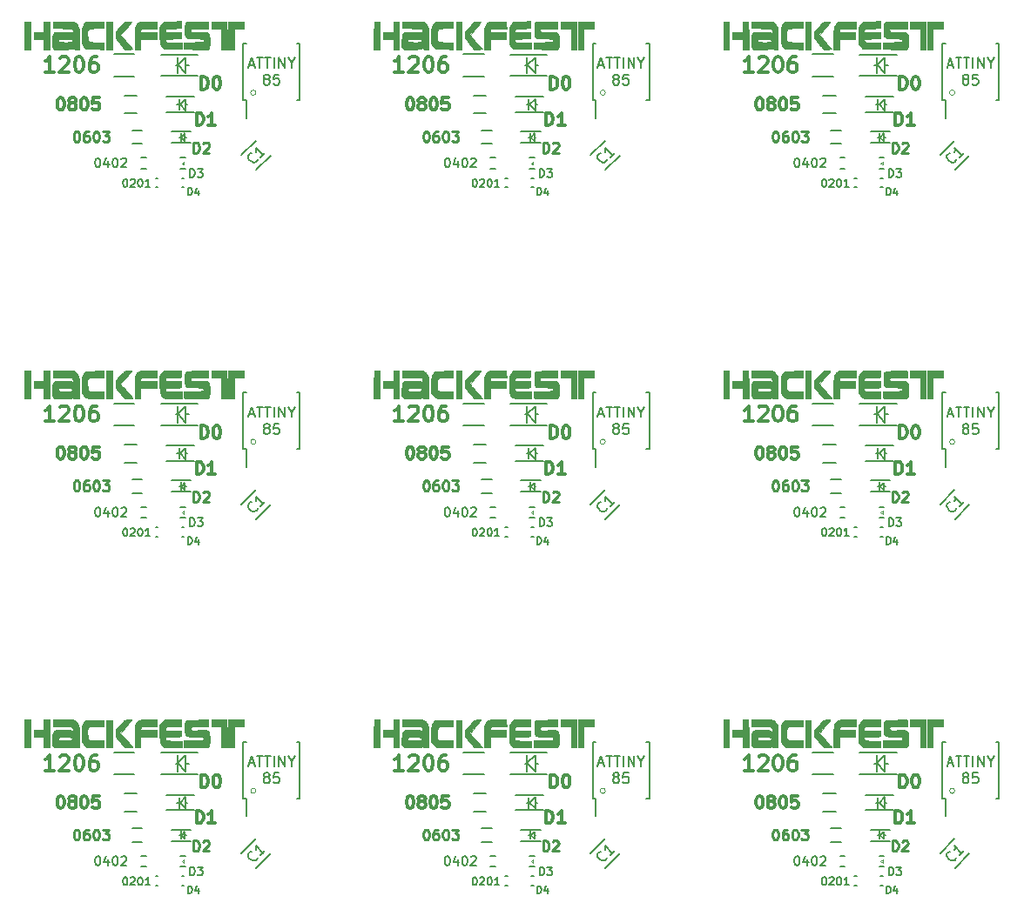
<source format=gto>
%MOIN*%
%OFA0B0*%
%FSLAX46Y46*%
%IPPOS*%
%LPD*%
%ADD10C,0.0039370078740157488*%
%ADD11C,0.005905511811023622*%
%ADD12C,0.0078740157480314977*%
%ADD13C,0.00984251968503937*%
%ADD14C,0.011811023622047244*%
%ADD15C,0.00039370078740157485*%
%ADD16C,0.006889763779527559*%
%ADD17C,0.012303149606299213*%
%ADD28C,0.0039370078740157488*%
%ADD29C,0.005905511811023622*%
%ADD30C,0.0078740157480314977*%
%ADD31C,0.00984251968503937*%
%ADD32C,0.011811023622047244*%
%ADD33C,0.00039370078740157485*%
%ADD34C,0.006889763779527559*%
%ADD35C,0.012303149606299213*%
%ADD36C,0.0039370078740157488*%
%ADD37C,0.005905511811023622*%
%ADD38C,0.0078740157480314977*%
%ADD39C,0.00984251968503937*%
%ADD40C,0.011811023622047244*%
%ADD41C,0.00039370078740157485*%
%ADD42C,0.006889763779527559*%
%ADD43C,0.012303149606299213*%
%ADD44C,0.0039370078740157488*%
%ADD45C,0.005905511811023622*%
%ADD46C,0.0078740157480314977*%
%ADD47C,0.00984251968503937*%
%ADD48C,0.011811023622047244*%
%ADD49C,0.00039370078740157485*%
%ADD50C,0.006889763779527559*%
%ADD51C,0.012303149606299213*%
%ADD52C,0.0039370078740157488*%
%ADD53C,0.005905511811023622*%
%ADD54C,0.0078740157480314977*%
%ADD55C,0.00984251968503937*%
%ADD56C,0.011811023622047244*%
%ADD57C,0.00039370078740157485*%
%ADD58C,0.006889763779527559*%
%ADD59C,0.012303149606299213*%
%ADD60C,0.0039370078740157488*%
%ADD61C,0.005905511811023622*%
%ADD62C,0.0078740157480314977*%
%ADD63C,0.00984251968503937*%
%ADD64C,0.011811023622047244*%
%ADD65C,0.00039370078740157485*%
%ADD66C,0.006889763779527559*%
%ADD67C,0.012303149606299213*%
%ADD68C,0.0039370078740157488*%
%ADD69C,0.005905511811023622*%
%ADD70C,0.0078740157480314977*%
%ADD71C,0.00984251968503937*%
%ADD72C,0.011811023622047244*%
%ADD73C,0.00039370078740157485*%
%ADD74C,0.006889763779527559*%
%ADD75C,0.012303149606299213*%
%ADD76C,0.0039370078740157488*%
%ADD77C,0.005905511811023622*%
%ADD78C,0.0078740157480314977*%
%ADD79C,0.00984251968503937*%
%ADD80C,0.011811023622047244*%
%ADD81C,0.00039370078740157485*%
%ADD82C,0.006889763779527559*%
%ADD83C,0.012303149606299213*%
%ADD84C,0.0039370078740157488*%
%ADD85C,0.005905511811023622*%
%ADD86C,0.0078740157480314977*%
%ADD87C,0.00984251968503937*%
%ADD88C,0.011811023622047244*%
%ADD89C,0.00039370078740157485*%
%ADD90C,0.006889763779527559*%
%ADD91C,0.012303149606299213*%
G01*
D10*
D11*
X0000432643Y0000193398D02*
X0000435501Y0000193398D01*
X0000438358Y0000191970D01*
X0000439786Y0000190541D01*
X0000441215Y0000187684D01*
X0000442643Y0000181970D01*
X0000442643Y0000174827D01*
X0000441215Y0000169113D01*
X0000439786Y0000166255D01*
X0000438358Y0000164827D01*
X0000435501Y0000163398D01*
X0000432643Y0000163398D01*
X0000429786Y0000164827D01*
X0000428358Y0000166255D01*
X0000426929Y0000169113D01*
X0000425501Y0000174827D01*
X0000425501Y0000181970D01*
X0000426929Y0000187684D01*
X0000428358Y0000190541D01*
X0000429786Y0000191970D01*
X0000432643Y0000193398D01*
X0000454072Y0000190541D02*
X0000455501Y0000191970D01*
X0000458358Y0000193398D01*
X0000465501Y0000193398D01*
X0000468358Y0000191970D01*
X0000469786Y0000190541D01*
X0000471215Y0000187684D01*
X0000471215Y0000184827D01*
X0000469786Y0000180541D01*
X0000452643Y0000163398D01*
X0000471215Y0000163398D01*
X0000489786Y0000193398D02*
X0000492643Y0000193398D01*
X0000495501Y0000191970D01*
X0000496929Y0000190541D01*
X0000498358Y0000187684D01*
X0000499786Y0000181970D01*
X0000499786Y0000174827D01*
X0000498358Y0000169113D01*
X0000496929Y0000166255D01*
X0000495501Y0000164827D01*
X0000492643Y0000163398D01*
X0000489786Y0000163398D01*
X0000486929Y0000164827D01*
X0000485501Y0000166255D01*
X0000484072Y0000169113D01*
X0000482643Y0000174827D01*
X0000482643Y0000181970D01*
X0000484072Y0000187684D01*
X0000485501Y0000190541D01*
X0000486929Y0000191970D01*
X0000489786Y0000193398D01*
X0000528358Y0000163398D02*
X0000511215Y0000163398D01*
X0000519786Y0000163398D02*
X0000519786Y0000193398D01*
X0000516929Y0000189113D01*
X0000514072Y0000186255D01*
X0000511215Y0000184827D01*
D12*
X0000327762Y0000273636D02*
X0000331096Y0000273636D01*
X0000334429Y0000271970D01*
X0000336096Y0000270303D01*
X0000337762Y0000266970D01*
X0000339429Y0000260303D01*
X0000339429Y0000251970D01*
X0000337762Y0000245303D01*
X0000336096Y0000241970D01*
X0000334429Y0000240303D01*
X0000331096Y0000238636D01*
X0000327762Y0000238636D01*
X0000324429Y0000240303D01*
X0000322762Y0000241970D01*
X0000321096Y0000245303D01*
X0000319429Y0000251970D01*
X0000319429Y0000260303D01*
X0000321096Y0000266970D01*
X0000322762Y0000270303D01*
X0000324429Y0000271970D01*
X0000327762Y0000273636D01*
X0000369429Y0000261970D02*
X0000369429Y0000238636D01*
X0000361096Y0000275303D02*
X0000352762Y0000250303D01*
X0000374429Y0000250303D01*
X0000394429Y0000273636D02*
X0000397763Y0000273636D01*
X0000401096Y0000271970D01*
X0000402763Y0000270303D01*
X0000404429Y0000266970D01*
X0000406096Y0000260303D01*
X0000406096Y0000251970D01*
X0000404429Y0000245303D01*
X0000402763Y0000241970D01*
X0000401096Y0000240303D01*
X0000397763Y0000238636D01*
X0000394429Y0000238636D01*
X0000391096Y0000240303D01*
X0000389429Y0000241970D01*
X0000387763Y0000245303D01*
X0000386096Y0000251970D01*
X0000386096Y0000260303D01*
X0000387763Y0000266970D01*
X0000389429Y0000270303D01*
X0000391096Y0000271970D01*
X0000394429Y0000273636D01*
X0000419429Y0000270303D02*
X0000421096Y0000271970D01*
X0000424429Y0000273636D01*
X0000432763Y0000273636D01*
X0000436096Y0000271970D01*
X0000437763Y0000270303D01*
X0000439429Y0000266970D01*
X0000439429Y0000263636D01*
X0000437763Y0000258636D01*
X0000417763Y0000238636D01*
X0000439429Y0000238636D01*
D13*
X0000246311Y0000376030D02*
X0000250061Y0000376030D01*
X0000253811Y0000374155D01*
X0000255685Y0000372280D01*
X0000257560Y0000368531D01*
X0000259435Y0000361031D01*
X0000259435Y0000351658D01*
X0000257560Y0000344159D01*
X0000255685Y0000340409D01*
X0000253811Y0000338534D01*
X0000250061Y0000336660D01*
X0000246311Y0000336660D01*
X0000242562Y0000338534D01*
X0000240687Y0000340409D01*
X0000238812Y0000344159D01*
X0000236938Y0000351658D01*
X0000236938Y0000361031D01*
X0000238812Y0000368531D01*
X0000240687Y0000372280D01*
X0000242562Y0000374155D01*
X0000246311Y0000376030D01*
X0000293181Y0000376030D02*
X0000285682Y0000376030D01*
X0000281932Y0000374155D01*
X0000280057Y0000372280D01*
X0000276308Y0000366656D01*
X0000274433Y0000359157D01*
X0000274433Y0000344159D01*
X0000276308Y0000340409D01*
X0000278182Y0000338534D01*
X0000281932Y0000336660D01*
X0000289431Y0000336660D01*
X0000293181Y0000338534D01*
X0000295055Y0000340409D01*
X0000296930Y0000344159D01*
X0000296930Y0000353532D01*
X0000295055Y0000357282D01*
X0000293181Y0000359157D01*
X0000289431Y0000361031D01*
X0000281932Y0000361031D01*
X0000278182Y0000359157D01*
X0000276308Y0000357282D01*
X0000274433Y0000353532D01*
X0000321302Y0000376030D02*
X0000325052Y0000376030D01*
X0000328801Y0000374155D01*
X0000330676Y0000372280D01*
X0000332551Y0000368531D01*
X0000334425Y0000361031D01*
X0000334425Y0000351658D01*
X0000332551Y0000344159D01*
X0000330676Y0000340409D01*
X0000328801Y0000338534D01*
X0000325052Y0000336660D01*
X0000321302Y0000336660D01*
X0000317553Y0000338534D01*
X0000315678Y0000340409D01*
X0000313803Y0000344159D01*
X0000311928Y0000351658D01*
X0000311928Y0000361031D01*
X0000313803Y0000368531D01*
X0000315678Y0000372280D01*
X0000317553Y0000374155D01*
X0000321302Y0000376030D01*
X0000347549Y0000376030D02*
X0000371921Y0000376030D01*
X0000358797Y0000361031D01*
X0000364422Y0000361031D01*
X0000368171Y0000359157D01*
X0000370046Y0000357282D01*
X0000371921Y0000353532D01*
X0000371921Y0000344159D01*
X0000370046Y0000340409D01*
X0000368171Y0000338534D01*
X0000364422Y0000336660D01*
X0000353173Y0000336660D01*
X0000349424Y0000338534D01*
X0000347549Y0000340409D01*
D14*
X0000184688Y0000505342D02*
X0000189187Y0000505342D01*
X0000193687Y0000503092D01*
X0000195937Y0000500842D01*
X0000198186Y0000496343D01*
X0000200436Y0000487344D01*
X0000200436Y0000476095D01*
X0000198186Y0000467096D01*
X0000195937Y0000462597D01*
X0000193687Y0000460347D01*
X0000189187Y0000458097D01*
X0000184688Y0000458097D01*
X0000180188Y0000460347D01*
X0000177939Y0000462597D01*
X0000175689Y0000467096D01*
X0000173439Y0000476095D01*
X0000173439Y0000487344D01*
X0000175689Y0000496343D01*
X0000177939Y0000500842D01*
X0000180188Y0000503092D01*
X0000184688Y0000505342D01*
X0000227433Y0000485094D02*
X0000222933Y0000487344D01*
X0000220683Y0000489594D01*
X0000218434Y0000494093D01*
X0000218434Y0000496343D01*
X0000220683Y0000500842D01*
X0000222933Y0000503092D01*
X0000227433Y0000505342D01*
X0000236431Y0000505342D01*
X0000240931Y0000503092D01*
X0000243181Y0000500842D01*
X0000245430Y0000496343D01*
X0000245430Y0000494093D01*
X0000243181Y0000489594D01*
X0000240931Y0000487344D01*
X0000236431Y0000485094D01*
X0000227433Y0000485094D01*
X0000222933Y0000482844D01*
X0000220683Y0000480595D01*
X0000218434Y0000476095D01*
X0000218434Y0000467096D01*
X0000220683Y0000462597D01*
X0000222933Y0000460347D01*
X0000227433Y0000458097D01*
X0000236431Y0000458097D01*
X0000240931Y0000460347D01*
X0000243181Y0000462597D01*
X0000245430Y0000467096D01*
X0000245430Y0000476095D01*
X0000243181Y0000480595D01*
X0000240931Y0000482844D01*
X0000236431Y0000485094D01*
X0000274677Y0000505342D02*
X0000279176Y0000505342D01*
X0000283676Y0000503092D01*
X0000285925Y0000500842D01*
X0000288175Y0000496343D01*
X0000290425Y0000487344D01*
X0000290425Y0000476095D01*
X0000288175Y0000467096D01*
X0000285925Y0000462597D01*
X0000283676Y0000460347D01*
X0000279176Y0000458097D01*
X0000274677Y0000458097D01*
X0000270177Y0000460347D01*
X0000267927Y0000462597D01*
X0000265678Y0000467096D01*
X0000263428Y0000476095D01*
X0000263428Y0000487344D01*
X0000265678Y0000496343D01*
X0000267927Y0000500842D01*
X0000270177Y0000503092D01*
X0000274677Y0000505342D01*
X0000333169Y0000505342D02*
X0000310672Y0000505342D01*
X0000308422Y0000482844D01*
X0000310672Y0000485094D01*
X0000315172Y0000487344D01*
X0000326420Y0000487344D01*
X0000330920Y0000485094D01*
X0000333169Y0000482844D01*
X0000335419Y0000478345D01*
X0000335419Y0000467096D01*
X0000333169Y0000462597D01*
X0000330920Y0000460347D01*
X0000326420Y0000458097D01*
X0000315172Y0000458097D01*
X0000310672Y0000460347D01*
X0000308422Y0000462597D01*
X0000161938Y0000602754D02*
X0000128192Y0000602754D01*
X0000145065Y0000602754D02*
X0000145065Y0000661810D01*
X0000139440Y0000653373D01*
X0000133816Y0000647749D01*
X0000128192Y0000644937D01*
X0000184435Y0000656185D02*
X0000187247Y0000658997D01*
X0000192871Y0000661810D01*
X0000206932Y0000661810D01*
X0000212556Y0000658997D01*
X0000215368Y0000656185D01*
X0000218181Y0000650561D01*
X0000218181Y0000644937D01*
X0000215368Y0000636500D01*
X0000181623Y0000602754D01*
X0000218181Y0000602754D01*
X0000254739Y0000661810D02*
X0000260363Y0000661810D01*
X0000265987Y0000658997D01*
X0000268799Y0000656185D01*
X0000271611Y0000650561D01*
X0000274424Y0000639312D01*
X0000274424Y0000625252D01*
X0000271611Y0000614003D01*
X0000268799Y0000608379D01*
X0000265987Y0000605567D01*
X0000260363Y0000602754D01*
X0000254739Y0000602754D01*
X0000249114Y0000605567D01*
X0000246302Y0000608379D01*
X0000243490Y0000614003D01*
X0000240678Y0000625252D01*
X0000240678Y0000639312D01*
X0000243490Y0000650561D01*
X0000246302Y0000656185D01*
X0000249114Y0000658997D01*
X0000254739Y0000661810D01*
X0000325042Y0000661810D02*
X0000313794Y0000661810D01*
X0000308169Y0000658997D01*
X0000305357Y0000656185D01*
X0000299733Y0000647749D01*
X0000296921Y0000636500D01*
X0000296921Y0000614003D01*
X0000299733Y0000608379D01*
X0000302545Y0000605567D01*
X0000308169Y0000602754D01*
X0000319418Y0000602754D01*
X0000325042Y0000605567D01*
X0000327854Y0000608379D01*
X0000330667Y0000614003D01*
X0000330667Y0000628064D01*
X0000327854Y0000633688D01*
X0000325042Y0000636500D01*
X0000319418Y0000639312D01*
X0000308169Y0000639312D01*
X0000302545Y0000636500D01*
X0000299733Y0000633688D01*
X0000296921Y0000628064D01*
D11*
X0000908190Y0000630388D02*
X0000926938Y0000630388D01*
X0000904440Y0000619140D02*
X0000917564Y0000658510D01*
X0000930687Y0000619140D01*
X0000938186Y0000658510D02*
X0000960683Y0000658510D01*
X0000949435Y0000619140D02*
X0000949435Y0000658510D01*
X0000968182Y0000658510D02*
X0000990680Y0000658510D01*
X0000979431Y0000619140D02*
X0000979431Y0000658510D01*
X0001003803Y0000619140D02*
X0001003803Y0000658510D01*
X0001022551Y0000619140D02*
X0001022551Y0000658510D01*
X0001045048Y0000619140D01*
X0001045048Y0000658510D01*
X0001071295Y0000637887D02*
X0001071295Y0000619140D01*
X0001058171Y0000658510D02*
X0001071295Y0000637887D01*
X0001084418Y0000658510D01*
X0000971932Y0000576676D02*
X0000968182Y0000578551D01*
X0000966308Y0000580426D01*
X0000964433Y0000584175D01*
X0000964433Y0000586050D01*
X0000966308Y0000589800D01*
X0000968182Y0000591675D01*
X0000971932Y0000593549D01*
X0000979431Y0000593549D01*
X0000983181Y0000591675D01*
X0000985055Y0000589800D01*
X0000986930Y0000586050D01*
X0000986930Y0000584175D01*
X0000985055Y0000580426D01*
X0000983181Y0000578551D01*
X0000979431Y0000576676D01*
X0000971932Y0000576676D01*
X0000968182Y0000574802D01*
X0000966308Y0000572927D01*
X0000964433Y0000569177D01*
X0000964433Y0000561678D01*
X0000966308Y0000557929D01*
X0000968182Y0000556054D01*
X0000971932Y0000554179D01*
X0000979431Y0000554179D01*
X0000983181Y0000556054D01*
X0000985055Y0000557929D01*
X0000986930Y0000561678D01*
X0000986930Y0000569177D01*
X0000985055Y0000572927D01*
X0000983181Y0000574802D01*
X0000979431Y0000576676D01*
X0001022551Y0000593549D02*
X0001003803Y0000593549D01*
X0001001928Y0000574802D01*
X0001003803Y0000576676D01*
X0001007553Y0000578551D01*
X0001016926Y0000578551D01*
X0001020676Y0000576676D01*
X0001022551Y0000574802D01*
X0001024425Y0000571052D01*
X0001024425Y0000561678D01*
X0001022551Y0000557929D01*
X0001020676Y0000556054D01*
X0001016926Y0000554179D01*
X0001007553Y0000554179D01*
X0001003803Y0000556054D01*
X0001001928Y0000557929D01*
X0000658957Y0000196793D02*
X0000649902Y0000196793D01*
X0000649902Y0000162147D02*
X0000658957Y0000162147D01*
D10*
X0000658366Y0000248564D02*
X0000658366Y0000260375D01*
X0000650492Y0000254470D02*
X0000658366Y0000248564D01*
X0000650492Y0000254470D02*
X0000658366Y0000260375D01*
D11*
X0000664272Y0000275139D02*
X0000644587Y0000275139D01*
X0000644587Y0000233800D02*
X0000664272Y0000233800D01*
X0000935125Y0000228096D02*
X0000990803Y0000283774D01*
X0000933733Y0000340843D02*
X0000878056Y0000285166D01*
X0000634744Y0000601911D02*
X0000634744Y0000597974D01*
X0000634744Y0000657029D02*
X0000634744Y0000660966D01*
X0000666240Y0000629470D02*
X0000678051Y0000629470D01*
X0000666240Y0000597974D02*
X0000666240Y0000657029D01*
X0000666240Y0000657029D02*
X0000666240Y0000660966D01*
X0000662303Y0000601911D02*
X0000666240Y0000597974D01*
X0000662303Y0000657029D02*
X0000666240Y0000660966D01*
X0000626870Y0000629470D02*
X0000634744Y0000629470D01*
X0000634744Y0000609785D02*
X0000634744Y0000601911D01*
X0000634744Y0000649155D02*
X0000634744Y0000657029D01*
X0000638681Y0000629470D02*
X0000662303Y0000601911D01*
X0000662303Y0000657029D02*
X0000638681Y0000633407D01*
X0000569784Y0000588131D02*
X0000711516Y0000588131D01*
X0000569784Y0000670808D02*
X0000711516Y0000670808D01*
X0000634744Y0000649155D02*
X0000634744Y0000609785D01*
X0000666240Y0000479470D02*
X0000672146Y0000479470D01*
X0000632776Y0000479470D02*
X0000646555Y0000479470D01*
X0000644587Y0000479470D02*
X0000666240Y0000501123D01*
X0000666240Y0000501123D02*
X0000666240Y0000457816D01*
X0000666240Y0000457816D02*
X0000644587Y0000479470D01*
X0000640650Y0000493249D02*
X0000640650Y0000499155D01*
X0000640650Y0000465690D02*
X0000640650Y0000459785D01*
X0000591437Y0000449942D02*
X0000697736Y0000449942D01*
X0000591437Y0000508997D02*
X0000697736Y0000508997D01*
X0000640650Y0000493249D02*
X0000640650Y0000465690D01*
X0000662303Y0000354470D02*
X0000668209Y0000354470D01*
X0000640650Y0000354470D02*
X0000648524Y0000354470D01*
X0000650492Y0000354470D02*
X0000662303Y0000368249D01*
X0000662303Y0000368249D02*
X0000662303Y0000340690D01*
X0000662303Y0000340690D02*
X0000646555Y0000354470D01*
X0000646555Y0000354470D02*
X0000648524Y0000354470D01*
X0000646555Y0000370218D02*
X0000646555Y0000340690D01*
X0000611122Y0000332816D02*
X0000685925Y0000332816D01*
X0000611122Y0000376123D02*
X0000685925Y0000376123D01*
D10*
X0000934429Y0000524470D02*
G75*
G03X0000934429Y0000524470I-0000010000D01*
G01*
D11*
X0000885965Y0000496202D02*
X0000897776Y0000496202D01*
X0000885965Y0000712737D02*
X0000897776Y0000712737D01*
X0001102894Y0000712737D02*
X0001091083Y0000712737D01*
X0001102894Y0000496202D02*
X0001091083Y0000496202D01*
X0000885965Y0000496202D02*
X0000885965Y0000712737D01*
X0001102894Y0000496202D02*
X0001102894Y0000712737D01*
X0000897776Y0000496202D02*
X0000897776Y0000427304D01*
X0000390059Y0000671793D02*
X0000468799Y0000671793D01*
X0000468799Y0000587147D02*
X0000390059Y0000587147D01*
X0000430807Y0000513919D02*
X0000478051Y0000513919D01*
X0000478051Y0000445021D02*
X0000430807Y0000445021D01*
X0000459744Y0000381045D02*
X0000499114Y0000381045D01*
X0000499114Y0000327895D02*
X0000459744Y0000327895D01*
X0000494587Y0000233800D02*
X0000514272Y0000233800D01*
X0000514272Y0000275139D02*
X0000494587Y0000275139D01*
X0000549902Y0000162147D02*
X0000558957Y0000162147D01*
X0000558957Y0000196793D02*
X0000549902Y0000196793D01*
D15*
G36*
X0000070328Y0000744053D02*
X0000070639Y0000691136D01*
X0000048220Y0000691136D01*
X0000048530Y0000744053D01*
X0000048841Y0000796970D01*
X0000070017Y0000796970D01*
X0000070328Y0000744053D01*
X0000070328Y0000744053D01*
G37*
X0000070328Y0000744053D02*
X0000070639Y0000691136D01*
X0000048220Y0000691136D01*
X0000048530Y0000744053D01*
X0000048841Y0000796970D01*
X0000070017Y0000796970D01*
X0000070328Y0000744053D01*
G36*
X0000144446Y0000744053D02*
X0000144756Y0000691136D01*
X0000122370Y0000691136D01*
X0000122370Y0000731136D01*
X0000083547Y0000731136D01*
X0000083547Y0000757803D01*
X0000122296Y0000757803D01*
X0000122627Y0000777386D01*
X0000122959Y0000796970D01*
X0000144135Y0000796970D01*
X0000144446Y0000744053D01*
X0000144446Y0000744053D01*
G37*
X0000144446Y0000744053D02*
X0000144756Y0000691136D01*
X0000122370Y0000691136D01*
X0000122370Y0000731136D01*
X0000083547Y0000731136D01*
X0000083547Y0000757803D01*
X0000122296Y0000757803D01*
X0000122627Y0000777386D01*
X0000122959Y0000796970D01*
X0000144135Y0000796970D01*
X0000144446Y0000744053D01*
G36*
X0000221281Y0000797640D02*
X0000227576Y0000797405D01*
X0000232521Y0000796955D01*
X0000236364Y0000796247D01*
X0000239356Y0000795239D01*
X0000241748Y0000793889D01*
X0000243790Y0000792155D01*
X0000245731Y0000789995D01*
X0000247228Y0000788127D01*
X0000250312Y0000784063D01*
X0000252717Y0000780347D01*
X0000254527Y0000776497D01*
X0000255827Y0000772033D01*
X0000256702Y0000766475D01*
X0000257236Y0000759342D01*
X0000257514Y0000750155D01*
X0000257621Y0000738432D01*
X0000257639Y0000729053D01*
X0000257664Y0000691136D01*
X0000246488Y0000691136D01*
X0000241299Y0000691183D01*
X0000238025Y0000691413D01*
X0000236227Y0000691962D01*
X0000235469Y0000692965D01*
X0000235312Y0000694558D01*
X0000235312Y0000694591D01*
X0000235312Y0000698045D01*
X0000232212Y0000694591D01*
X0000231211Y0000693583D01*
X0000230043Y0000692793D01*
X0000228429Y0000692194D01*
X0000226088Y0000691760D01*
X0000222742Y0000691464D01*
X0000218112Y0000691280D01*
X0000211918Y0000691182D01*
X0000203881Y0000691143D01*
X0000195651Y0000691136D01*
X0000162189Y0000691136D01*
X0000158750Y0000696008D01*
X0000155312Y0000700880D01*
X0000155329Y0000722258D01*
X0000155344Y0000723851D01*
X0000177664Y0000723851D01*
X0000177866Y0000721891D01*
X0000178657Y0000720401D01*
X0000180315Y0000719320D01*
X0000183120Y0000718583D01*
X0000187349Y0000718128D01*
X0000193282Y0000717890D01*
X0000201197Y0000717807D01*
X0000204286Y0000717803D01*
X0000212539Y0000717836D01*
X0000218754Y0000717958D01*
X0000223248Y0000718201D01*
X0000226336Y0000718599D01*
X0000228335Y0000719184D01*
X0000229558Y0000719990D01*
X0000229986Y0000720497D01*
X0000231318Y0000723362D01*
X0000231448Y0000725080D01*
X0000230581Y0000727080D01*
X0000228851Y0000728604D01*
X0000225987Y0000729708D01*
X0000221716Y0000730451D01*
X0000215768Y0000730891D01*
X0000207870Y0000731087D01*
X0000203337Y0000731112D01*
X0000195393Y0000731081D01*
X0000189477Y0000730943D01*
X0000185264Y0000730664D01*
X0000182428Y0000730207D01*
X0000180645Y0000729538D01*
X0000179589Y0000728621D01*
X0000179513Y0000728517D01*
X0000178018Y0000725551D01*
X0000177664Y0000723851D01*
X0000155344Y0000723851D01*
X0000155430Y0000732730D01*
X0000155795Y0000740437D01*
X0000156546Y0000745944D01*
X0000157804Y0000749812D01*
X0000159691Y0000752604D01*
X0000162329Y0000754884D01*
X0000162387Y0000754926D01*
X0000163848Y0000755829D01*
X0000165610Y0000756519D01*
X0000167975Y0000757017D01*
X0000171245Y0000757346D01*
X0000175720Y0000757526D01*
X0000181703Y0000757580D01*
X0000189494Y0000757528D01*
X0000197275Y0000757426D01*
X0000206593Y0000757278D01*
X0000213857Y0000757120D01*
X0000219364Y0000756916D01*
X0000223412Y0000756627D01*
X0000226299Y0000756217D01*
X0000228323Y0000755650D01*
X0000229781Y0000754888D01*
X0000230973Y0000753895D01*
X0000231686Y0000753170D01*
X0000235312Y0000749370D01*
X0000235312Y0000755796D01*
X0000234664Y0000761592D01*
X0000232409Y0000766085D01*
X0000232277Y0000766263D01*
X0000229243Y0000770303D01*
X0000156391Y0000771273D01*
X0000156733Y0000784122D01*
X0000157076Y0000796970D01*
X0000191782Y0000797474D01*
X0000203634Y0000797632D01*
X0000213383Y0000797701D01*
X0000221281Y0000797640D01*
X0000221281Y0000797640D01*
G37*
X0000221281Y0000797640D02*
X0000227576Y0000797405D01*
X0000232521Y0000796955D01*
X0000236364Y0000796247D01*
X0000239356Y0000795239D01*
X0000241748Y0000793889D01*
X0000243790Y0000792155D01*
X0000245731Y0000789995D01*
X0000247228Y0000788127D01*
X0000250312Y0000784063D01*
X0000252717Y0000780347D01*
X0000254527Y0000776497D01*
X0000255827Y0000772033D01*
X0000256702Y0000766475D01*
X0000257236Y0000759342D01*
X0000257514Y0000750155D01*
X0000257621Y0000738432D01*
X0000257639Y0000729053D01*
X0000257664Y0000691136D01*
X0000246488Y0000691136D01*
X0000241299Y0000691183D01*
X0000238025Y0000691413D01*
X0000236227Y0000691962D01*
X0000235469Y0000692965D01*
X0000235312Y0000694558D01*
X0000235312Y0000694591D01*
X0000235312Y0000698045D01*
X0000232212Y0000694591D01*
X0000231211Y0000693583D01*
X0000230043Y0000692793D01*
X0000228429Y0000692194D01*
X0000226088Y0000691760D01*
X0000222742Y0000691464D01*
X0000218112Y0000691280D01*
X0000211918Y0000691182D01*
X0000203881Y0000691143D01*
X0000195651Y0000691136D01*
X0000162189Y0000691136D01*
X0000158750Y0000696008D01*
X0000155312Y0000700880D01*
X0000155329Y0000722258D01*
X0000155344Y0000723851D01*
X0000177664Y0000723851D01*
X0000177866Y0000721891D01*
X0000178657Y0000720401D01*
X0000180315Y0000719320D01*
X0000183120Y0000718583D01*
X0000187349Y0000718128D01*
X0000193282Y0000717890D01*
X0000201197Y0000717807D01*
X0000204286Y0000717803D01*
X0000212539Y0000717836D01*
X0000218754Y0000717958D01*
X0000223248Y0000718201D01*
X0000226336Y0000718599D01*
X0000228335Y0000719184D01*
X0000229558Y0000719990D01*
X0000229986Y0000720497D01*
X0000231318Y0000723362D01*
X0000231448Y0000725080D01*
X0000230581Y0000727080D01*
X0000228851Y0000728604D01*
X0000225987Y0000729708D01*
X0000221716Y0000730451D01*
X0000215768Y0000730891D01*
X0000207870Y0000731087D01*
X0000203337Y0000731112D01*
X0000195393Y0000731081D01*
X0000189477Y0000730943D01*
X0000185264Y0000730664D01*
X0000182428Y0000730207D01*
X0000180645Y0000729538D01*
X0000179589Y0000728621D01*
X0000179513Y0000728517D01*
X0000178018Y0000725551D01*
X0000177664Y0000723851D01*
X0000155344Y0000723851D01*
X0000155430Y0000732730D01*
X0000155795Y0000740437D01*
X0000156546Y0000745944D01*
X0000157804Y0000749812D01*
X0000159691Y0000752604D01*
X0000162329Y0000754884D01*
X0000162387Y0000754926D01*
X0000163848Y0000755829D01*
X0000165610Y0000756519D01*
X0000167975Y0000757017D01*
X0000171245Y0000757346D01*
X0000175720Y0000757526D01*
X0000181703Y0000757580D01*
X0000189494Y0000757528D01*
X0000197275Y0000757426D01*
X0000206593Y0000757278D01*
X0000213857Y0000757120D01*
X0000219364Y0000756916D01*
X0000223412Y0000756627D01*
X0000226299Y0000756217D01*
X0000228323Y0000755650D01*
X0000229781Y0000754888D01*
X0000230973Y0000753895D01*
X0000231686Y0000753170D01*
X0000235312Y0000749370D01*
X0000235312Y0000755796D01*
X0000234664Y0000761592D01*
X0000232409Y0000766085D01*
X0000232277Y0000766263D01*
X0000229243Y0000770303D01*
X0000156391Y0000771273D01*
X0000156733Y0000784122D01*
X0000157076Y0000796970D01*
X0000191782Y0000797474D01*
X0000203634Y0000797632D01*
X0000213383Y0000797701D01*
X0000221281Y0000797640D01*
G36*
X0000351541Y0000784125D02*
X0000351194Y0000771970D01*
X0000323944Y0000771523D01*
X0000296694Y0000771076D01*
X0000292956Y0000765045D01*
X0000289219Y0000759014D01*
X0000289618Y0000742428D01*
X0000289839Y0000734790D01*
X0000290153Y0000729714D01*
X0000290698Y0000726433D01*
X0000291612Y0000724176D01*
X0000293033Y0000722173D01*
X0000293318Y0000721823D01*
X0000294416Y0000720549D01*
X0000295558Y0000719578D01*
X0000297058Y0000718868D01*
X0000299230Y0000718378D01*
X0000302388Y0000718067D01*
X0000306848Y0000717895D01*
X0000312924Y0000717821D01*
X0000320929Y0000717803D01*
X0000324201Y0000717803D01*
X0000351782Y0000717803D01*
X0000351782Y0000691136D01*
X0000320312Y0000691280D01*
X0000311791Y0000691364D01*
X0000303923Y0000691530D01*
X0000297051Y0000691761D01*
X0000291520Y0000692045D01*
X0000287672Y0000692367D01*
X0000285892Y0000692694D01*
X0000279054Y0000696944D01*
X0000273856Y0000703259D01*
X0000271715Y0000707388D01*
X0000268253Y0000715122D01*
X0000268253Y0000744550D01*
X0000268293Y0000756193D01*
X0000268497Y0000765076D01*
X0000268986Y0000771768D01*
X0000269885Y0000776842D01*
X0000271315Y0000780868D01*
X0000273401Y0000784419D01*
X0000276264Y0000788065D01*
X0000278066Y0000790148D01*
X0000282584Y0000795303D01*
X0000351887Y0000796279D01*
X0000351541Y0000784125D01*
X0000351541Y0000784125D01*
G37*
X0000351541Y0000784125D02*
X0000351194Y0000771970D01*
X0000323944Y0000771523D01*
X0000296694Y0000771076D01*
X0000292956Y0000765045D01*
X0000289219Y0000759014D01*
X0000289618Y0000742428D01*
X0000289839Y0000734790D01*
X0000290153Y0000729714D01*
X0000290698Y0000726433D01*
X0000291612Y0000724176D01*
X0000293033Y0000722173D01*
X0000293318Y0000721823D01*
X0000294416Y0000720549D01*
X0000295558Y0000719578D01*
X0000297058Y0000718868D01*
X0000299230Y0000718378D01*
X0000302388Y0000718067D01*
X0000306848Y0000717895D01*
X0000312924Y0000717821D01*
X0000320929Y0000717803D01*
X0000324201Y0000717803D01*
X0000351782Y0000717803D01*
X0000351782Y0000691136D01*
X0000320312Y0000691280D01*
X0000311791Y0000691364D01*
X0000303923Y0000691530D01*
X0000297051Y0000691761D01*
X0000291520Y0000692045D01*
X0000287672Y0000692367D01*
X0000285892Y0000692694D01*
X0000279054Y0000696944D01*
X0000273856Y0000703259D01*
X0000271715Y0000707388D01*
X0000268253Y0000715122D01*
X0000268253Y0000744550D01*
X0000268293Y0000756193D01*
X0000268497Y0000765076D01*
X0000268986Y0000771768D01*
X0000269885Y0000776842D01*
X0000271315Y0000780868D01*
X0000273401Y0000784419D01*
X0000276264Y0000788065D01*
X0000278066Y0000790148D01*
X0000282584Y0000795303D01*
X0000351887Y0000796279D01*
X0000351541Y0000784125D01*
G36*
X0000383547Y0000691136D02*
X0000362370Y0000691136D01*
X0000362370Y0000796136D01*
X0000383547Y0000796136D01*
X0000383547Y0000691136D01*
X0000383547Y0000691136D01*
G37*
X0000383547Y0000691136D02*
X0000362370Y0000691136D01*
X0000362370Y0000796136D01*
X0000383547Y0000796136D01*
X0000383547Y0000691136D01*
G36*
X0000454853Y0000797332D02*
X0000457191Y0000796764D01*
X0000457664Y0000796224D01*
X0000456798Y0000794750D01*
X0000454368Y0000791480D01*
X0000450630Y0000786733D01*
X0000445837Y0000780830D01*
X0000440245Y0000774090D01*
X0000436894Y0000770112D01*
X0000416124Y0000745579D01*
X0000419656Y0000741274D01*
X0000421782Y0000738770D01*
X0000425346Y0000734664D01*
X0000429943Y0000729420D01*
X0000435165Y0000723503D01*
X0000438368Y0000719893D01*
X0000443891Y0000713649D01*
X0000449144Y0000707657D01*
X0000453682Y0000702428D01*
X0000457060Y0000698474D01*
X0000458253Y0000697039D01*
X0000462959Y0000691262D01*
X0000447054Y0000691199D01*
X0000431150Y0000691136D01*
X0000422767Y0000701553D01*
X0000417691Y0000707732D01*
X0000411864Y0000714629D01*
X0000406402Y0000720928D01*
X0000405479Y0000721970D01*
X0000396572Y0000731970D01*
X0000396488Y0000757139D01*
X0000412915Y0000776221D01*
X0000418862Y0000783084D01*
X0000423359Y0000788109D01*
X0000426754Y0000791605D01*
X0000429395Y0000793883D01*
X0000431630Y0000795253D01*
X0000433808Y0000796025D01*
X0000435562Y0000796388D01*
X0000440858Y0000797115D01*
X0000446178Y0000797512D01*
X0000451012Y0000797583D01*
X0000454853Y0000797332D01*
X0000454853Y0000797332D01*
G37*
X0000454853Y0000797332D02*
X0000457191Y0000796764D01*
X0000457664Y0000796224D01*
X0000456798Y0000794750D01*
X0000454368Y0000791480D01*
X0000450630Y0000786733D01*
X0000445837Y0000780830D01*
X0000440245Y0000774090D01*
X0000436894Y0000770112D01*
X0000416124Y0000745579D01*
X0000419656Y0000741274D01*
X0000421782Y0000738770D01*
X0000425346Y0000734664D01*
X0000429943Y0000729420D01*
X0000435165Y0000723503D01*
X0000438368Y0000719893D01*
X0000443891Y0000713649D01*
X0000449144Y0000707657D01*
X0000453682Y0000702428D01*
X0000457060Y0000698474D01*
X0000458253Y0000697039D01*
X0000462959Y0000691262D01*
X0000447054Y0000691199D01*
X0000431150Y0000691136D01*
X0000422767Y0000701553D01*
X0000417691Y0000707732D01*
X0000411864Y0000714629D01*
X0000406402Y0000720928D01*
X0000405479Y0000721970D01*
X0000396572Y0000731970D01*
X0000396488Y0000757139D01*
X0000412915Y0000776221D01*
X0000418862Y0000783084D01*
X0000423359Y0000788109D01*
X0000426754Y0000791605D01*
X0000429395Y0000793883D01*
X0000431630Y0000795253D01*
X0000433808Y0000796025D01*
X0000435562Y0000796388D01*
X0000440858Y0000797115D01*
X0000446178Y0000797512D01*
X0000451012Y0000797583D01*
X0000454853Y0000797332D01*
G36*
X0000521337Y0000797471D02*
X0000525312Y0000797417D01*
X0000554723Y0000796970D01*
X0000555067Y0000784053D01*
X0000555410Y0000771136D01*
X0000526799Y0000771136D01*
X0000516965Y0000771095D01*
X0000509233Y0000770924D01*
X0000503354Y0000770557D01*
X0000499077Y0000769924D01*
X0000496153Y0000768957D01*
X0000494331Y0000767589D01*
X0000493362Y0000765750D01*
X0000492994Y0000763374D01*
X0000492959Y0000761903D01*
X0000492959Y0000757859D01*
X0000523253Y0000757415D01*
X0000553547Y0000756970D01*
X0000553890Y0000744053D01*
X0000554234Y0000731136D01*
X0000492959Y0000731136D01*
X0000492959Y0000691136D01*
X0000470606Y0000691136D01*
X0000470631Y0000730720D01*
X0000470676Y0000744802D01*
X0000470834Y0000755994D01*
X0000471172Y0000764738D01*
X0000471758Y0000771476D01*
X0000472659Y0000776651D01*
X0000473942Y0000780705D01*
X0000475675Y0000784081D01*
X0000477923Y0000787220D01*
X0000479500Y0000789118D01*
X0000481899Y0000791618D01*
X0000484529Y0000793598D01*
X0000487679Y0000795109D01*
X0000491639Y0000796204D01*
X0000496696Y0000796936D01*
X0000503138Y0000797356D01*
X0000511256Y0000797517D01*
X0000521337Y0000797471D01*
X0000521337Y0000797471D01*
G37*
X0000521337Y0000797471D02*
X0000525312Y0000797417D01*
X0000554723Y0000796970D01*
X0000555067Y0000784053D01*
X0000555410Y0000771136D01*
X0000526799Y0000771136D01*
X0000516965Y0000771095D01*
X0000509233Y0000770924D01*
X0000503354Y0000770557D01*
X0000499077Y0000769924D01*
X0000496153Y0000768957D01*
X0000494331Y0000767589D01*
X0000493362Y0000765750D01*
X0000492994Y0000763374D01*
X0000492959Y0000761903D01*
X0000492959Y0000757859D01*
X0000523253Y0000757415D01*
X0000553547Y0000756970D01*
X0000553890Y0000744053D01*
X0000554234Y0000731136D01*
X0000492959Y0000731136D01*
X0000492959Y0000691136D01*
X0000470606Y0000691136D01*
X0000470631Y0000730720D01*
X0000470676Y0000744802D01*
X0000470834Y0000755994D01*
X0000471172Y0000764738D01*
X0000471758Y0000771476D01*
X0000472659Y0000776651D01*
X0000473942Y0000780705D01*
X0000475675Y0000784081D01*
X0000477923Y0000787220D01*
X0000479500Y0000789118D01*
X0000481899Y0000791618D01*
X0000484529Y0000793598D01*
X0000487679Y0000795109D01*
X0000491639Y0000796204D01*
X0000496696Y0000796936D01*
X0000503138Y0000797356D01*
X0000511256Y0000797517D01*
X0000521337Y0000797471D01*
G36*
X0000648253Y0000773220D02*
X0000644576Y0000772178D01*
X0000642316Y0000771865D01*
X0000638115Y0000771590D01*
X0000632387Y0000771368D01*
X0000625542Y0000771212D01*
X0000617994Y0000771140D01*
X0000615935Y0000771136D01*
X0000607583Y0000771114D01*
X0000601268Y0000771024D01*
X0000596673Y0000770830D01*
X0000593481Y0000770496D01*
X0000591376Y0000769986D01*
X0000590042Y0000769265D01*
X0000589161Y0000768297D01*
X0000589023Y0000768089D01*
X0000587512Y0000764068D01*
X0000587076Y0000760589D01*
X0000587076Y0000756136D01*
X0000648253Y0000756136D01*
X0000648253Y0000733302D01*
X0000637484Y0000732219D01*
X0000632454Y0000731840D01*
X0000625789Y0000731519D01*
X0000618208Y0000731281D01*
X0000610429Y0000731152D01*
X0000606895Y0000731136D01*
X0000599653Y0000731126D01*
X0000594433Y0000731051D01*
X0000590905Y0000730850D01*
X0000588737Y0000730460D01*
X0000587600Y0000729819D01*
X0000587162Y0000728864D01*
X0000587094Y0000727532D01*
X0000587094Y0000727386D01*
X0000587264Y0000724173D01*
X0000587902Y0000721634D01*
X0000589253Y0000719690D01*
X0000591564Y0000718262D01*
X0000595079Y0000717274D01*
X0000600045Y0000716646D01*
X0000606706Y0000716300D01*
X0000615308Y0000716157D01*
X0000622345Y0000716136D01*
X0000650709Y0000716136D01*
X0000650363Y0000704053D01*
X0000650017Y0000691970D01*
X0000617001Y0000691528D01*
X0000607314Y0000691406D01*
X0000599682Y0000691347D01*
X0000593810Y0000691378D01*
X0000589400Y0000691525D01*
X0000586156Y0000691812D01*
X0000583780Y0000692267D01*
X0000581976Y0000692916D01*
X0000580447Y0000693784D01*
X0000578940Y0000694865D01*
X0000575160Y0000698599D01*
X0000571470Y0000703641D01*
X0000570192Y0000705881D01*
X0000566488Y0000713119D01*
X0000566134Y0000743378D01*
X0000565779Y0000773636D01*
X0000569484Y0000780745D01*
X0000572855Y0000785990D01*
X0000577010Y0000790880D01*
X0000578662Y0000792411D01*
X0000584135Y0000796970D01*
X0000616194Y0000797484D01*
X0000648253Y0000797999D01*
X0000648253Y0000773220D01*
X0000648253Y0000773220D01*
G37*
X0000648253Y0000773220D02*
X0000644576Y0000772178D01*
X0000642316Y0000771865D01*
X0000638115Y0000771590D01*
X0000632387Y0000771368D01*
X0000625542Y0000771212D01*
X0000617994Y0000771140D01*
X0000615935Y0000771136D01*
X0000607583Y0000771114D01*
X0000601268Y0000771024D01*
X0000596673Y0000770830D01*
X0000593481Y0000770496D01*
X0000591376Y0000769986D01*
X0000590042Y0000769265D01*
X0000589161Y0000768297D01*
X0000589023Y0000768089D01*
X0000587512Y0000764068D01*
X0000587076Y0000760589D01*
X0000587076Y0000756136D01*
X0000648253Y0000756136D01*
X0000648253Y0000733302D01*
X0000637484Y0000732219D01*
X0000632454Y0000731840D01*
X0000625789Y0000731519D01*
X0000618208Y0000731281D01*
X0000610429Y0000731152D01*
X0000606895Y0000731136D01*
X0000599653Y0000731126D01*
X0000594433Y0000731051D01*
X0000590905Y0000730850D01*
X0000588737Y0000730460D01*
X0000587600Y0000729819D01*
X0000587162Y0000728864D01*
X0000587094Y0000727532D01*
X0000587094Y0000727386D01*
X0000587264Y0000724173D01*
X0000587902Y0000721634D01*
X0000589253Y0000719690D01*
X0000591564Y0000718262D01*
X0000595079Y0000717274D01*
X0000600045Y0000716646D01*
X0000606706Y0000716300D01*
X0000615308Y0000716157D01*
X0000622345Y0000716136D01*
X0000650709Y0000716136D01*
X0000650363Y0000704053D01*
X0000650017Y0000691970D01*
X0000617001Y0000691528D01*
X0000607314Y0000691406D01*
X0000599682Y0000691347D01*
X0000593810Y0000691378D01*
X0000589400Y0000691525D01*
X0000586156Y0000691812D01*
X0000583780Y0000692267D01*
X0000581976Y0000692916D01*
X0000580447Y0000693784D01*
X0000578940Y0000694865D01*
X0000575160Y0000698599D01*
X0000571470Y0000703641D01*
X0000570192Y0000705881D01*
X0000566488Y0000713119D01*
X0000566134Y0000743378D01*
X0000565779Y0000773636D01*
X0000569484Y0000780745D01*
X0000572855Y0000785990D01*
X0000577010Y0000790880D01*
X0000578662Y0000792411D01*
X0000584135Y0000796970D01*
X0000616194Y0000797484D01*
X0000648253Y0000797999D01*
X0000648253Y0000773220D01*
G36*
X0000746802Y0000796933D02*
X0000749913Y0000796843D01*
X0000750900Y0000796712D01*
X0000751326Y0000794789D01*
X0000751639Y0000790420D01*
X0000751780Y0000784493D01*
X0000751782Y0000783538D01*
X0000751782Y0000771136D01*
X0000719076Y0000771136D01*
X0000708511Y0000771091D01*
X0000700128Y0000770950D01*
X0000693757Y0000770701D01*
X0000689230Y0000770336D01*
X0000686375Y0000769845D01*
X0000685024Y0000769217D01*
X0000684959Y0000769136D01*
X0000683628Y0000765265D01*
X0000684467Y0000760998D01*
X0000685903Y0000758633D01*
X0000686805Y0000757669D01*
X0000688005Y0000756958D01*
X0000689812Y0000756480D01*
X0000692532Y0000756215D01*
X0000696474Y0000756144D01*
X0000701945Y0000756248D01*
X0000709253Y0000756506D01*
X0000715354Y0000756757D01*
X0000726261Y0000757172D01*
X0000735045Y0000757273D01*
X0000741938Y0000756869D01*
X0000747168Y0000755768D01*
X0000750964Y0000753779D01*
X0000753557Y0000750712D01*
X0000755176Y0000746375D01*
X0000756050Y0000740577D01*
X0000756409Y0000733128D01*
X0000756483Y0000723835D01*
X0000756484Y0000722514D01*
X0000756462Y0000713729D01*
X0000756340Y0000707597D01*
X0000756039Y0000703436D01*
X0000755481Y0000700568D01*
X0000754586Y0000698310D01*
X0000753442Y0000696264D01*
X0000750396Y0000691136D01*
X0000705170Y0000691136D01*
X0000693327Y0000691155D01*
X0000683636Y0000691217D01*
X0000675900Y0000691333D01*
X0000669916Y0000691513D01*
X0000665487Y0000691765D01*
X0000662412Y0000692101D01*
X0000660492Y0000692530D01*
X0000659526Y0000693062D01*
X0000659332Y0000693395D01*
X0000659064Y0000696165D01*
X0000658980Y0000701115D01*
X0000659075Y0000706312D01*
X0000659429Y0000716970D01*
X0000695650Y0000717803D01*
X0000706067Y0000718064D01*
X0000714369Y0000718330D01*
X0000720792Y0000718622D01*
X0000725572Y0000718960D01*
X0000728948Y0000719367D01*
X0000731155Y0000719863D01*
X0000732432Y0000720469D01*
X0000732985Y0000721136D01*
X0000733914Y0000724069D01*
X0000733731Y0000726480D01*
X0000732274Y0000728417D01*
X0000729380Y0000729926D01*
X0000724886Y0000731055D01*
X0000718628Y0000731852D01*
X0000710444Y0000732362D01*
X0000700171Y0000732633D01*
X0000692926Y0000732700D01*
X0000684945Y0000732782D01*
X0000678971Y0000732968D01*
X0000674657Y0000733298D01*
X0000671657Y0000733812D01*
X0000669626Y0000734549D01*
X0000668220Y0000735547D01*
X0000665903Y0000737923D01*
X0000664294Y0000740359D01*
X0000663264Y0000743493D01*
X0000662687Y0000747967D01*
X0000662431Y0000754421D01*
X0000662371Y0000763496D01*
X0000662370Y0000764695D01*
X0000662397Y0000773540D01*
X0000662525Y0000779718D01*
X0000662827Y0000783898D01*
X0000663378Y0000786748D01*
X0000664249Y0000788935D01*
X0000665208Y0000790627D01*
X0000668047Y0000795303D01*
X0000709032Y0000796393D01*
X0000718633Y0000796627D01*
X0000727484Y0000796799D01*
X0000735313Y0000796909D01*
X0000741843Y0000796955D01*
X0000746802Y0000796933D01*
X0000746802Y0000796933D01*
G37*
X0000746802Y0000796933D02*
X0000749913Y0000796843D01*
X0000750900Y0000796712D01*
X0000751326Y0000794789D01*
X0000751639Y0000790420D01*
X0000751780Y0000784493D01*
X0000751782Y0000783538D01*
X0000751782Y0000771136D01*
X0000719076Y0000771136D01*
X0000708511Y0000771091D01*
X0000700128Y0000770950D01*
X0000693757Y0000770701D01*
X0000689230Y0000770336D01*
X0000686375Y0000769845D01*
X0000685024Y0000769217D01*
X0000684959Y0000769136D01*
X0000683628Y0000765265D01*
X0000684467Y0000760998D01*
X0000685903Y0000758633D01*
X0000686805Y0000757669D01*
X0000688005Y0000756958D01*
X0000689812Y0000756480D01*
X0000692532Y0000756215D01*
X0000696474Y0000756144D01*
X0000701945Y0000756248D01*
X0000709253Y0000756506D01*
X0000715354Y0000756757D01*
X0000726261Y0000757172D01*
X0000735045Y0000757273D01*
X0000741938Y0000756869D01*
X0000747168Y0000755768D01*
X0000750964Y0000753779D01*
X0000753557Y0000750712D01*
X0000755176Y0000746375D01*
X0000756050Y0000740577D01*
X0000756409Y0000733128D01*
X0000756483Y0000723835D01*
X0000756484Y0000722514D01*
X0000756462Y0000713729D01*
X0000756340Y0000707597D01*
X0000756039Y0000703436D01*
X0000755481Y0000700568D01*
X0000754586Y0000698310D01*
X0000753442Y0000696264D01*
X0000750396Y0000691136D01*
X0000705170Y0000691136D01*
X0000693327Y0000691155D01*
X0000683636Y0000691217D01*
X0000675900Y0000691333D01*
X0000669916Y0000691513D01*
X0000665487Y0000691765D01*
X0000662412Y0000692101D01*
X0000660492Y0000692530D01*
X0000659526Y0000693062D01*
X0000659332Y0000693395D01*
X0000659064Y0000696165D01*
X0000658980Y0000701115D01*
X0000659075Y0000706312D01*
X0000659429Y0000716970D01*
X0000695650Y0000717803D01*
X0000706067Y0000718064D01*
X0000714369Y0000718330D01*
X0000720792Y0000718622D01*
X0000725572Y0000718960D01*
X0000728948Y0000719367D01*
X0000731155Y0000719863D01*
X0000732432Y0000720469D01*
X0000732985Y0000721136D01*
X0000733914Y0000724069D01*
X0000733731Y0000726480D01*
X0000732274Y0000728417D01*
X0000729380Y0000729926D01*
X0000724886Y0000731055D01*
X0000718628Y0000731852D01*
X0000710444Y0000732362D01*
X0000700171Y0000732633D01*
X0000692926Y0000732700D01*
X0000684945Y0000732782D01*
X0000678971Y0000732968D01*
X0000674657Y0000733298D01*
X0000671657Y0000733812D01*
X0000669626Y0000734549D01*
X0000668220Y0000735547D01*
X0000665903Y0000737923D01*
X0000664294Y0000740359D01*
X0000663264Y0000743493D01*
X0000662687Y0000747967D01*
X0000662431Y0000754421D01*
X0000662371Y0000763496D01*
X0000662370Y0000764695D01*
X0000662397Y0000773540D01*
X0000662525Y0000779718D01*
X0000662827Y0000783898D01*
X0000663378Y0000786748D01*
X0000664249Y0000788935D01*
X0000665208Y0000790627D01*
X0000668047Y0000795303D01*
X0000709032Y0000796393D01*
X0000718633Y0000796627D01*
X0000727484Y0000796799D01*
X0000735313Y0000796909D01*
X0000741843Y0000796955D01*
X0000746802Y0000796933D01*
G36*
X0000823269Y0000744053D02*
X0000823580Y0000691136D01*
X0000802370Y0000691136D01*
X0000802370Y0000771136D01*
X0000763448Y0000771136D01*
X0000763791Y0000784053D01*
X0000764135Y0000796970D01*
X0000822959Y0000796970D01*
X0000823269Y0000744053D01*
X0000823269Y0000744053D01*
G37*
X0000823269Y0000744053D02*
X0000823580Y0000691136D01*
X0000802370Y0000691136D01*
X0000802370Y0000771136D01*
X0000763448Y0000771136D01*
X0000763791Y0000784053D01*
X0000764135Y0000796970D01*
X0000822959Y0000796970D01*
X0000823269Y0000744053D01*
G36*
X0000859135Y0000797415D02*
X0000888841Y0000796970D01*
X0000889185Y0000784053D01*
X0000889528Y0000771136D01*
X0000850606Y0000771136D01*
X0000850606Y0000691136D01*
X0000829429Y0000691136D01*
X0000829429Y0000797860D01*
X0000859135Y0000797415D01*
X0000859135Y0000797415D01*
G37*
X0000859135Y0000797415D02*
X0000888841Y0000796970D01*
X0000889185Y0000784053D01*
X0000889528Y0000771136D01*
X0000850606Y0000771136D01*
X0000850606Y0000691136D01*
X0000829429Y0000691136D01*
X0000829429Y0000797860D01*
X0000859135Y0000797415D01*
D16*
X0000674088Y0000132003D02*
X0000674088Y0000159562D01*
X0000680650Y0000159562D01*
X0000684587Y0000158249D01*
X0000687211Y0000155625D01*
X0000688524Y0000153000D01*
X0000689836Y0000147751D01*
X0000689836Y0000143814D01*
X0000688524Y0000138564D01*
X0000687211Y0000135940D01*
X0000684587Y0000133315D01*
X0000680650Y0000132003D01*
X0000674088Y0000132003D01*
X0000713458Y0000150375D02*
X0000713458Y0000132003D01*
X0000706896Y0000160874D02*
X0000700335Y0000141189D01*
X0000717395Y0000141189D01*
D12*
X0000682363Y0000200851D02*
X0000682363Y0000232348D01*
X0000689862Y0000232348D01*
X0000694362Y0000230848D01*
X0000697361Y0000227848D01*
X0000698861Y0000224848D01*
X0000700361Y0000218849D01*
X0000700361Y0000214350D01*
X0000698861Y0000208351D01*
X0000697361Y0000205351D01*
X0000694362Y0000202351D01*
X0000689862Y0000200851D01*
X0000682363Y0000200851D01*
X0000710860Y0000232348D02*
X0000730357Y0000232348D01*
X0000719859Y0000220349D01*
X0000724358Y0000220349D01*
X0000727358Y0000218849D01*
X0000728857Y0000217349D01*
X0000730357Y0000214350D01*
X0000730357Y0000206851D01*
X0000728857Y0000203851D01*
X0000727358Y0000202351D01*
X0000724358Y0000200851D01*
X0000715359Y0000200851D01*
X0000712359Y0000202351D01*
X0000710860Y0000203851D01*
D11*
X0000939732Y0000269888D02*
X0000939732Y0000267236D01*
X0000937081Y0000261934D01*
X0000934429Y0000259282D01*
X0000929127Y0000256631D01*
X0000923824Y0000256631D01*
X0000919847Y0000257957D01*
X0000913219Y0000261934D01*
X0000909242Y0000265911D01*
X0000905265Y0000272539D01*
X0000903939Y0000276516D01*
X0000903939Y0000281818D01*
X0000906590Y0000287121D01*
X0000909242Y0000289772D01*
X0000914544Y0000292424D01*
X0000917196Y0000292424D01*
X0000968896Y0000293749D02*
X0000952988Y0000277841D01*
X0000960942Y0000285795D02*
X0000933104Y0000313634D01*
X0000934429Y0000307006D01*
X0000934429Y0000301703D01*
X0000933104Y0000297726D01*
D17*
X0000723106Y0000537207D02*
X0000723106Y0000586420D01*
X0000734823Y0000586420D01*
X0000741853Y0000584076D01*
X0000746540Y0000579389D01*
X0000748884Y0000574702D01*
X0000751227Y0000565328D01*
X0000751227Y0000558298D01*
X0000748884Y0000548924D01*
X0000746540Y0000544237D01*
X0000741853Y0000539550D01*
X0000734823Y0000537207D01*
X0000723106Y0000537207D01*
X0000781692Y0000586420D02*
X0000786379Y0000586420D01*
X0000791066Y0000584076D01*
X0000793409Y0000581733D01*
X0000795753Y0000577046D01*
X0000798096Y0000567672D01*
X0000798096Y0000555955D01*
X0000795753Y0000546581D01*
X0000793409Y0000541894D01*
X0000791066Y0000539550D01*
X0000786379Y0000537207D01*
X0000781692Y0000537207D01*
X0000777005Y0000539550D01*
X0000774662Y0000541894D01*
X0000772318Y0000546581D01*
X0000769975Y0000555955D01*
X0000769975Y0000567672D01*
X0000772318Y0000577046D01*
X0000774662Y0000581733D01*
X0000777005Y0000584076D01*
X0000781692Y0000586420D01*
D14*
X0000707059Y0000400597D02*
X0000707059Y0000447842D01*
X0000718307Y0000447842D01*
X0000725056Y0000445592D01*
X0000729556Y0000441092D01*
X0000731805Y0000436593D01*
X0000734055Y0000427594D01*
X0000734055Y0000420845D01*
X0000731805Y0000411846D01*
X0000729556Y0000407347D01*
X0000725056Y0000402847D01*
X0000718307Y0000400597D01*
X0000707059Y0000400597D01*
X0000779050Y0000400597D02*
X0000752053Y0000400597D01*
X0000765551Y0000400597D02*
X0000765551Y0000447842D01*
X0000761052Y0000441092D01*
X0000756552Y0000436593D01*
X0000752053Y0000434343D01*
D13*
X0000695370Y0000294160D02*
X0000695370Y0000333530D01*
X0000704744Y0000333530D01*
X0000710368Y0000331655D01*
X0000714118Y0000327905D01*
X0000715993Y0000324156D01*
X0000717868Y0000316657D01*
X0000717868Y0000311032D01*
X0000715993Y0000303533D01*
X0000714118Y0000299784D01*
X0000710368Y0000296034D01*
X0000704744Y0000294160D01*
X0000695370Y0000294160D01*
X0000732866Y0000329780D02*
X0000734740Y0000331655D01*
X0000738490Y0000333530D01*
X0000747864Y0000333530D01*
X0000751613Y0000331655D01*
X0000753488Y0000329780D01*
X0000755363Y0000326031D01*
X0000755363Y0000322281D01*
X0000753488Y0000316657D01*
X0000730991Y0000294160D01*
X0000755363Y0000294160D01*
G04 next file*
G04 #@! TF.FileFunction,Legend,Top*
G04 Gerber Fmt 4.6, Leading zero omitted, Abs format (unit mm)*
G04 Created by KiCad (PCBNEW 4.0.7) date 08/30/18 22:11:47*
G01*
G04 APERTURE LIST*
G04 APERTURE END LIST*
D28*
D29*
X0000432643Y0001531079D02*
X0000435501Y0001531079D01*
X0000438358Y0001529650D01*
X0000439786Y0001528222D01*
X0000441215Y0001525365D01*
X0000442643Y0001519650D01*
X0000442643Y0001512508D01*
X0000441215Y0001506793D01*
X0000439786Y0001503936D01*
X0000438358Y0001502508D01*
X0000435501Y0001501079D01*
X0000432643Y0001501079D01*
X0000429786Y0001502508D01*
X0000428358Y0001503936D01*
X0000426929Y0001506793D01*
X0000425501Y0001512508D01*
X0000425501Y0001519650D01*
X0000426929Y0001525365D01*
X0000428358Y0001528222D01*
X0000429786Y0001529650D01*
X0000432643Y0001531079D01*
X0000454072Y0001528222D02*
X0000455501Y0001529650D01*
X0000458358Y0001531079D01*
X0000465501Y0001531079D01*
X0000468358Y0001529650D01*
X0000469786Y0001528222D01*
X0000471215Y0001525365D01*
X0000471215Y0001522508D01*
X0000469786Y0001518222D01*
X0000452643Y0001501079D01*
X0000471215Y0001501079D01*
X0000489786Y0001531079D02*
X0000492643Y0001531079D01*
X0000495501Y0001529650D01*
X0000496929Y0001528222D01*
X0000498358Y0001525365D01*
X0000499786Y0001519650D01*
X0000499786Y0001512508D01*
X0000498358Y0001506793D01*
X0000496929Y0001503936D01*
X0000495501Y0001502508D01*
X0000492643Y0001501079D01*
X0000489786Y0001501079D01*
X0000486929Y0001502508D01*
X0000485501Y0001503936D01*
X0000484072Y0001506793D01*
X0000482643Y0001512508D01*
X0000482643Y0001519650D01*
X0000484072Y0001525365D01*
X0000485501Y0001528222D01*
X0000486929Y0001529650D01*
X0000489786Y0001531079D01*
X0000528358Y0001501079D02*
X0000511215Y0001501079D01*
X0000519786Y0001501079D02*
X0000519786Y0001531079D01*
X0000516929Y0001526793D01*
X0000514072Y0001523936D01*
X0000511215Y0001522508D01*
D30*
X0000327762Y0001611317D02*
X0000331096Y0001611317D01*
X0000334429Y0001609650D01*
X0000336096Y0001607984D01*
X0000337762Y0001604650D01*
X0000339429Y0001597984D01*
X0000339429Y0001589650D01*
X0000337762Y0001582984D01*
X0000336096Y0001579650D01*
X0000334429Y0001577984D01*
X0000331096Y0001576317D01*
X0000327762Y0001576317D01*
X0000324429Y0001577984D01*
X0000322762Y0001579650D01*
X0000321096Y0001582984D01*
X0000319429Y0001589650D01*
X0000319429Y0001597984D01*
X0000321096Y0001604650D01*
X0000322762Y0001607984D01*
X0000324429Y0001609650D01*
X0000327762Y0001611317D01*
X0000369429Y0001599650D02*
X0000369429Y0001576317D01*
X0000361096Y0001612984D02*
X0000352762Y0001587984D01*
X0000374429Y0001587984D01*
X0000394429Y0001611317D02*
X0000397763Y0001611317D01*
X0000401096Y0001609650D01*
X0000402763Y0001607984D01*
X0000404429Y0001604650D01*
X0000406096Y0001597984D01*
X0000406096Y0001589650D01*
X0000404429Y0001582984D01*
X0000402763Y0001579650D01*
X0000401096Y0001577984D01*
X0000397763Y0001576317D01*
X0000394429Y0001576317D01*
X0000391096Y0001577984D01*
X0000389429Y0001579650D01*
X0000387763Y0001582984D01*
X0000386096Y0001589650D01*
X0000386096Y0001597984D01*
X0000387763Y0001604650D01*
X0000389429Y0001607984D01*
X0000391096Y0001609650D01*
X0000394429Y0001611317D01*
X0000419429Y0001607984D02*
X0000421096Y0001609650D01*
X0000424429Y0001611317D01*
X0000432763Y0001611317D01*
X0000436096Y0001609650D01*
X0000437763Y0001607984D01*
X0000439429Y0001604650D01*
X0000439429Y0001601317D01*
X0000437763Y0001596317D01*
X0000417763Y0001576317D01*
X0000439429Y0001576317D01*
D31*
X0000246311Y0001713710D02*
X0000250061Y0001713710D01*
X0000253811Y0001711835D01*
X0000255685Y0001709961D01*
X0000257560Y0001706211D01*
X0000259435Y0001698712D01*
X0000259435Y0001689338D01*
X0000257560Y0001681839D01*
X0000255685Y0001678090D01*
X0000253811Y0001676215D01*
X0000250061Y0001674340D01*
X0000246311Y0001674340D01*
X0000242562Y0001676215D01*
X0000240687Y0001678090D01*
X0000238812Y0001681839D01*
X0000236938Y0001689338D01*
X0000236938Y0001698712D01*
X0000238812Y0001706211D01*
X0000240687Y0001709961D01*
X0000242562Y0001711835D01*
X0000246311Y0001713710D01*
X0000293181Y0001713710D02*
X0000285682Y0001713710D01*
X0000281932Y0001711835D01*
X0000280057Y0001709961D01*
X0000276308Y0001704336D01*
X0000274433Y0001696837D01*
X0000274433Y0001681839D01*
X0000276308Y0001678090D01*
X0000278182Y0001676215D01*
X0000281932Y0001674340D01*
X0000289431Y0001674340D01*
X0000293181Y0001676215D01*
X0000295055Y0001678090D01*
X0000296930Y0001681839D01*
X0000296930Y0001691213D01*
X0000295055Y0001694963D01*
X0000293181Y0001696837D01*
X0000289431Y0001698712D01*
X0000281932Y0001698712D01*
X0000278182Y0001696837D01*
X0000276308Y0001694963D01*
X0000274433Y0001691213D01*
X0000321302Y0001713710D02*
X0000325052Y0001713710D01*
X0000328801Y0001711835D01*
X0000330676Y0001709961D01*
X0000332551Y0001706211D01*
X0000334425Y0001698712D01*
X0000334425Y0001689338D01*
X0000332551Y0001681839D01*
X0000330676Y0001678090D01*
X0000328801Y0001676215D01*
X0000325052Y0001674340D01*
X0000321302Y0001674340D01*
X0000317553Y0001676215D01*
X0000315678Y0001678090D01*
X0000313803Y0001681839D01*
X0000311928Y0001689338D01*
X0000311928Y0001698712D01*
X0000313803Y0001706211D01*
X0000315678Y0001709961D01*
X0000317553Y0001711835D01*
X0000321302Y0001713710D01*
X0000347549Y0001713710D02*
X0000371921Y0001713710D01*
X0000358797Y0001698712D01*
X0000364422Y0001698712D01*
X0000368171Y0001696837D01*
X0000370046Y0001694963D01*
X0000371921Y0001691213D01*
X0000371921Y0001681839D01*
X0000370046Y0001678090D01*
X0000368171Y0001676215D01*
X0000364422Y0001674340D01*
X0000353173Y0001674340D01*
X0000349424Y0001676215D01*
X0000347549Y0001678090D01*
D32*
X0000184688Y0001843022D02*
X0000189187Y0001843022D01*
X0000193687Y0001840772D01*
X0000195937Y0001838523D01*
X0000198186Y0001834023D01*
X0000200436Y0001825024D01*
X0000200436Y0001813776D01*
X0000198186Y0001804777D01*
X0000195937Y0001800278D01*
X0000193687Y0001798028D01*
X0000189187Y0001795778D01*
X0000184688Y0001795778D01*
X0000180188Y0001798028D01*
X0000177939Y0001800278D01*
X0000175689Y0001804777D01*
X0000173439Y0001813776D01*
X0000173439Y0001825024D01*
X0000175689Y0001834023D01*
X0000177939Y0001838523D01*
X0000180188Y0001840772D01*
X0000184688Y0001843022D01*
X0000227433Y0001822775D02*
X0000222933Y0001825024D01*
X0000220683Y0001827274D01*
X0000218434Y0001831774D01*
X0000218434Y0001834023D01*
X0000220683Y0001838523D01*
X0000222933Y0001840772D01*
X0000227433Y0001843022D01*
X0000236431Y0001843022D01*
X0000240931Y0001840772D01*
X0000243181Y0001838523D01*
X0000245430Y0001834023D01*
X0000245430Y0001831774D01*
X0000243181Y0001827274D01*
X0000240931Y0001825024D01*
X0000236431Y0001822775D01*
X0000227433Y0001822775D01*
X0000222933Y0001820525D01*
X0000220683Y0001818275D01*
X0000218434Y0001813776D01*
X0000218434Y0001804777D01*
X0000220683Y0001800278D01*
X0000222933Y0001798028D01*
X0000227433Y0001795778D01*
X0000236431Y0001795778D01*
X0000240931Y0001798028D01*
X0000243181Y0001800278D01*
X0000245430Y0001804777D01*
X0000245430Y0001813776D01*
X0000243181Y0001818275D01*
X0000240931Y0001820525D01*
X0000236431Y0001822775D01*
X0000274677Y0001843022D02*
X0000279176Y0001843022D01*
X0000283676Y0001840772D01*
X0000285925Y0001838523D01*
X0000288175Y0001834023D01*
X0000290425Y0001825024D01*
X0000290425Y0001813776D01*
X0000288175Y0001804777D01*
X0000285925Y0001800278D01*
X0000283676Y0001798028D01*
X0000279176Y0001795778D01*
X0000274677Y0001795778D01*
X0000270177Y0001798028D01*
X0000267927Y0001800278D01*
X0000265678Y0001804777D01*
X0000263428Y0001813776D01*
X0000263428Y0001825024D01*
X0000265678Y0001834023D01*
X0000267927Y0001838523D01*
X0000270177Y0001840772D01*
X0000274677Y0001843022D01*
X0000333169Y0001843022D02*
X0000310672Y0001843022D01*
X0000308422Y0001820525D01*
X0000310672Y0001822775D01*
X0000315172Y0001825024D01*
X0000326420Y0001825024D01*
X0000330920Y0001822775D01*
X0000333169Y0001820525D01*
X0000335419Y0001816026D01*
X0000335419Y0001804777D01*
X0000333169Y0001800278D01*
X0000330920Y0001798028D01*
X0000326420Y0001795778D01*
X0000315172Y0001795778D01*
X0000310672Y0001798028D01*
X0000308422Y0001800278D01*
X0000161938Y0001940435D02*
X0000128192Y0001940435D01*
X0000145065Y0001940435D02*
X0000145065Y0001999490D01*
X0000139440Y0001991054D01*
X0000133816Y0001985429D01*
X0000128192Y0001982617D01*
X0000184435Y0001993866D02*
X0000187247Y0001996678D01*
X0000192871Y0001999490D01*
X0000206932Y0001999490D01*
X0000212556Y0001996678D01*
X0000215368Y0001993866D01*
X0000218181Y0001988242D01*
X0000218181Y0001982617D01*
X0000215368Y0001974181D01*
X0000181623Y0001940435D01*
X0000218181Y0001940435D01*
X0000254739Y0001999490D02*
X0000260363Y0001999490D01*
X0000265987Y0001996678D01*
X0000268799Y0001993866D01*
X0000271611Y0001988242D01*
X0000274424Y0001976993D01*
X0000274424Y0001962932D01*
X0000271611Y0001951684D01*
X0000268799Y0001946059D01*
X0000265987Y0001943247D01*
X0000260363Y0001940435D01*
X0000254739Y0001940435D01*
X0000249114Y0001943247D01*
X0000246302Y0001946059D01*
X0000243490Y0001951684D01*
X0000240678Y0001962932D01*
X0000240678Y0001976993D01*
X0000243490Y0001988242D01*
X0000246302Y0001993866D01*
X0000249114Y0001996678D01*
X0000254739Y0001999490D01*
X0000325042Y0001999490D02*
X0000313794Y0001999490D01*
X0000308169Y0001996678D01*
X0000305357Y0001993866D01*
X0000299733Y0001985429D01*
X0000296921Y0001974181D01*
X0000296921Y0001951684D01*
X0000299733Y0001946059D01*
X0000302545Y0001943247D01*
X0000308169Y0001940435D01*
X0000319418Y0001940435D01*
X0000325042Y0001943247D01*
X0000327854Y0001946059D01*
X0000330667Y0001951684D01*
X0000330667Y0001965744D01*
X0000327854Y0001971369D01*
X0000325042Y0001974181D01*
X0000319418Y0001976993D01*
X0000308169Y0001976993D01*
X0000302545Y0001974181D01*
X0000299733Y0001971369D01*
X0000296921Y0001965744D01*
D29*
X0000908190Y0001968069D02*
X0000926938Y0001968069D01*
X0000904440Y0001956820D02*
X0000917564Y0001996191D01*
X0000930687Y0001956820D01*
X0000938186Y0001996191D02*
X0000960683Y0001996191D01*
X0000949435Y0001956820D02*
X0000949435Y0001996191D01*
X0000968182Y0001996191D02*
X0000990680Y0001996191D01*
X0000979431Y0001956820D02*
X0000979431Y0001996191D01*
X0001003803Y0001956820D02*
X0001003803Y0001996191D01*
X0001022551Y0001956820D02*
X0001022551Y0001996191D01*
X0001045048Y0001956820D01*
X0001045048Y0001996191D01*
X0001071295Y0001975568D02*
X0001071295Y0001956820D01*
X0001058171Y0001996191D02*
X0001071295Y0001975568D01*
X0001084418Y0001996191D01*
X0000971932Y0001914357D02*
X0000968182Y0001916232D01*
X0000966308Y0001918107D01*
X0000964433Y0001921856D01*
X0000964433Y0001923731D01*
X0000966308Y0001927480D01*
X0000968182Y0001929355D01*
X0000971932Y0001931230D01*
X0000979431Y0001931230D01*
X0000983181Y0001929355D01*
X0000985055Y0001927480D01*
X0000986930Y0001923731D01*
X0000986930Y0001921856D01*
X0000985055Y0001918107D01*
X0000983181Y0001916232D01*
X0000979431Y0001914357D01*
X0000971932Y0001914357D01*
X0000968182Y0001912482D01*
X0000966308Y0001910608D01*
X0000964433Y0001906858D01*
X0000964433Y0001899359D01*
X0000966308Y0001895609D01*
X0000968182Y0001893735D01*
X0000971932Y0001891860D01*
X0000979431Y0001891860D01*
X0000983181Y0001893735D01*
X0000985055Y0001895609D01*
X0000986930Y0001899359D01*
X0000986930Y0001906858D01*
X0000985055Y0001910608D01*
X0000983181Y0001912482D01*
X0000979431Y0001914357D01*
X0001022551Y0001931230D02*
X0001003803Y0001931230D01*
X0001001928Y0001912482D01*
X0001003803Y0001914357D01*
X0001007553Y0001916232D01*
X0001016926Y0001916232D01*
X0001020676Y0001914357D01*
X0001022551Y0001912482D01*
X0001024425Y0001908733D01*
X0001024425Y0001899359D01*
X0001022551Y0001895609D01*
X0001020676Y0001893735D01*
X0001016926Y0001891860D01*
X0001007553Y0001891860D01*
X0001003803Y0001893735D01*
X0001001928Y0001895609D01*
X0000658957Y0001534473D02*
X0000649902Y0001534473D01*
X0000649902Y0001499828D02*
X0000658957Y0001499828D01*
D28*
X0000658366Y0001586245D02*
X0000658366Y0001598056D01*
X0000650492Y0001592150D02*
X0000658366Y0001586245D01*
X0000650492Y0001592150D02*
X0000658366Y0001598056D01*
D29*
X0000664272Y0001612820D02*
X0000644587Y0001612820D01*
X0000644587Y0001571481D02*
X0000664272Y0001571481D01*
X0000935125Y0001565777D02*
X0000990803Y0001621454D01*
X0000933733Y0001678524D02*
X0000878056Y0001622846D01*
X0000634744Y0001939591D02*
X0000634744Y0001935654D01*
X0000634744Y0001994710D02*
X0000634744Y0001998647D01*
X0000666240Y0001967150D02*
X0000678051Y0001967150D01*
X0000666240Y0001935654D02*
X0000666240Y0001994710D01*
X0000666240Y0001994710D02*
X0000666240Y0001998647D01*
X0000662303Y0001939591D02*
X0000666240Y0001935654D01*
X0000662303Y0001994710D02*
X0000666240Y0001998647D01*
X0000626870Y0001967150D02*
X0000634744Y0001967150D01*
X0000634744Y0001947465D02*
X0000634744Y0001939591D01*
X0000634744Y0001986835D02*
X0000634744Y0001994710D01*
X0000638681Y0001967150D02*
X0000662303Y0001939591D01*
X0000662303Y0001994710D02*
X0000638681Y0001971087D01*
X0000569784Y0001925812D02*
X0000711516Y0001925812D01*
X0000569784Y0002008489D02*
X0000711516Y0002008489D01*
X0000634744Y0001986835D02*
X0000634744Y0001947465D01*
X0000666240Y0001817150D02*
X0000672146Y0001817150D01*
X0000632776Y0001817150D02*
X0000646555Y0001817150D01*
X0000644587Y0001817150D02*
X0000666240Y0001838804D01*
X0000666240Y0001838804D02*
X0000666240Y0001795497D01*
X0000666240Y0001795497D02*
X0000644587Y0001817150D01*
X0000640650Y0001830930D02*
X0000640650Y0001836835D01*
X0000640650Y0001803371D02*
X0000640650Y0001797465D01*
X0000591437Y0001787623D02*
X0000697736Y0001787623D01*
X0000591437Y0001846678D02*
X0000697736Y0001846678D01*
X0000640650Y0001830930D02*
X0000640650Y0001803371D01*
X0000662303Y0001692150D02*
X0000668209Y0001692150D01*
X0000640650Y0001692150D02*
X0000648524Y0001692150D01*
X0000650492Y0001692150D02*
X0000662303Y0001705930D01*
X0000662303Y0001705930D02*
X0000662303Y0001678371D01*
X0000662303Y0001678371D02*
X0000646555Y0001692150D01*
X0000646555Y0001692150D02*
X0000648524Y0001692150D01*
X0000646555Y0001707898D02*
X0000646555Y0001678371D01*
X0000611122Y0001670497D02*
X0000685925Y0001670497D01*
X0000611122Y0001713804D02*
X0000685925Y0001713804D01*
D28*
X0000934429Y0001862150D02*
G75*
G03X0000934429Y0001862150I-0000010000D01*
G01*
D29*
X0000885965Y0001833883D02*
X0000897776Y0001833883D01*
X0000885965Y0002050418D02*
X0000897776Y0002050418D01*
X0001102894Y0002050418D02*
X0001091083Y0002050418D01*
X0001102894Y0001833883D02*
X0001091083Y0001833883D01*
X0000885965Y0001833883D02*
X0000885965Y0002050418D01*
X0001102894Y0001833883D02*
X0001102894Y0002050418D01*
X0000897776Y0001833883D02*
X0000897776Y0001764985D01*
X0000390059Y0002009473D02*
X0000468799Y0002009473D01*
X0000468799Y0001924828D02*
X0000390059Y0001924828D01*
X0000430807Y0001851599D02*
X0000478051Y0001851599D01*
X0000478051Y0001782702D02*
X0000430807Y0001782702D01*
X0000459744Y0001718725D02*
X0000499114Y0001718725D01*
X0000499114Y0001665576D02*
X0000459744Y0001665576D01*
X0000494587Y0001571481D02*
X0000514272Y0001571481D01*
X0000514272Y0001612820D02*
X0000494587Y0001612820D01*
X0000549902Y0001499828D02*
X0000558957Y0001499828D01*
X0000558957Y0001534473D02*
X0000549902Y0001534473D01*
D33*
G36*
X0000070328Y0002081734D02*
X0000070639Y0002028817D01*
X0000048220Y0002028817D01*
X0000048530Y0002081734D01*
X0000048841Y0002134650D01*
X0000070017Y0002134650D01*
X0000070328Y0002081734D01*
X0000070328Y0002081734D01*
G37*
X0000070328Y0002081734D02*
X0000070639Y0002028817D01*
X0000048220Y0002028817D01*
X0000048530Y0002081734D01*
X0000048841Y0002134650D01*
X0000070017Y0002134650D01*
X0000070328Y0002081734D01*
G36*
X0000144446Y0002081734D02*
X0000144756Y0002028817D01*
X0000122370Y0002028817D01*
X0000122370Y0002068817D01*
X0000083547Y0002068817D01*
X0000083547Y0002095484D01*
X0000122296Y0002095484D01*
X0000122627Y0002115067D01*
X0000122959Y0002134650D01*
X0000144135Y0002134650D01*
X0000144446Y0002081734D01*
X0000144446Y0002081734D01*
G37*
X0000144446Y0002081734D02*
X0000144756Y0002028817D01*
X0000122370Y0002028817D01*
X0000122370Y0002068817D01*
X0000083547Y0002068817D01*
X0000083547Y0002095484D01*
X0000122296Y0002095484D01*
X0000122627Y0002115067D01*
X0000122959Y0002134650D01*
X0000144135Y0002134650D01*
X0000144446Y0002081734D01*
G36*
X0000221281Y0002135320D02*
X0000227576Y0002135086D01*
X0000232521Y0002134635D01*
X0000236364Y0002133927D01*
X0000239356Y0002132920D01*
X0000241748Y0002131570D01*
X0000243790Y0002129836D01*
X0000245731Y0002127676D01*
X0000247228Y0002125807D01*
X0000250312Y0002121744D01*
X0000252717Y0002118028D01*
X0000254527Y0002114178D01*
X0000255827Y0002109714D01*
X0000256702Y0002104155D01*
X0000257236Y0002097023D01*
X0000257514Y0002087835D01*
X0000257621Y0002076113D01*
X0000257639Y0002066734D01*
X0000257664Y0002028817D01*
X0000246488Y0002028817D01*
X0000241299Y0002028864D01*
X0000238025Y0002029094D01*
X0000236227Y0002029643D01*
X0000235469Y0002030646D01*
X0000235312Y0002032239D01*
X0000235312Y0002032271D01*
X0000235312Y0002035726D01*
X0000232212Y0002032271D01*
X0000231211Y0002031264D01*
X0000230043Y0002030474D01*
X0000228429Y0002029875D01*
X0000226088Y0002029440D01*
X0000222742Y0002029144D01*
X0000218112Y0002028961D01*
X0000211918Y0002028862D01*
X0000203881Y0002028823D01*
X0000195651Y0002028817D01*
X0000162189Y0002028817D01*
X0000158750Y0002033689D01*
X0000155312Y0002038561D01*
X0000155329Y0002059939D01*
X0000155344Y0002061531D01*
X0000177664Y0002061531D01*
X0000177866Y0002059571D01*
X0000178657Y0002058082D01*
X0000180315Y0002057001D01*
X0000183120Y0002056264D01*
X0000187349Y0002055808D01*
X0000193282Y0002055571D01*
X0000201197Y0002055488D01*
X0000204286Y0002055484D01*
X0000212539Y0002055517D01*
X0000218754Y0002055639D01*
X0000223248Y0002055882D01*
X0000226336Y0002056279D01*
X0000228335Y0002056865D01*
X0000229558Y0002057671D01*
X0000229986Y0002058177D01*
X0000231318Y0002061043D01*
X0000231448Y0002062761D01*
X0000230581Y0002064761D01*
X0000228851Y0002066284D01*
X0000225987Y0002067388D01*
X0000221716Y0002068131D01*
X0000215768Y0002068572D01*
X0000207870Y0002068768D01*
X0000203337Y0002068793D01*
X0000195393Y0002068761D01*
X0000189477Y0002068624D01*
X0000185264Y0002068344D01*
X0000182428Y0002067888D01*
X0000180645Y0002067219D01*
X0000179589Y0002066302D01*
X0000179513Y0002066198D01*
X0000178018Y0002063232D01*
X0000177664Y0002061531D01*
X0000155344Y0002061531D01*
X0000155430Y0002070411D01*
X0000155795Y0002078118D01*
X0000156546Y0002083624D01*
X0000157804Y0002087492D01*
X0000159691Y0002090285D01*
X0000162329Y0002092565D01*
X0000162387Y0002092606D01*
X0000163848Y0002093509D01*
X0000165610Y0002094199D01*
X0000167975Y0002094698D01*
X0000171245Y0002095026D01*
X0000175720Y0002095207D01*
X0000181703Y0002095260D01*
X0000189494Y0002095209D01*
X0000197275Y0002095106D01*
X0000206593Y0002094959D01*
X0000213857Y0002094801D01*
X0000219364Y0002094596D01*
X0000223412Y0002094307D01*
X0000226299Y0002093898D01*
X0000228323Y0002093330D01*
X0000229781Y0002092569D01*
X0000230973Y0002091576D01*
X0000231686Y0002090851D01*
X0000235312Y0002087051D01*
X0000235312Y0002093477D01*
X0000234664Y0002099273D01*
X0000232409Y0002103765D01*
X0000232277Y0002103943D01*
X0000229243Y0002107984D01*
X0000156391Y0002108954D01*
X0000156733Y0002121802D01*
X0000157076Y0002134650D01*
X0000191782Y0002135154D01*
X0000203634Y0002135313D01*
X0000213383Y0002135382D01*
X0000221281Y0002135320D01*
X0000221281Y0002135320D01*
G37*
X0000221281Y0002135320D02*
X0000227576Y0002135086D01*
X0000232521Y0002134635D01*
X0000236364Y0002133927D01*
X0000239356Y0002132920D01*
X0000241748Y0002131570D01*
X0000243790Y0002129836D01*
X0000245731Y0002127676D01*
X0000247228Y0002125807D01*
X0000250312Y0002121744D01*
X0000252717Y0002118028D01*
X0000254527Y0002114178D01*
X0000255827Y0002109714D01*
X0000256702Y0002104155D01*
X0000257236Y0002097023D01*
X0000257514Y0002087835D01*
X0000257621Y0002076113D01*
X0000257639Y0002066734D01*
X0000257664Y0002028817D01*
X0000246488Y0002028817D01*
X0000241299Y0002028864D01*
X0000238025Y0002029094D01*
X0000236227Y0002029643D01*
X0000235469Y0002030646D01*
X0000235312Y0002032239D01*
X0000235312Y0002032271D01*
X0000235312Y0002035726D01*
X0000232212Y0002032271D01*
X0000231211Y0002031264D01*
X0000230043Y0002030474D01*
X0000228429Y0002029875D01*
X0000226088Y0002029440D01*
X0000222742Y0002029144D01*
X0000218112Y0002028961D01*
X0000211918Y0002028862D01*
X0000203881Y0002028823D01*
X0000195651Y0002028817D01*
X0000162189Y0002028817D01*
X0000158750Y0002033689D01*
X0000155312Y0002038561D01*
X0000155329Y0002059939D01*
X0000155344Y0002061531D01*
X0000177664Y0002061531D01*
X0000177866Y0002059571D01*
X0000178657Y0002058082D01*
X0000180315Y0002057001D01*
X0000183120Y0002056264D01*
X0000187349Y0002055808D01*
X0000193282Y0002055571D01*
X0000201197Y0002055488D01*
X0000204286Y0002055484D01*
X0000212539Y0002055517D01*
X0000218754Y0002055639D01*
X0000223248Y0002055882D01*
X0000226336Y0002056279D01*
X0000228335Y0002056865D01*
X0000229558Y0002057671D01*
X0000229986Y0002058177D01*
X0000231318Y0002061043D01*
X0000231448Y0002062761D01*
X0000230581Y0002064761D01*
X0000228851Y0002066284D01*
X0000225987Y0002067388D01*
X0000221716Y0002068131D01*
X0000215768Y0002068572D01*
X0000207870Y0002068768D01*
X0000203337Y0002068793D01*
X0000195393Y0002068761D01*
X0000189477Y0002068624D01*
X0000185264Y0002068344D01*
X0000182428Y0002067888D01*
X0000180645Y0002067219D01*
X0000179589Y0002066302D01*
X0000179513Y0002066198D01*
X0000178018Y0002063232D01*
X0000177664Y0002061531D01*
X0000155344Y0002061531D01*
X0000155430Y0002070411D01*
X0000155795Y0002078118D01*
X0000156546Y0002083624D01*
X0000157804Y0002087492D01*
X0000159691Y0002090285D01*
X0000162329Y0002092565D01*
X0000162387Y0002092606D01*
X0000163848Y0002093509D01*
X0000165610Y0002094199D01*
X0000167975Y0002094698D01*
X0000171245Y0002095026D01*
X0000175720Y0002095207D01*
X0000181703Y0002095260D01*
X0000189494Y0002095209D01*
X0000197275Y0002095106D01*
X0000206593Y0002094959D01*
X0000213857Y0002094801D01*
X0000219364Y0002094596D01*
X0000223412Y0002094307D01*
X0000226299Y0002093898D01*
X0000228323Y0002093330D01*
X0000229781Y0002092569D01*
X0000230973Y0002091576D01*
X0000231686Y0002090851D01*
X0000235312Y0002087051D01*
X0000235312Y0002093477D01*
X0000234664Y0002099273D01*
X0000232409Y0002103765D01*
X0000232277Y0002103943D01*
X0000229243Y0002107984D01*
X0000156391Y0002108954D01*
X0000156733Y0002121802D01*
X0000157076Y0002134650D01*
X0000191782Y0002135154D01*
X0000203634Y0002135313D01*
X0000213383Y0002135382D01*
X0000221281Y0002135320D01*
G36*
X0000351541Y0002121805D02*
X0000351194Y0002109650D01*
X0000323944Y0002109203D01*
X0000296694Y0002108756D01*
X0000292956Y0002102726D01*
X0000289219Y0002096695D01*
X0000289618Y0002080109D01*
X0000289839Y0002072470D01*
X0000290153Y0002067395D01*
X0000290698Y0002064113D01*
X0000291612Y0002061856D01*
X0000293033Y0002059854D01*
X0000293318Y0002059504D01*
X0000294416Y0002058230D01*
X0000295558Y0002057258D01*
X0000297058Y0002056548D01*
X0000299230Y0002056058D01*
X0000302388Y0002055748D01*
X0000306848Y0002055576D01*
X0000312924Y0002055502D01*
X0000320929Y0002055484D01*
X0000324201Y0002055484D01*
X0000351782Y0002055484D01*
X0000351782Y0002028817D01*
X0000320312Y0002028960D01*
X0000311791Y0002029045D01*
X0000303923Y0002029210D01*
X0000297051Y0002029442D01*
X0000291520Y0002029726D01*
X0000287672Y0002030047D01*
X0000285892Y0002030374D01*
X0000279054Y0002034625D01*
X0000273856Y0002040940D01*
X0000271715Y0002045069D01*
X0000268253Y0002052803D01*
X0000268253Y0002082230D01*
X0000268293Y0002093874D01*
X0000268497Y0002102757D01*
X0000268986Y0002109449D01*
X0000269885Y0002114523D01*
X0000271315Y0002118549D01*
X0000273401Y0002122100D01*
X0000276264Y0002125746D01*
X0000278066Y0002127829D01*
X0000282584Y0002132984D01*
X0000351887Y0002133960D01*
X0000351541Y0002121805D01*
X0000351541Y0002121805D01*
G37*
X0000351541Y0002121805D02*
X0000351194Y0002109650D01*
X0000323944Y0002109203D01*
X0000296694Y0002108756D01*
X0000292956Y0002102726D01*
X0000289219Y0002096695D01*
X0000289618Y0002080109D01*
X0000289839Y0002072470D01*
X0000290153Y0002067395D01*
X0000290698Y0002064113D01*
X0000291612Y0002061856D01*
X0000293033Y0002059854D01*
X0000293318Y0002059504D01*
X0000294416Y0002058230D01*
X0000295558Y0002057258D01*
X0000297058Y0002056548D01*
X0000299230Y0002056058D01*
X0000302388Y0002055748D01*
X0000306848Y0002055576D01*
X0000312924Y0002055502D01*
X0000320929Y0002055484D01*
X0000324201Y0002055484D01*
X0000351782Y0002055484D01*
X0000351782Y0002028817D01*
X0000320312Y0002028960D01*
X0000311791Y0002029045D01*
X0000303923Y0002029210D01*
X0000297051Y0002029442D01*
X0000291520Y0002029726D01*
X0000287672Y0002030047D01*
X0000285892Y0002030374D01*
X0000279054Y0002034625D01*
X0000273856Y0002040940D01*
X0000271715Y0002045069D01*
X0000268253Y0002052803D01*
X0000268253Y0002082230D01*
X0000268293Y0002093874D01*
X0000268497Y0002102757D01*
X0000268986Y0002109449D01*
X0000269885Y0002114523D01*
X0000271315Y0002118549D01*
X0000273401Y0002122100D01*
X0000276264Y0002125746D01*
X0000278066Y0002127829D01*
X0000282584Y0002132984D01*
X0000351887Y0002133960D01*
X0000351541Y0002121805D01*
G36*
X0000383547Y0002028817D02*
X0000362370Y0002028817D01*
X0000362370Y0002133817D01*
X0000383547Y0002133817D01*
X0000383547Y0002028817D01*
X0000383547Y0002028817D01*
G37*
X0000383547Y0002028817D02*
X0000362370Y0002028817D01*
X0000362370Y0002133817D01*
X0000383547Y0002133817D01*
X0000383547Y0002028817D01*
G36*
X0000454853Y0002135013D02*
X0000457191Y0002134444D01*
X0000457664Y0002133905D01*
X0000456798Y0002132431D01*
X0000454368Y0002129161D01*
X0000450630Y0002124414D01*
X0000445837Y0002118511D01*
X0000440245Y0002111771D01*
X0000436894Y0002107793D01*
X0000416124Y0002083259D01*
X0000419656Y0002078955D01*
X0000421782Y0002076451D01*
X0000425346Y0002072345D01*
X0000429943Y0002067101D01*
X0000435165Y0002061184D01*
X0000438368Y0002057574D01*
X0000443891Y0002051330D01*
X0000449144Y0002045338D01*
X0000453682Y0002040109D01*
X0000457060Y0002036155D01*
X0000458253Y0002034720D01*
X0000462959Y0002028942D01*
X0000447054Y0002028880D01*
X0000431150Y0002028817D01*
X0000422767Y0002039234D01*
X0000417691Y0002045413D01*
X0000411864Y0002052310D01*
X0000406402Y0002058609D01*
X0000405479Y0002059650D01*
X0000396572Y0002069650D01*
X0000396488Y0002094820D01*
X0000412915Y0002113902D01*
X0000418862Y0002120765D01*
X0000423359Y0002125790D01*
X0000426754Y0002129286D01*
X0000429395Y0002131564D01*
X0000431630Y0002132934D01*
X0000433808Y0002133705D01*
X0000435562Y0002134069D01*
X0000440858Y0002134795D01*
X0000446178Y0002135192D01*
X0000451012Y0002135263D01*
X0000454853Y0002135013D01*
X0000454853Y0002135013D01*
G37*
X0000454853Y0002135013D02*
X0000457191Y0002134444D01*
X0000457664Y0002133905D01*
X0000456798Y0002132431D01*
X0000454368Y0002129161D01*
X0000450630Y0002124414D01*
X0000445837Y0002118511D01*
X0000440245Y0002111771D01*
X0000436894Y0002107793D01*
X0000416124Y0002083259D01*
X0000419656Y0002078955D01*
X0000421782Y0002076451D01*
X0000425346Y0002072345D01*
X0000429943Y0002067101D01*
X0000435165Y0002061184D01*
X0000438368Y0002057574D01*
X0000443891Y0002051330D01*
X0000449144Y0002045338D01*
X0000453682Y0002040109D01*
X0000457060Y0002036155D01*
X0000458253Y0002034720D01*
X0000462959Y0002028942D01*
X0000447054Y0002028880D01*
X0000431150Y0002028817D01*
X0000422767Y0002039234D01*
X0000417691Y0002045413D01*
X0000411864Y0002052310D01*
X0000406402Y0002058609D01*
X0000405479Y0002059650D01*
X0000396572Y0002069650D01*
X0000396488Y0002094820D01*
X0000412915Y0002113902D01*
X0000418862Y0002120765D01*
X0000423359Y0002125790D01*
X0000426754Y0002129286D01*
X0000429395Y0002131564D01*
X0000431630Y0002132934D01*
X0000433808Y0002133705D01*
X0000435562Y0002134069D01*
X0000440858Y0002134795D01*
X0000446178Y0002135192D01*
X0000451012Y0002135263D01*
X0000454853Y0002135013D01*
G36*
X0000521337Y0002135152D02*
X0000525312Y0002135098D01*
X0000554723Y0002134650D01*
X0000555067Y0002121734D01*
X0000555410Y0002108817D01*
X0000526799Y0002108817D01*
X0000516965Y0002108775D01*
X0000509233Y0002108605D01*
X0000503354Y0002108237D01*
X0000499077Y0002107604D01*
X0000496153Y0002106638D01*
X0000494331Y0002105269D01*
X0000493362Y0002103431D01*
X0000492994Y0002101055D01*
X0000492959Y0002099584D01*
X0000492959Y0002095540D01*
X0000523253Y0002095095D01*
X0000553547Y0002094650D01*
X0000553890Y0002081734D01*
X0000554234Y0002068817D01*
X0000492959Y0002068817D01*
X0000492959Y0002028817D01*
X0000470606Y0002028817D01*
X0000470631Y0002068400D01*
X0000470676Y0002082483D01*
X0000470834Y0002093674D01*
X0000471172Y0002102418D01*
X0000471758Y0002109156D01*
X0000472659Y0002114331D01*
X0000473942Y0002118386D01*
X0000475675Y0002121761D01*
X0000477923Y0002124901D01*
X0000479500Y0002126799D01*
X0000481899Y0002129299D01*
X0000484529Y0002131278D01*
X0000487679Y0002132790D01*
X0000491639Y0002133885D01*
X0000496696Y0002134616D01*
X0000503138Y0002135037D01*
X0000511256Y0002135198D01*
X0000521337Y0002135152D01*
X0000521337Y0002135152D01*
G37*
X0000521337Y0002135152D02*
X0000525312Y0002135098D01*
X0000554723Y0002134650D01*
X0000555067Y0002121734D01*
X0000555410Y0002108817D01*
X0000526799Y0002108817D01*
X0000516965Y0002108775D01*
X0000509233Y0002108605D01*
X0000503354Y0002108237D01*
X0000499077Y0002107604D01*
X0000496153Y0002106638D01*
X0000494331Y0002105269D01*
X0000493362Y0002103431D01*
X0000492994Y0002101055D01*
X0000492959Y0002099584D01*
X0000492959Y0002095540D01*
X0000523253Y0002095095D01*
X0000553547Y0002094650D01*
X0000553890Y0002081734D01*
X0000554234Y0002068817D01*
X0000492959Y0002068817D01*
X0000492959Y0002028817D01*
X0000470606Y0002028817D01*
X0000470631Y0002068400D01*
X0000470676Y0002082483D01*
X0000470834Y0002093674D01*
X0000471172Y0002102418D01*
X0000471758Y0002109156D01*
X0000472659Y0002114331D01*
X0000473942Y0002118386D01*
X0000475675Y0002121761D01*
X0000477923Y0002124901D01*
X0000479500Y0002126799D01*
X0000481899Y0002129299D01*
X0000484529Y0002131278D01*
X0000487679Y0002132790D01*
X0000491639Y0002133885D01*
X0000496696Y0002134616D01*
X0000503138Y0002135037D01*
X0000511256Y0002135198D01*
X0000521337Y0002135152D01*
G36*
X0000648253Y0002110900D02*
X0000644576Y0002109859D01*
X0000642316Y0002109546D01*
X0000638115Y0002109271D01*
X0000632387Y0002109048D01*
X0000625542Y0002108893D01*
X0000617994Y0002108821D01*
X0000615935Y0002108817D01*
X0000607583Y0002108795D01*
X0000601268Y0002108705D01*
X0000596673Y0002108511D01*
X0000593481Y0002108177D01*
X0000591376Y0002107667D01*
X0000590042Y0002106946D01*
X0000589161Y0002105978D01*
X0000589023Y0002105769D01*
X0000587512Y0002101748D01*
X0000587076Y0002098269D01*
X0000587076Y0002093817D01*
X0000648253Y0002093817D01*
X0000648253Y0002070983D01*
X0000637484Y0002069900D01*
X0000632454Y0002069521D01*
X0000625789Y0002069200D01*
X0000618208Y0002068962D01*
X0000610429Y0002068833D01*
X0000606895Y0002068817D01*
X0000599653Y0002068806D01*
X0000594433Y0002068732D01*
X0000590905Y0002068531D01*
X0000588737Y0002068141D01*
X0000587600Y0002067500D01*
X0000587162Y0002066544D01*
X0000587094Y0002065212D01*
X0000587094Y0002065067D01*
X0000587264Y0002061854D01*
X0000587902Y0002059314D01*
X0000589253Y0002057370D01*
X0000591564Y0002055943D01*
X0000595079Y0002054955D01*
X0000600045Y0002054326D01*
X0000606706Y0002053980D01*
X0000615308Y0002053838D01*
X0000622345Y0002053817D01*
X0000650709Y0002053817D01*
X0000650363Y0002041734D01*
X0000650017Y0002029650D01*
X0000617001Y0002029208D01*
X0000607314Y0002029087D01*
X0000599682Y0002029028D01*
X0000593810Y0002029059D01*
X0000589400Y0002029205D01*
X0000586156Y0002029493D01*
X0000583780Y0002029948D01*
X0000581976Y0002030597D01*
X0000580447Y0002031465D01*
X0000578940Y0002032545D01*
X0000575160Y0002036280D01*
X0000571470Y0002041321D01*
X0000570192Y0002043562D01*
X0000566488Y0002050800D01*
X0000566134Y0002081058D01*
X0000565779Y0002111317D01*
X0000569484Y0002118425D01*
X0000572855Y0002123671D01*
X0000577010Y0002128560D01*
X0000578662Y0002130092D01*
X0000584135Y0002134650D01*
X0000616194Y0002135165D01*
X0000648253Y0002135680D01*
X0000648253Y0002110900D01*
X0000648253Y0002110900D01*
G37*
X0000648253Y0002110900D02*
X0000644576Y0002109859D01*
X0000642316Y0002109546D01*
X0000638115Y0002109271D01*
X0000632387Y0002109048D01*
X0000625542Y0002108893D01*
X0000617994Y0002108821D01*
X0000615935Y0002108817D01*
X0000607583Y0002108795D01*
X0000601268Y0002108705D01*
X0000596673Y0002108511D01*
X0000593481Y0002108177D01*
X0000591376Y0002107667D01*
X0000590042Y0002106946D01*
X0000589161Y0002105978D01*
X0000589023Y0002105769D01*
X0000587512Y0002101748D01*
X0000587076Y0002098269D01*
X0000587076Y0002093817D01*
X0000648253Y0002093817D01*
X0000648253Y0002070983D01*
X0000637484Y0002069900D01*
X0000632454Y0002069521D01*
X0000625789Y0002069200D01*
X0000618208Y0002068962D01*
X0000610429Y0002068833D01*
X0000606895Y0002068817D01*
X0000599653Y0002068806D01*
X0000594433Y0002068732D01*
X0000590905Y0002068531D01*
X0000588737Y0002068141D01*
X0000587600Y0002067500D01*
X0000587162Y0002066544D01*
X0000587094Y0002065212D01*
X0000587094Y0002065067D01*
X0000587264Y0002061854D01*
X0000587902Y0002059314D01*
X0000589253Y0002057370D01*
X0000591564Y0002055943D01*
X0000595079Y0002054955D01*
X0000600045Y0002054326D01*
X0000606706Y0002053980D01*
X0000615308Y0002053838D01*
X0000622345Y0002053817D01*
X0000650709Y0002053817D01*
X0000650363Y0002041734D01*
X0000650017Y0002029650D01*
X0000617001Y0002029208D01*
X0000607314Y0002029087D01*
X0000599682Y0002029028D01*
X0000593810Y0002029059D01*
X0000589400Y0002029205D01*
X0000586156Y0002029493D01*
X0000583780Y0002029948D01*
X0000581976Y0002030597D01*
X0000580447Y0002031465D01*
X0000578940Y0002032545D01*
X0000575160Y0002036280D01*
X0000571470Y0002041321D01*
X0000570192Y0002043562D01*
X0000566488Y0002050800D01*
X0000566134Y0002081058D01*
X0000565779Y0002111317D01*
X0000569484Y0002118425D01*
X0000572855Y0002123671D01*
X0000577010Y0002128560D01*
X0000578662Y0002130092D01*
X0000584135Y0002134650D01*
X0000616194Y0002135165D01*
X0000648253Y0002135680D01*
X0000648253Y0002110900D01*
G36*
X0000746802Y0002134614D02*
X0000749913Y0002134523D01*
X0000750900Y0002134392D01*
X0000751326Y0002132469D01*
X0000751639Y0002128101D01*
X0000751780Y0002122173D01*
X0000751782Y0002121219D01*
X0000751782Y0002108817D01*
X0000719076Y0002108817D01*
X0000708511Y0002108772D01*
X0000700128Y0002108630D01*
X0000693757Y0002108382D01*
X0000689230Y0002108017D01*
X0000686375Y0002107525D01*
X0000685024Y0002106897D01*
X0000684959Y0002106817D01*
X0000683628Y0002102946D01*
X0000684467Y0002098679D01*
X0000685903Y0002096314D01*
X0000686805Y0002095350D01*
X0000688005Y0002094638D01*
X0000689812Y0002094160D01*
X0000692532Y0002093896D01*
X0000696474Y0002093825D01*
X0000701945Y0002093928D01*
X0000709253Y0002094187D01*
X0000715354Y0002094438D01*
X0000726261Y0002094853D01*
X0000735045Y0002094954D01*
X0000741938Y0002094549D01*
X0000747168Y0002093449D01*
X0000750964Y0002091460D01*
X0000753557Y0002088393D01*
X0000755176Y0002084056D01*
X0000756050Y0002078258D01*
X0000756409Y0002070808D01*
X0000756483Y0002061515D01*
X0000756484Y0002060195D01*
X0000756462Y0002051410D01*
X0000756340Y0002045277D01*
X0000756039Y0002041117D01*
X0000755481Y0002038248D01*
X0000754586Y0002035991D01*
X0000753442Y0002033945D01*
X0000750396Y0002028817D01*
X0000705170Y0002028817D01*
X0000693327Y0002028836D01*
X0000683636Y0002028898D01*
X0000675900Y0002029014D01*
X0000669916Y0002029193D01*
X0000665487Y0002029446D01*
X0000662412Y0002029782D01*
X0000660492Y0002030211D01*
X0000659526Y0002030742D01*
X0000659332Y0002031076D01*
X0000659064Y0002033846D01*
X0000658980Y0002038796D01*
X0000659075Y0002043993D01*
X0000659429Y0002054650D01*
X0000695650Y0002055484D01*
X0000706067Y0002055745D01*
X0000714369Y0002056011D01*
X0000720792Y0002056302D01*
X0000725572Y0002056641D01*
X0000728948Y0002057048D01*
X0000731155Y0002057544D01*
X0000732432Y0002058150D01*
X0000732985Y0002058817D01*
X0000733914Y0002061749D01*
X0000733731Y0002064160D01*
X0000732274Y0002066097D01*
X0000729380Y0002067607D01*
X0000724886Y0002068736D01*
X0000718628Y0002069532D01*
X0000710444Y0002070042D01*
X0000700171Y0002070313D01*
X0000692926Y0002070381D01*
X0000684945Y0002070463D01*
X0000678971Y0002070648D01*
X0000674657Y0002070978D01*
X0000671657Y0002071492D01*
X0000669626Y0002072230D01*
X0000668220Y0002073228D01*
X0000665903Y0002075604D01*
X0000664294Y0002078039D01*
X0000663264Y0002081173D01*
X0000662687Y0002085647D01*
X0000662431Y0002092101D01*
X0000662371Y0002101176D01*
X0000662370Y0002102376D01*
X0000662397Y0002111220D01*
X0000662525Y0002117399D01*
X0000662827Y0002121579D01*
X0000663378Y0002124429D01*
X0000664249Y0002126615D01*
X0000665208Y0002128308D01*
X0000668047Y0002132984D01*
X0000709032Y0002134074D01*
X0000718633Y0002134307D01*
X0000727484Y0002134480D01*
X0000735313Y0002134590D01*
X0000741843Y0002134635D01*
X0000746802Y0002134614D01*
X0000746802Y0002134614D01*
G37*
X0000746802Y0002134614D02*
X0000749913Y0002134523D01*
X0000750900Y0002134392D01*
X0000751326Y0002132469D01*
X0000751639Y0002128101D01*
X0000751780Y0002122173D01*
X0000751782Y0002121219D01*
X0000751782Y0002108817D01*
X0000719076Y0002108817D01*
X0000708511Y0002108772D01*
X0000700128Y0002108630D01*
X0000693757Y0002108382D01*
X0000689230Y0002108017D01*
X0000686375Y0002107525D01*
X0000685024Y0002106897D01*
X0000684959Y0002106817D01*
X0000683628Y0002102946D01*
X0000684467Y0002098679D01*
X0000685903Y0002096314D01*
X0000686805Y0002095350D01*
X0000688005Y0002094638D01*
X0000689812Y0002094160D01*
X0000692532Y0002093896D01*
X0000696474Y0002093825D01*
X0000701945Y0002093928D01*
X0000709253Y0002094187D01*
X0000715354Y0002094438D01*
X0000726261Y0002094853D01*
X0000735045Y0002094954D01*
X0000741938Y0002094549D01*
X0000747168Y0002093449D01*
X0000750964Y0002091460D01*
X0000753557Y0002088393D01*
X0000755176Y0002084056D01*
X0000756050Y0002078258D01*
X0000756409Y0002070808D01*
X0000756483Y0002061515D01*
X0000756484Y0002060195D01*
X0000756462Y0002051410D01*
X0000756340Y0002045277D01*
X0000756039Y0002041117D01*
X0000755481Y0002038248D01*
X0000754586Y0002035991D01*
X0000753442Y0002033945D01*
X0000750396Y0002028817D01*
X0000705170Y0002028817D01*
X0000693327Y0002028836D01*
X0000683636Y0002028898D01*
X0000675900Y0002029014D01*
X0000669916Y0002029193D01*
X0000665487Y0002029446D01*
X0000662412Y0002029782D01*
X0000660492Y0002030211D01*
X0000659526Y0002030742D01*
X0000659332Y0002031076D01*
X0000659064Y0002033846D01*
X0000658980Y0002038796D01*
X0000659075Y0002043993D01*
X0000659429Y0002054650D01*
X0000695650Y0002055484D01*
X0000706067Y0002055745D01*
X0000714369Y0002056011D01*
X0000720792Y0002056302D01*
X0000725572Y0002056641D01*
X0000728948Y0002057048D01*
X0000731155Y0002057544D01*
X0000732432Y0002058150D01*
X0000732985Y0002058817D01*
X0000733914Y0002061749D01*
X0000733731Y0002064160D01*
X0000732274Y0002066097D01*
X0000729380Y0002067607D01*
X0000724886Y0002068736D01*
X0000718628Y0002069532D01*
X0000710444Y0002070042D01*
X0000700171Y0002070313D01*
X0000692926Y0002070381D01*
X0000684945Y0002070463D01*
X0000678971Y0002070648D01*
X0000674657Y0002070978D01*
X0000671657Y0002071492D01*
X0000669626Y0002072230D01*
X0000668220Y0002073228D01*
X0000665903Y0002075604D01*
X0000664294Y0002078039D01*
X0000663264Y0002081173D01*
X0000662687Y0002085647D01*
X0000662431Y0002092101D01*
X0000662371Y0002101176D01*
X0000662370Y0002102376D01*
X0000662397Y0002111220D01*
X0000662525Y0002117399D01*
X0000662827Y0002121579D01*
X0000663378Y0002124429D01*
X0000664249Y0002126615D01*
X0000665208Y0002128308D01*
X0000668047Y0002132984D01*
X0000709032Y0002134074D01*
X0000718633Y0002134307D01*
X0000727484Y0002134480D01*
X0000735313Y0002134590D01*
X0000741843Y0002134635D01*
X0000746802Y0002134614D01*
G36*
X0000823269Y0002081734D02*
X0000823580Y0002028817D01*
X0000802370Y0002028817D01*
X0000802370Y0002108817D01*
X0000763448Y0002108817D01*
X0000763791Y0002121734D01*
X0000764135Y0002134650D01*
X0000822959Y0002134650D01*
X0000823269Y0002081734D01*
X0000823269Y0002081734D01*
G37*
X0000823269Y0002081734D02*
X0000823580Y0002028817D01*
X0000802370Y0002028817D01*
X0000802370Y0002108817D01*
X0000763448Y0002108817D01*
X0000763791Y0002121734D01*
X0000764135Y0002134650D01*
X0000822959Y0002134650D01*
X0000823269Y0002081734D01*
G36*
X0000859135Y0002135096D02*
X0000888841Y0002134650D01*
X0000889185Y0002121734D01*
X0000889528Y0002108817D01*
X0000850606Y0002108817D01*
X0000850606Y0002028817D01*
X0000829429Y0002028817D01*
X0000829429Y0002135541D01*
X0000859135Y0002135096D01*
X0000859135Y0002135096D01*
G37*
X0000859135Y0002135096D02*
X0000888841Y0002134650D01*
X0000889185Y0002121734D01*
X0000889528Y0002108817D01*
X0000850606Y0002108817D01*
X0000850606Y0002028817D01*
X0000829429Y0002028817D01*
X0000829429Y0002135541D01*
X0000859135Y0002135096D01*
D34*
X0000674088Y0001469683D02*
X0000674088Y0001497242D01*
X0000680650Y0001497242D01*
X0000684587Y0001495930D01*
X0000687211Y0001493305D01*
X0000688524Y0001490681D01*
X0000689836Y0001485431D01*
X0000689836Y0001481494D01*
X0000688524Y0001476245D01*
X0000687211Y0001473620D01*
X0000684587Y0001470996D01*
X0000680650Y0001469683D01*
X0000674088Y0001469683D01*
X0000713458Y0001488056D02*
X0000713458Y0001469683D01*
X0000706896Y0001498555D02*
X0000700335Y0001478870D01*
X0000717395Y0001478870D01*
D30*
X0000682363Y0001538532D02*
X0000682363Y0001570028D01*
X0000689862Y0001570028D01*
X0000694362Y0001568528D01*
X0000697361Y0001565529D01*
X0000698861Y0001562529D01*
X0000700361Y0001556530D01*
X0000700361Y0001552030D01*
X0000698861Y0001546031D01*
X0000697361Y0001543032D01*
X0000694362Y0001540032D01*
X0000689862Y0001538532D01*
X0000682363Y0001538532D01*
X0000710860Y0001570028D02*
X0000730357Y0001570028D01*
X0000719859Y0001558030D01*
X0000724358Y0001558030D01*
X0000727358Y0001556530D01*
X0000728857Y0001555030D01*
X0000730357Y0001552030D01*
X0000730357Y0001544531D01*
X0000728857Y0001541532D01*
X0000727358Y0001540032D01*
X0000724358Y0001538532D01*
X0000715359Y0001538532D01*
X0000712359Y0001540032D01*
X0000710860Y0001541532D01*
D29*
X0000939732Y0001607568D02*
X0000939732Y0001604917D01*
X0000937081Y0001599614D01*
X0000934429Y0001596963D01*
X0000929127Y0001594312D01*
X0000923824Y0001594312D01*
X0000919847Y0001595637D01*
X0000913219Y0001599614D01*
X0000909242Y0001603591D01*
X0000905265Y0001610220D01*
X0000903939Y0001614197D01*
X0000903939Y0001619499D01*
X0000906590Y0001624802D01*
X0000909242Y0001627453D01*
X0000914544Y0001630104D01*
X0000917196Y0001630104D01*
X0000968896Y0001631430D02*
X0000952988Y0001615522D01*
X0000960942Y0001623476D02*
X0000933104Y0001651315D01*
X0000934429Y0001644687D01*
X0000934429Y0001639384D01*
X0000933104Y0001635407D01*
D35*
X0000723106Y0001874888D02*
X0000723106Y0001924100D01*
X0000734823Y0001924100D01*
X0000741853Y0001921757D01*
X0000746540Y0001917070D01*
X0000748884Y0001912383D01*
X0000751227Y0001903009D01*
X0000751227Y0001895979D01*
X0000748884Y0001886605D01*
X0000746540Y0001881918D01*
X0000741853Y0001877231D01*
X0000734823Y0001874888D01*
X0000723106Y0001874888D01*
X0000781692Y0001924100D02*
X0000786379Y0001924100D01*
X0000791066Y0001921757D01*
X0000793409Y0001919413D01*
X0000795753Y0001914726D01*
X0000798096Y0001905353D01*
X0000798096Y0001893635D01*
X0000795753Y0001884261D01*
X0000793409Y0001879575D01*
X0000791066Y0001877231D01*
X0000786379Y0001874888D01*
X0000781692Y0001874888D01*
X0000777005Y0001877231D01*
X0000774662Y0001879575D01*
X0000772318Y0001884261D01*
X0000769975Y0001893635D01*
X0000769975Y0001905353D01*
X0000772318Y0001914726D01*
X0000774662Y0001919413D01*
X0000777005Y0001921757D01*
X0000781692Y0001924100D01*
D32*
X0000707059Y0001738278D02*
X0000707059Y0001785522D01*
X0000718307Y0001785522D01*
X0000725056Y0001783272D01*
X0000729556Y0001778773D01*
X0000731805Y0001774274D01*
X0000734055Y0001765275D01*
X0000734055Y0001758526D01*
X0000731805Y0001749527D01*
X0000729556Y0001745027D01*
X0000725056Y0001740528D01*
X0000718307Y0001738278D01*
X0000707059Y0001738278D01*
X0000779050Y0001738278D02*
X0000752053Y0001738278D01*
X0000765551Y0001738278D02*
X0000765551Y0001785522D01*
X0000761052Y0001778773D01*
X0000756552Y0001774274D01*
X0000752053Y0001772024D01*
D31*
X0000695370Y0001631840D02*
X0000695370Y0001671210D01*
X0000704744Y0001671210D01*
X0000710368Y0001669335D01*
X0000714118Y0001665586D01*
X0000715993Y0001661836D01*
X0000717868Y0001654337D01*
X0000717868Y0001648713D01*
X0000715993Y0001641214D01*
X0000714118Y0001637464D01*
X0000710368Y0001633715D01*
X0000704744Y0001631840D01*
X0000695370Y0001631840D01*
X0000732866Y0001667461D02*
X0000734740Y0001669335D01*
X0000738490Y0001671210D01*
X0000747864Y0001671210D01*
X0000751613Y0001669335D01*
X0000753488Y0001667461D01*
X0000755363Y0001663711D01*
X0000755363Y0001659962D01*
X0000753488Y0001654337D01*
X0000730991Y0001631840D01*
X0000755363Y0001631840D01*
G04 next file*
G04 #@! TF.FileFunction,Legend,Top*
G04 Gerber Fmt 4.6, Leading zero omitted, Abs format (unit mm)*
G04 Created by KiCad (PCBNEW 4.0.7) date 08/30/18 22:11:47*
G01*
G04 APERTURE LIST*
G04 APERTURE END LIST*
D36*
D37*
X0000432643Y0002868760D02*
X0000435501Y0002868760D01*
X0000438358Y0002867331D01*
X0000439786Y0002865903D01*
X0000441215Y0002863046D01*
X0000442643Y0002857331D01*
X0000442643Y0002850189D01*
X0000441215Y0002844474D01*
X0000439786Y0002841617D01*
X0000438358Y0002840189D01*
X0000435501Y0002838760D01*
X0000432643Y0002838760D01*
X0000429786Y0002840189D01*
X0000428358Y0002841617D01*
X0000426929Y0002844474D01*
X0000425501Y0002850189D01*
X0000425501Y0002857331D01*
X0000426929Y0002863046D01*
X0000428358Y0002865903D01*
X0000429786Y0002867331D01*
X0000432643Y0002868760D01*
X0000454072Y0002865903D02*
X0000455501Y0002867331D01*
X0000458358Y0002868760D01*
X0000465501Y0002868760D01*
X0000468358Y0002867331D01*
X0000469786Y0002865903D01*
X0000471215Y0002863046D01*
X0000471215Y0002860189D01*
X0000469786Y0002855903D01*
X0000452643Y0002838760D01*
X0000471215Y0002838760D01*
X0000489786Y0002868760D02*
X0000492643Y0002868760D01*
X0000495501Y0002867331D01*
X0000496929Y0002865903D01*
X0000498358Y0002863046D01*
X0000499786Y0002857331D01*
X0000499786Y0002850189D01*
X0000498358Y0002844474D01*
X0000496929Y0002841617D01*
X0000495501Y0002840189D01*
X0000492643Y0002838760D01*
X0000489786Y0002838760D01*
X0000486929Y0002840189D01*
X0000485501Y0002841617D01*
X0000484072Y0002844474D01*
X0000482643Y0002850189D01*
X0000482643Y0002857331D01*
X0000484072Y0002863046D01*
X0000485501Y0002865903D01*
X0000486929Y0002867331D01*
X0000489786Y0002868760D01*
X0000528358Y0002838760D02*
X0000511215Y0002838760D01*
X0000519786Y0002838760D02*
X0000519786Y0002868760D01*
X0000516929Y0002864474D01*
X0000514072Y0002861617D01*
X0000511215Y0002860189D01*
D38*
X0000327762Y0002948998D02*
X0000331096Y0002948998D01*
X0000334429Y0002947331D01*
X0000336096Y0002945665D01*
X0000337762Y0002942331D01*
X0000339429Y0002935665D01*
X0000339429Y0002927331D01*
X0000337762Y0002920665D01*
X0000336096Y0002917331D01*
X0000334429Y0002915665D01*
X0000331096Y0002913998D01*
X0000327762Y0002913998D01*
X0000324429Y0002915665D01*
X0000322762Y0002917331D01*
X0000321096Y0002920665D01*
X0000319429Y0002927331D01*
X0000319429Y0002935665D01*
X0000321096Y0002942331D01*
X0000322762Y0002945665D01*
X0000324429Y0002947331D01*
X0000327762Y0002948998D01*
X0000369429Y0002937331D02*
X0000369429Y0002913998D01*
X0000361096Y0002950665D02*
X0000352762Y0002925665D01*
X0000374429Y0002925665D01*
X0000394429Y0002948998D02*
X0000397763Y0002948998D01*
X0000401096Y0002947331D01*
X0000402763Y0002945665D01*
X0000404429Y0002942331D01*
X0000406096Y0002935665D01*
X0000406096Y0002927331D01*
X0000404429Y0002920665D01*
X0000402763Y0002917331D01*
X0000401096Y0002915665D01*
X0000397763Y0002913998D01*
X0000394429Y0002913998D01*
X0000391096Y0002915665D01*
X0000389429Y0002917331D01*
X0000387763Y0002920665D01*
X0000386096Y0002927331D01*
X0000386096Y0002935665D01*
X0000387763Y0002942331D01*
X0000389429Y0002945665D01*
X0000391096Y0002947331D01*
X0000394429Y0002948998D01*
X0000419429Y0002945665D02*
X0000421096Y0002947331D01*
X0000424429Y0002948998D01*
X0000432763Y0002948998D01*
X0000436096Y0002947331D01*
X0000437763Y0002945665D01*
X0000439429Y0002942331D01*
X0000439429Y0002938998D01*
X0000437763Y0002933998D01*
X0000417763Y0002913998D01*
X0000439429Y0002913998D01*
D39*
X0000246311Y0003051391D02*
X0000250061Y0003051391D01*
X0000253811Y0003049516D01*
X0000255685Y0003047642D01*
X0000257560Y0003043892D01*
X0000259435Y0003036393D01*
X0000259435Y0003027019D01*
X0000257560Y0003019520D01*
X0000255685Y0003015771D01*
X0000253811Y0003013896D01*
X0000250061Y0003012021D01*
X0000246311Y0003012021D01*
X0000242562Y0003013896D01*
X0000240687Y0003015771D01*
X0000238812Y0003019520D01*
X0000236938Y0003027019D01*
X0000236938Y0003036393D01*
X0000238812Y0003043892D01*
X0000240687Y0003047642D01*
X0000242562Y0003049516D01*
X0000246311Y0003051391D01*
X0000293181Y0003051391D02*
X0000285682Y0003051391D01*
X0000281932Y0003049516D01*
X0000280057Y0003047642D01*
X0000276308Y0003042017D01*
X0000274433Y0003034518D01*
X0000274433Y0003019520D01*
X0000276308Y0003015771D01*
X0000278182Y0003013896D01*
X0000281932Y0003012021D01*
X0000289431Y0003012021D01*
X0000293181Y0003013896D01*
X0000295055Y0003015771D01*
X0000296930Y0003019520D01*
X0000296930Y0003028894D01*
X0000295055Y0003032644D01*
X0000293181Y0003034518D01*
X0000289431Y0003036393D01*
X0000281932Y0003036393D01*
X0000278182Y0003034518D01*
X0000276308Y0003032644D01*
X0000274433Y0003028894D01*
X0000321302Y0003051391D02*
X0000325052Y0003051391D01*
X0000328801Y0003049516D01*
X0000330676Y0003047642D01*
X0000332551Y0003043892D01*
X0000334425Y0003036393D01*
X0000334425Y0003027019D01*
X0000332551Y0003019520D01*
X0000330676Y0003015771D01*
X0000328801Y0003013896D01*
X0000325052Y0003012021D01*
X0000321302Y0003012021D01*
X0000317553Y0003013896D01*
X0000315678Y0003015771D01*
X0000313803Y0003019520D01*
X0000311928Y0003027019D01*
X0000311928Y0003036393D01*
X0000313803Y0003043892D01*
X0000315678Y0003047642D01*
X0000317553Y0003049516D01*
X0000321302Y0003051391D01*
X0000347549Y0003051391D02*
X0000371921Y0003051391D01*
X0000358797Y0003036393D01*
X0000364422Y0003036393D01*
X0000368171Y0003034518D01*
X0000370046Y0003032644D01*
X0000371921Y0003028894D01*
X0000371921Y0003019520D01*
X0000370046Y0003015771D01*
X0000368171Y0003013896D01*
X0000364422Y0003012021D01*
X0000353173Y0003012021D01*
X0000349424Y0003013896D01*
X0000347549Y0003015771D01*
D40*
X0000184688Y0003180703D02*
X0000189187Y0003180703D01*
X0000193687Y0003178453D01*
X0000195937Y0003176204D01*
X0000198186Y0003171704D01*
X0000200436Y0003162705D01*
X0000200436Y0003151457D01*
X0000198186Y0003142458D01*
X0000195937Y0003137959D01*
X0000193687Y0003135709D01*
X0000189187Y0003133459D01*
X0000184688Y0003133459D01*
X0000180188Y0003135709D01*
X0000177939Y0003137959D01*
X0000175689Y0003142458D01*
X0000173439Y0003151457D01*
X0000173439Y0003162705D01*
X0000175689Y0003171704D01*
X0000177939Y0003176204D01*
X0000180188Y0003178453D01*
X0000184688Y0003180703D01*
X0000227433Y0003160456D02*
X0000222933Y0003162705D01*
X0000220683Y0003164955D01*
X0000218434Y0003169455D01*
X0000218434Y0003171704D01*
X0000220683Y0003176204D01*
X0000222933Y0003178453D01*
X0000227433Y0003180703D01*
X0000236431Y0003180703D01*
X0000240931Y0003178453D01*
X0000243181Y0003176204D01*
X0000245430Y0003171704D01*
X0000245430Y0003169455D01*
X0000243181Y0003164955D01*
X0000240931Y0003162705D01*
X0000236431Y0003160456D01*
X0000227433Y0003160456D01*
X0000222933Y0003158206D01*
X0000220683Y0003155956D01*
X0000218434Y0003151457D01*
X0000218434Y0003142458D01*
X0000220683Y0003137959D01*
X0000222933Y0003135709D01*
X0000227433Y0003133459D01*
X0000236431Y0003133459D01*
X0000240931Y0003135709D01*
X0000243181Y0003137959D01*
X0000245430Y0003142458D01*
X0000245430Y0003151457D01*
X0000243181Y0003155956D01*
X0000240931Y0003158206D01*
X0000236431Y0003160456D01*
X0000274677Y0003180703D02*
X0000279176Y0003180703D01*
X0000283676Y0003178453D01*
X0000285925Y0003176204D01*
X0000288175Y0003171704D01*
X0000290425Y0003162705D01*
X0000290425Y0003151457D01*
X0000288175Y0003142458D01*
X0000285925Y0003137959D01*
X0000283676Y0003135709D01*
X0000279176Y0003133459D01*
X0000274677Y0003133459D01*
X0000270177Y0003135709D01*
X0000267927Y0003137959D01*
X0000265678Y0003142458D01*
X0000263428Y0003151457D01*
X0000263428Y0003162705D01*
X0000265678Y0003171704D01*
X0000267927Y0003176204D01*
X0000270177Y0003178453D01*
X0000274677Y0003180703D01*
X0000333169Y0003180703D02*
X0000310672Y0003180703D01*
X0000308422Y0003158206D01*
X0000310672Y0003160456D01*
X0000315172Y0003162705D01*
X0000326420Y0003162705D01*
X0000330920Y0003160456D01*
X0000333169Y0003158206D01*
X0000335419Y0003153707D01*
X0000335419Y0003142458D01*
X0000333169Y0003137959D01*
X0000330920Y0003135709D01*
X0000326420Y0003133459D01*
X0000315172Y0003133459D01*
X0000310672Y0003135709D01*
X0000308422Y0003137959D01*
X0000161938Y0003278116D02*
X0000128192Y0003278116D01*
X0000145065Y0003278116D02*
X0000145065Y0003337171D01*
X0000139440Y0003328735D01*
X0000133816Y0003323110D01*
X0000128192Y0003320298D01*
X0000184435Y0003331547D02*
X0000187247Y0003334359D01*
X0000192871Y0003337171D01*
X0000206932Y0003337171D01*
X0000212556Y0003334359D01*
X0000215368Y0003331547D01*
X0000218181Y0003325922D01*
X0000218181Y0003320298D01*
X0000215368Y0003311862D01*
X0000181623Y0003278116D01*
X0000218181Y0003278116D01*
X0000254739Y0003337171D02*
X0000260363Y0003337171D01*
X0000265987Y0003334359D01*
X0000268799Y0003331547D01*
X0000271611Y0003325922D01*
X0000274424Y0003314674D01*
X0000274424Y0003300613D01*
X0000271611Y0003289365D01*
X0000268799Y0003283740D01*
X0000265987Y0003280928D01*
X0000260363Y0003278116D01*
X0000254739Y0003278116D01*
X0000249114Y0003280928D01*
X0000246302Y0003283740D01*
X0000243490Y0003289365D01*
X0000240678Y0003300613D01*
X0000240678Y0003314674D01*
X0000243490Y0003325922D01*
X0000246302Y0003331547D01*
X0000249114Y0003334359D01*
X0000254739Y0003337171D01*
X0000325042Y0003337171D02*
X0000313794Y0003337171D01*
X0000308169Y0003334359D01*
X0000305357Y0003331547D01*
X0000299733Y0003323110D01*
X0000296921Y0003311862D01*
X0000296921Y0003289365D01*
X0000299733Y0003283740D01*
X0000302545Y0003280928D01*
X0000308169Y0003278116D01*
X0000319418Y0003278116D01*
X0000325042Y0003280928D01*
X0000327854Y0003283740D01*
X0000330667Y0003289365D01*
X0000330667Y0003303425D01*
X0000327854Y0003309050D01*
X0000325042Y0003311862D01*
X0000319418Y0003314674D01*
X0000308169Y0003314674D01*
X0000302545Y0003311862D01*
X0000299733Y0003309050D01*
X0000296921Y0003303425D01*
D37*
X0000908190Y0003305750D02*
X0000926938Y0003305750D01*
X0000904440Y0003294501D02*
X0000917564Y0003333872D01*
X0000930687Y0003294501D01*
X0000938186Y0003333872D02*
X0000960683Y0003333872D01*
X0000949435Y0003294501D02*
X0000949435Y0003333872D01*
X0000968182Y0003333872D02*
X0000990680Y0003333872D01*
X0000979431Y0003294501D02*
X0000979431Y0003333872D01*
X0001003803Y0003294501D02*
X0001003803Y0003333872D01*
X0001022551Y0003294501D02*
X0001022551Y0003333872D01*
X0001045048Y0003294501D01*
X0001045048Y0003333872D01*
X0001071295Y0003313249D02*
X0001071295Y0003294501D01*
X0001058171Y0003333872D02*
X0001071295Y0003313249D01*
X0001084418Y0003333872D01*
X0000971932Y0003252038D02*
X0000968182Y0003253913D01*
X0000966308Y0003255788D01*
X0000964433Y0003259537D01*
X0000964433Y0003261412D01*
X0000966308Y0003265161D01*
X0000968182Y0003267036D01*
X0000971932Y0003268911D01*
X0000979431Y0003268911D01*
X0000983181Y0003267036D01*
X0000985055Y0003265161D01*
X0000986930Y0003261412D01*
X0000986930Y0003259537D01*
X0000985055Y0003255788D01*
X0000983181Y0003253913D01*
X0000979431Y0003252038D01*
X0000971932Y0003252038D01*
X0000968182Y0003250163D01*
X0000966308Y0003248288D01*
X0000964433Y0003244539D01*
X0000964433Y0003237040D01*
X0000966308Y0003233290D01*
X0000968182Y0003231416D01*
X0000971932Y0003229541D01*
X0000979431Y0003229541D01*
X0000983181Y0003231416D01*
X0000985055Y0003233290D01*
X0000986930Y0003237040D01*
X0000986930Y0003244539D01*
X0000985055Y0003248288D01*
X0000983181Y0003250163D01*
X0000979431Y0003252038D01*
X0001022551Y0003268911D02*
X0001003803Y0003268911D01*
X0001001928Y0003250163D01*
X0001003803Y0003252038D01*
X0001007553Y0003253913D01*
X0001016926Y0003253913D01*
X0001020676Y0003252038D01*
X0001022551Y0003250163D01*
X0001024425Y0003246414D01*
X0001024425Y0003237040D01*
X0001022551Y0003233290D01*
X0001020676Y0003231416D01*
X0001016926Y0003229541D01*
X0001007553Y0003229541D01*
X0001003803Y0003231416D01*
X0001001928Y0003233290D01*
X0000658957Y0002872154D02*
X0000649902Y0002872154D01*
X0000649902Y0002837509D02*
X0000658957Y0002837509D01*
D36*
X0000658366Y0002923926D02*
X0000658366Y0002935737D01*
X0000650492Y0002929831D02*
X0000658366Y0002923926D01*
X0000650492Y0002929831D02*
X0000658366Y0002935737D01*
D37*
X0000664272Y0002950501D02*
X0000644587Y0002950501D01*
X0000644587Y0002909162D02*
X0000664272Y0002909162D01*
X0000935125Y0002903458D02*
X0000990803Y0002959135D01*
X0000933733Y0003016205D02*
X0000878056Y0002960527D01*
X0000634744Y0003277272D02*
X0000634744Y0003273335D01*
X0000634744Y0003332390D02*
X0000634744Y0003336327D01*
X0000666240Y0003304831D02*
X0000678051Y0003304831D01*
X0000666240Y0003273335D02*
X0000666240Y0003332390D01*
X0000666240Y0003332390D02*
X0000666240Y0003336327D01*
X0000662303Y0003277272D02*
X0000666240Y0003273335D01*
X0000662303Y0003332390D02*
X0000666240Y0003336327D01*
X0000626870Y0003304831D02*
X0000634744Y0003304831D01*
X0000634744Y0003285146D02*
X0000634744Y0003277272D01*
X0000634744Y0003324516D02*
X0000634744Y0003332390D01*
X0000638681Y0003304831D02*
X0000662303Y0003277272D01*
X0000662303Y0003332390D02*
X0000638681Y0003308768D01*
X0000569784Y0003263493D02*
X0000711516Y0003263493D01*
X0000569784Y0003346170D02*
X0000711516Y0003346170D01*
X0000634744Y0003324516D02*
X0000634744Y0003285146D01*
X0000666240Y0003154831D02*
X0000672146Y0003154831D01*
X0000632776Y0003154831D02*
X0000646555Y0003154831D01*
X0000644587Y0003154831D02*
X0000666240Y0003176485D01*
X0000666240Y0003176485D02*
X0000666240Y0003133178D01*
X0000666240Y0003133178D02*
X0000644587Y0003154831D01*
X0000640650Y0003168611D02*
X0000640650Y0003174516D01*
X0000640650Y0003141052D02*
X0000640650Y0003135146D01*
X0000591437Y0003125304D02*
X0000697736Y0003125304D01*
X0000591437Y0003184359D02*
X0000697736Y0003184359D01*
X0000640650Y0003168611D02*
X0000640650Y0003141052D01*
X0000662303Y0003029831D02*
X0000668209Y0003029831D01*
X0000640650Y0003029831D02*
X0000648524Y0003029831D01*
X0000650492Y0003029831D02*
X0000662303Y0003043611D01*
X0000662303Y0003043611D02*
X0000662303Y0003016052D01*
X0000662303Y0003016052D02*
X0000646555Y0003029831D01*
X0000646555Y0003029831D02*
X0000648524Y0003029831D01*
X0000646555Y0003045579D02*
X0000646555Y0003016052D01*
X0000611122Y0003008178D02*
X0000685925Y0003008178D01*
X0000611122Y0003051485D02*
X0000685925Y0003051485D01*
D36*
X0000934429Y0003199831D02*
G75*
G03X0000934429Y0003199831I-0000010000D01*
G01*
D37*
X0000885965Y0003171564D02*
X0000897776Y0003171564D01*
X0000885965Y0003388099D02*
X0000897776Y0003388099D01*
X0001102894Y0003388099D02*
X0001091083Y0003388099D01*
X0001102894Y0003171564D02*
X0001091083Y0003171564D01*
X0000885965Y0003171564D02*
X0000885965Y0003388099D01*
X0001102894Y0003171564D02*
X0001102894Y0003388099D01*
X0000897776Y0003171564D02*
X0000897776Y0003102666D01*
X0000390059Y0003347154D02*
X0000468799Y0003347154D01*
X0000468799Y0003262509D02*
X0000390059Y0003262509D01*
X0000430807Y0003189280D02*
X0000478051Y0003189280D01*
X0000478051Y0003120383D02*
X0000430807Y0003120383D01*
X0000459744Y0003056406D02*
X0000499114Y0003056406D01*
X0000499114Y0003003257D02*
X0000459744Y0003003257D01*
X0000494587Y0002909162D02*
X0000514272Y0002909162D01*
X0000514272Y0002950501D02*
X0000494587Y0002950501D01*
X0000549902Y0002837509D02*
X0000558957Y0002837509D01*
X0000558957Y0002872154D02*
X0000549902Y0002872154D01*
D41*
G36*
X0000070328Y0003419415D02*
X0000070639Y0003366498D01*
X0000048220Y0003366498D01*
X0000048530Y0003419415D01*
X0000048841Y0003472331D01*
X0000070017Y0003472331D01*
X0000070328Y0003419415D01*
X0000070328Y0003419415D01*
G37*
X0000070328Y0003419415D02*
X0000070639Y0003366498D01*
X0000048220Y0003366498D01*
X0000048530Y0003419415D01*
X0000048841Y0003472331D01*
X0000070017Y0003472331D01*
X0000070328Y0003419415D01*
G36*
X0000144446Y0003419415D02*
X0000144756Y0003366498D01*
X0000122370Y0003366498D01*
X0000122370Y0003406498D01*
X0000083547Y0003406498D01*
X0000083547Y0003433165D01*
X0000122296Y0003433165D01*
X0000122627Y0003452748D01*
X0000122959Y0003472331D01*
X0000144135Y0003472331D01*
X0000144446Y0003419415D01*
X0000144446Y0003419415D01*
G37*
X0000144446Y0003419415D02*
X0000144756Y0003366498D01*
X0000122370Y0003366498D01*
X0000122370Y0003406498D01*
X0000083547Y0003406498D01*
X0000083547Y0003433165D01*
X0000122296Y0003433165D01*
X0000122627Y0003452748D01*
X0000122959Y0003472331D01*
X0000144135Y0003472331D01*
X0000144446Y0003419415D01*
G36*
X0000221281Y0003473001D02*
X0000227576Y0003472767D01*
X0000232521Y0003472316D01*
X0000236364Y0003471608D01*
X0000239356Y0003470601D01*
X0000241748Y0003469251D01*
X0000243790Y0003467517D01*
X0000245731Y0003465357D01*
X0000247228Y0003463488D01*
X0000250312Y0003459425D01*
X0000252717Y0003455709D01*
X0000254527Y0003451859D01*
X0000255827Y0003447395D01*
X0000256702Y0003441836D01*
X0000257236Y0003434704D01*
X0000257514Y0003425516D01*
X0000257621Y0003413794D01*
X0000257639Y0003404415D01*
X0000257664Y0003366498D01*
X0000246488Y0003366498D01*
X0000241299Y0003366545D01*
X0000238025Y0003366775D01*
X0000236227Y0003367324D01*
X0000235469Y0003368327D01*
X0000235312Y0003369920D01*
X0000235312Y0003369952D01*
X0000235312Y0003373407D01*
X0000232212Y0003369952D01*
X0000231211Y0003368945D01*
X0000230043Y0003368154D01*
X0000228429Y0003367555D01*
X0000226088Y0003367121D01*
X0000222742Y0003366825D01*
X0000218112Y0003366642D01*
X0000211918Y0003366543D01*
X0000203881Y0003366504D01*
X0000195651Y0003366498D01*
X0000162189Y0003366498D01*
X0000158750Y0003371370D01*
X0000155312Y0003376242D01*
X0000155329Y0003397620D01*
X0000155344Y0003399212D01*
X0000177664Y0003399212D01*
X0000177866Y0003397252D01*
X0000178657Y0003395763D01*
X0000180315Y0003394682D01*
X0000183120Y0003393945D01*
X0000187349Y0003393489D01*
X0000193282Y0003393252D01*
X0000201197Y0003393169D01*
X0000204286Y0003393165D01*
X0000212539Y0003393198D01*
X0000218754Y0003393320D01*
X0000223248Y0003393563D01*
X0000226336Y0003393960D01*
X0000228335Y0003394546D01*
X0000229558Y0003395352D01*
X0000229986Y0003395858D01*
X0000231318Y0003398724D01*
X0000231448Y0003400442D01*
X0000230581Y0003402442D01*
X0000228851Y0003403965D01*
X0000225987Y0003405069D01*
X0000221716Y0003405812D01*
X0000215768Y0003406253D01*
X0000207870Y0003406449D01*
X0000203337Y0003406473D01*
X0000195393Y0003406442D01*
X0000189477Y0003406305D01*
X0000185264Y0003406025D01*
X0000182428Y0003405569D01*
X0000180645Y0003404900D01*
X0000179589Y0003403983D01*
X0000179513Y0003403879D01*
X0000178018Y0003400913D01*
X0000177664Y0003399212D01*
X0000155344Y0003399212D01*
X0000155430Y0003408092D01*
X0000155795Y0003415799D01*
X0000156546Y0003421305D01*
X0000157804Y0003425173D01*
X0000159691Y0003427966D01*
X0000162329Y0003430246D01*
X0000162387Y0003430287D01*
X0000163848Y0003431190D01*
X0000165610Y0003431880D01*
X0000167975Y0003432379D01*
X0000171245Y0003432707D01*
X0000175720Y0003432888D01*
X0000181703Y0003432941D01*
X0000189494Y0003432890D01*
X0000197275Y0003432787D01*
X0000206593Y0003432640D01*
X0000213857Y0003432482D01*
X0000219364Y0003432277D01*
X0000223412Y0003431988D01*
X0000226299Y0003431579D01*
X0000228323Y0003431011D01*
X0000229781Y0003430250D01*
X0000230973Y0003429257D01*
X0000231686Y0003428532D01*
X0000235312Y0003424732D01*
X0000235312Y0003431158D01*
X0000234664Y0003436954D01*
X0000232409Y0003441446D01*
X0000232277Y0003441624D01*
X0000229243Y0003445665D01*
X0000156391Y0003446635D01*
X0000156733Y0003459483D01*
X0000157076Y0003472331D01*
X0000191782Y0003472835D01*
X0000203634Y0003472994D01*
X0000213383Y0003473063D01*
X0000221281Y0003473001D01*
X0000221281Y0003473001D01*
G37*
X0000221281Y0003473001D02*
X0000227576Y0003472767D01*
X0000232521Y0003472316D01*
X0000236364Y0003471608D01*
X0000239356Y0003470601D01*
X0000241748Y0003469251D01*
X0000243790Y0003467517D01*
X0000245731Y0003465357D01*
X0000247228Y0003463488D01*
X0000250312Y0003459425D01*
X0000252717Y0003455709D01*
X0000254527Y0003451859D01*
X0000255827Y0003447395D01*
X0000256702Y0003441836D01*
X0000257236Y0003434704D01*
X0000257514Y0003425516D01*
X0000257621Y0003413794D01*
X0000257639Y0003404415D01*
X0000257664Y0003366498D01*
X0000246488Y0003366498D01*
X0000241299Y0003366545D01*
X0000238025Y0003366775D01*
X0000236227Y0003367324D01*
X0000235469Y0003368327D01*
X0000235312Y0003369920D01*
X0000235312Y0003369952D01*
X0000235312Y0003373407D01*
X0000232212Y0003369952D01*
X0000231211Y0003368945D01*
X0000230043Y0003368154D01*
X0000228429Y0003367555D01*
X0000226088Y0003367121D01*
X0000222742Y0003366825D01*
X0000218112Y0003366642D01*
X0000211918Y0003366543D01*
X0000203881Y0003366504D01*
X0000195651Y0003366498D01*
X0000162189Y0003366498D01*
X0000158750Y0003371370D01*
X0000155312Y0003376242D01*
X0000155329Y0003397620D01*
X0000155344Y0003399212D01*
X0000177664Y0003399212D01*
X0000177866Y0003397252D01*
X0000178657Y0003395763D01*
X0000180315Y0003394682D01*
X0000183120Y0003393945D01*
X0000187349Y0003393489D01*
X0000193282Y0003393252D01*
X0000201197Y0003393169D01*
X0000204286Y0003393165D01*
X0000212539Y0003393198D01*
X0000218754Y0003393320D01*
X0000223248Y0003393563D01*
X0000226336Y0003393960D01*
X0000228335Y0003394546D01*
X0000229558Y0003395352D01*
X0000229986Y0003395858D01*
X0000231318Y0003398724D01*
X0000231448Y0003400442D01*
X0000230581Y0003402442D01*
X0000228851Y0003403965D01*
X0000225987Y0003405069D01*
X0000221716Y0003405812D01*
X0000215768Y0003406253D01*
X0000207870Y0003406449D01*
X0000203337Y0003406473D01*
X0000195393Y0003406442D01*
X0000189477Y0003406305D01*
X0000185264Y0003406025D01*
X0000182428Y0003405569D01*
X0000180645Y0003404900D01*
X0000179589Y0003403983D01*
X0000179513Y0003403879D01*
X0000178018Y0003400913D01*
X0000177664Y0003399212D01*
X0000155344Y0003399212D01*
X0000155430Y0003408092D01*
X0000155795Y0003415799D01*
X0000156546Y0003421305D01*
X0000157804Y0003425173D01*
X0000159691Y0003427966D01*
X0000162329Y0003430246D01*
X0000162387Y0003430287D01*
X0000163848Y0003431190D01*
X0000165610Y0003431880D01*
X0000167975Y0003432379D01*
X0000171245Y0003432707D01*
X0000175720Y0003432888D01*
X0000181703Y0003432941D01*
X0000189494Y0003432890D01*
X0000197275Y0003432787D01*
X0000206593Y0003432640D01*
X0000213857Y0003432482D01*
X0000219364Y0003432277D01*
X0000223412Y0003431988D01*
X0000226299Y0003431579D01*
X0000228323Y0003431011D01*
X0000229781Y0003430250D01*
X0000230973Y0003429257D01*
X0000231686Y0003428532D01*
X0000235312Y0003424732D01*
X0000235312Y0003431158D01*
X0000234664Y0003436954D01*
X0000232409Y0003441446D01*
X0000232277Y0003441624D01*
X0000229243Y0003445665D01*
X0000156391Y0003446635D01*
X0000156733Y0003459483D01*
X0000157076Y0003472331D01*
X0000191782Y0003472835D01*
X0000203634Y0003472994D01*
X0000213383Y0003473063D01*
X0000221281Y0003473001D01*
G36*
X0000351541Y0003459486D02*
X0000351194Y0003447331D01*
X0000323944Y0003446884D01*
X0000296694Y0003446437D01*
X0000292956Y0003440407D01*
X0000289219Y0003434376D01*
X0000289618Y0003417790D01*
X0000289839Y0003410151D01*
X0000290153Y0003405076D01*
X0000290698Y0003401794D01*
X0000291612Y0003399537D01*
X0000293033Y0003397535D01*
X0000293318Y0003397185D01*
X0000294416Y0003395911D01*
X0000295558Y0003394939D01*
X0000297058Y0003394229D01*
X0000299230Y0003393739D01*
X0000302388Y0003393429D01*
X0000306848Y0003393257D01*
X0000312924Y0003393183D01*
X0000320929Y0003393165D01*
X0000324201Y0003393165D01*
X0000351782Y0003393165D01*
X0000351782Y0003366498D01*
X0000320312Y0003366641D01*
X0000311791Y0003366726D01*
X0000303923Y0003366891D01*
X0000297051Y0003367123D01*
X0000291520Y0003367406D01*
X0000287672Y0003367728D01*
X0000285892Y0003368055D01*
X0000279054Y0003372306D01*
X0000273856Y0003378621D01*
X0000271715Y0003382750D01*
X0000268253Y0003390484D01*
X0000268253Y0003419911D01*
X0000268293Y0003431555D01*
X0000268497Y0003440437D01*
X0000268986Y0003447130D01*
X0000269885Y0003452204D01*
X0000271315Y0003456230D01*
X0000273401Y0003459781D01*
X0000276264Y0003463427D01*
X0000278066Y0003465510D01*
X0000282584Y0003470665D01*
X0000351887Y0003471641D01*
X0000351541Y0003459486D01*
X0000351541Y0003459486D01*
G37*
X0000351541Y0003459486D02*
X0000351194Y0003447331D01*
X0000323944Y0003446884D01*
X0000296694Y0003446437D01*
X0000292956Y0003440407D01*
X0000289219Y0003434376D01*
X0000289618Y0003417790D01*
X0000289839Y0003410151D01*
X0000290153Y0003405076D01*
X0000290698Y0003401794D01*
X0000291612Y0003399537D01*
X0000293033Y0003397535D01*
X0000293318Y0003397185D01*
X0000294416Y0003395911D01*
X0000295558Y0003394939D01*
X0000297058Y0003394229D01*
X0000299230Y0003393739D01*
X0000302388Y0003393429D01*
X0000306848Y0003393257D01*
X0000312924Y0003393183D01*
X0000320929Y0003393165D01*
X0000324201Y0003393165D01*
X0000351782Y0003393165D01*
X0000351782Y0003366498D01*
X0000320312Y0003366641D01*
X0000311791Y0003366726D01*
X0000303923Y0003366891D01*
X0000297051Y0003367123D01*
X0000291520Y0003367406D01*
X0000287672Y0003367728D01*
X0000285892Y0003368055D01*
X0000279054Y0003372306D01*
X0000273856Y0003378621D01*
X0000271715Y0003382750D01*
X0000268253Y0003390484D01*
X0000268253Y0003419911D01*
X0000268293Y0003431555D01*
X0000268497Y0003440437D01*
X0000268986Y0003447130D01*
X0000269885Y0003452204D01*
X0000271315Y0003456230D01*
X0000273401Y0003459781D01*
X0000276264Y0003463427D01*
X0000278066Y0003465510D01*
X0000282584Y0003470665D01*
X0000351887Y0003471641D01*
X0000351541Y0003459486D01*
G36*
X0000383547Y0003366498D02*
X0000362370Y0003366498D01*
X0000362370Y0003471498D01*
X0000383547Y0003471498D01*
X0000383547Y0003366498D01*
X0000383547Y0003366498D01*
G37*
X0000383547Y0003366498D02*
X0000362370Y0003366498D01*
X0000362370Y0003471498D01*
X0000383547Y0003471498D01*
X0000383547Y0003366498D01*
G36*
X0000454853Y0003472694D02*
X0000457191Y0003472125D01*
X0000457664Y0003471586D01*
X0000456798Y0003470112D01*
X0000454368Y0003466841D01*
X0000450630Y0003462095D01*
X0000445837Y0003456192D01*
X0000440245Y0003449452D01*
X0000436894Y0003445474D01*
X0000416124Y0003420940D01*
X0000419656Y0003416636D01*
X0000421782Y0003414132D01*
X0000425346Y0003410026D01*
X0000429943Y0003404781D01*
X0000435165Y0003398865D01*
X0000438368Y0003395255D01*
X0000443891Y0003389011D01*
X0000449144Y0003383019D01*
X0000453682Y0003377790D01*
X0000457060Y0003373836D01*
X0000458253Y0003372400D01*
X0000462959Y0003366623D01*
X0000447054Y0003366561D01*
X0000431150Y0003366498D01*
X0000422767Y0003376915D01*
X0000417691Y0003383094D01*
X0000411864Y0003389991D01*
X0000406402Y0003396290D01*
X0000405479Y0003397331D01*
X0000396572Y0003407331D01*
X0000396488Y0003432500D01*
X0000412915Y0003451583D01*
X0000418862Y0003458446D01*
X0000423359Y0003463471D01*
X0000426754Y0003466967D01*
X0000429395Y0003469245D01*
X0000431630Y0003470615D01*
X0000433808Y0003471386D01*
X0000435562Y0003471750D01*
X0000440858Y0003472476D01*
X0000446178Y0003472873D01*
X0000451012Y0003472944D01*
X0000454853Y0003472694D01*
X0000454853Y0003472694D01*
G37*
X0000454853Y0003472694D02*
X0000457191Y0003472125D01*
X0000457664Y0003471586D01*
X0000456798Y0003470112D01*
X0000454368Y0003466841D01*
X0000450630Y0003462095D01*
X0000445837Y0003456192D01*
X0000440245Y0003449452D01*
X0000436894Y0003445474D01*
X0000416124Y0003420940D01*
X0000419656Y0003416636D01*
X0000421782Y0003414132D01*
X0000425346Y0003410026D01*
X0000429943Y0003404781D01*
X0000435165Y0003398865D01*
X0000438368Y0003395255D01*
X0000443891Y0003389011D01*
X0000449144Y0003383019D01*
X0000453682Y0003377790D01*
X0000457060Y0003373836D01*
X0000458253Y0003372400D01*
X0000462959Y0003366623D01*
X0000447054Y0003366561D01*
X0000431150Y0003366498D01*
X0000422767Y0003376915D01*
X0000417691Y0003383094D01*
X0000411864Y0003389991D01*
X0000406402Y0003396290D01*
X0000405479Y0003397331D01*
X0000396572Y0003407331D01*
X0000396488Y0003432500D01*
X0000412915Y0003451583D01*
X0000418862Y0003458446D01*
X0000423359Y0003463471D01*
X0000426754Y0003466967D01*
X0000429395Y0003469245D01*
X0000431630Y0003470615D01*
X0000433808Y0003471386D01*
X0000435562Y0003471750D01*
X0000440858Y0003472476D01*
X0000446178Y0003472873D01*
X0000451012Y0003472944D01*
X0000454853Y0003472694D01*
G36*
X0000521337Y0003472833D02*
X0000525312Y0003472779D01*
X0000554723Y0003472331D01*
X0000555067Y0003459415D01*
X0000555410Y0003446498D01*
X0000526799Y0003446498D01*
X0000516965Y0003446456D01*
X0000509233Y0003446286D01*
X0000503354Y0003445918D01*
X0000499077Y0003445285D01*
X0000496153Y0003444319D01*
X0000494331Y0003442950D01*
X0000493362Y0003441112D01*
X0000492994Y0003438736D01*
X0000492959Y0003437265D01*
X0000492959Y0003433221D01*
X0000523253Y0003432776D01*
X0000553547Y0003432331D01*
X0000553890Y0003419415D01*
X0000554234Y0003406498D01*
X0000492959Y0003406498D01*
X0000492959Y0003366498D01*
X0000470606Y0003366498D01*
X0000470631Y0003406081D01*
X0000470676Y0003420164D01*
X0000470834Y0003431355D01*
X0000471172Y0003440099D01*
X0000471758Y0003446837D01*
X0000472659Y0003452012D01*
X0000473942Y0003456067D01*
X0000475675Y0003459442D01*
X0000477923Y0003462582D01*
X0000479500Y0003464480D01*
X0000481899Y0003466980D01*
X0000484529Y0003468959D01*
X0000487679Y0003470471D01*
X0000491639Y0003471566D01*
X0000496696Y0003472297D01*
X0000503138Y0003472718D01*
X0000511256Y0003472879D01*
X0000521337Y0003472833D01*
X0000521337Y0003472833D01*
G37*
X0000521337Y0003472833D02*
X0000525312Y0003472779D01*
X0000554723Y0003472331D01*
X0000555067Y0003459415D01*
X0000555410Y0003446498D01*
X0000526799Y0003446498D01*
X0000516965Y0003446456D01*
X0000509233Y0003446286D01*
X0000503354Y0003445918D01*
X0000499077Y0003445285D01*
X0000496153Y0003444319D01*
X0000494331Y0003442950D01*
X0000493362Y0003441112D01*
X0000492994Y0003438736D01*
X0000492959Y0003437265D01*
X0000492959Y0003433221D01*
X0000523253Y0003432776D01*
X0000553547Y0003432331D01*
X0000553890Y0003419415D01*
X0000554234Y0003406498D01*
X0000492959Y0003406498D01*
X0000492959Y0003366498D01*
X0000470606Y0003366498D01*
X0000470631Y0003406081D01*
X0000470676Y0003420164D01*
X0000470834Y0003431355D01*
X0000471172Y0003440099D01*
X0000471758Y0003446837D01*
X0000472659Y0003452012D01*
X0000473942Y0003456067D01*
X0000475675Y0003459442D01*
X0000477923Y0003462582D01*
X0000479500Y0003464480D01*
X0000481899Y0003466980D01*
X0000484529Y0003468959D01*
X0000487679Y0003470471D01*
X0000491639Y0003471566D01*
X0000496696Y0003472297D01*
X0000503138Y0003472718D01*
X0000511256Y0003472879D01*
X0000521337Y0003472833D01*
G36*
X0000648253Y0003448581D02*
X0000644576Y0003447540D01*
X0000642316Y0003447227D01*
X0000638115Y0003446952D01*
X0000632387Y0003446729D01*
X0000625542Y0003446574D01*
X0000617994Y0003446502D01*
X0000615935Y0003446498D01*
X0000607583Y0003446476D01*
X0000601268Y0003446386D01*
X0000596673Y0003446192D01*
X0000593481Y0003445858D01*
X0000591376Y0003445348D01*
X0000590042Y0003444627D01*
X0000589161Y0003443659D01*
X0000589023Y0003443450D01*
X0000587512Y0003439429D01*
X0000587076Y0003435950D01*
X0000587076Y0003431498D01*
X0000648253Y0003431498D01*
X0000648253Y0003408664D01*
X0000637484Y0003407581D01*
X0000632454Y0003407202D01*
X0000625789Y0003406881D01*
X0000618208Y0003406643D01*
X0000610429Y0003406514D01*
X0000606895Y0003406498D01*
X0000599653Y0003406487D01*
X0000594433Y0003406413D01*
X0000590905Y0003406212D01*
X0000588737Y0003405822D01*
X0000587600Y0003405181D01*
X0000587162Y0003404225D01*
X0000587094Y0003402893D01*
X0000587094Y0003402748D01*
X0000587264Y0003399535D01*
X0000587902Y0003396995D01*
X0000589253Y0003395051D01*
X0000591564Y0003393624D01*
X0000595079Y0003392635D01*
X0000600045Y0003392007D01*
X0000606706Y0003391661D01*
X0000615308Y0003391519D01*
X0000622345Y0003391498D01*
X0000650709Y0003391498D01*
X0000650363Y0003379415D01*
X0000650017Y0003367331D01*
X0000617001Y0003366889D01*
X0000607314Y0003366767D01*
X0000599682Y0003366709D01*
X0000593810Y0003366740D01*
X0000589400Y0003366886D01*
X0000586156Y0003367174D01*
X0000583780Y0003367629D01*
X0000581976Y0003368278D01*
X0000580447Y0003369146D01*
X0000578940Y0003370226D01*
X0000575160Y0003373961D01*
X0000571470Y0003379002D01*
X0000570192Y0003381243D01*
X0000566488Y0003388481D01*
X0000566134Y0003418739D01*
X0000565779Y0003448998D01*
X0000569484Y0003456106D01*
X0000572855Y0003461352D01*
X0000577010Y0003466241D01*
X0000578662Y0003467773D01*
X0000584135Y0003472331D01*
X0000616194Y0003472846D01*
X0000648253Y0003473361D01*
X0000648253Y0003448581D01*
X0000648253Y0003448581D01*
G37*
X0000648253Y0003448581D02*
X0000644576Y0003447540D01*
X0000642316Y0003447227D01*
X0000638115Y0003446952D01*
X0000632387Y0003446729D01*
X0000625542Y0003446574D01*
X0000617994Y0003446502D01*
X0000615935Y0003446498D01*
X0000607583Y0003446476D01*
X0000601268Y0003446386D01*
X0000596673Y0003446192D01*
X0000593481Y0003445858D01*
X0000591376Y0003445348D01*
X0000590042Y0003444627D01*
X0000589161Y0003443659D01*
X0000589023Y0003443450D01*
X0000587512Y0003439429D01*
X0000587076Y0003435950D01*
X0000587076Y0003431498D01*
X0000648253Y0003431498D01*
X0000648253Y0003408664D01*
X0000637484Y0003407581D01*
X0000632454Y0003407202D01*
X0000625789Y0003406881D01*
X0000618208Y0003406643D01*
X0000610429Y0003406514D01*
X0000606895Y0003406498D01*
X0000599653Y0003406487D01*
X0000594433Y0003406413D01*
X0000590905Y0003406212D01*
X0000588737Y0003405822D01*
X0000587600Y0003405181D01*
X0000587162Y0003404225D01*
X0000587094Y0003402893D01*
X0000587094Y0003402748D01*
X0000587264Y0003399535D01*
X0000587902Y0003396995D01*
X0000589253Y0003395051D01*
X0000591564Y0003393624D01*
X0000595079Y0003392635D01*
X0000600045Y0003392007D01*
X0000606706Y0003391661D01*
X0000615308Y0003391519D01*
X0000622345Y0003391498D01*
X0000650709Y0003391498D01*
X0000650363Y0003379415D01*
X0000650017Y0003367331D01*
X0000617001Y0003366889D01*
X0000607314Y0003366767D01*
X0000599682Y0003366709D01*
X0000593810Y0003366740D01*
X0000589400Y0003366886D01*
X0000586156Y0003367174D01*
X0000583780Y0003367629D01*
X0000581976Y0003368278D01*
X0000580447Y0003369146D01*
X0000578940Y0003370226D01*
X0000575160Y0003373961D01*
X0000571470Y0003379002D01*
X0000570192Y0003381243D01*
X0000566488Y0003388481D01*
X0000566134Y0003418739D01*
X0000565779Y0003448998D01*
X0000569484Y0003456106D01*
X0000572855Y0003461352D01*
X0000577010Y0003466241D01*
X0000578662Y0003467773D01*
X0000584135Y0003472331D01*
X0000616194Y0003472846D01*
X0000648253Y0003473361D01*
X0000648253Y0003448581D01*
G36*
X0000746802Y0003472295D02*
X0000749913Y0003472204D01*
X0000750900Y0003472073D01*
X0000751326Y0003470150D01*
X0000751639Y0003465782D01*
X0000751780Y0003459854D01*
X0000751782Y0003458900D01*
X0000751782Y0003446498D01*
X0000719076Y0003446498D01*
X0000708511Y0003446453D01*
X0000700128Y0003446311D01*
X0000693757Y0003446063D01*
X0000689230Y0003445698D01*
X0000686375Y0003445206D01*
X0000685024Y0003444578D01*
X0000684959Y0003444498D01*
X0000683628Y0003440627D01*
X0000684467Y0003436360D01*
X0000685903Y0003433995D01*
X0000686805Y0003433031D01*
X0000688005Y0003432319D01*
X0000689812Y0003431841D01*
X0000692532Y0003431577D01*
X0000696474Y0003431506D01*
X0000701945Y0003431609D01*
X0000709253Y0003431868D01*
X0000715354Y0003432119D01*
X0000726261Y0003432534D01*
X0000735045Y0003432635D01*
X0000741938Y0003432230D01*
X0000747168Y0003431129D01*
X0000750964Y0003429141D01*
X0000753557Y0003426074D01*
X0000755176Y0003421737D01*
X0000756050Y0003415939D01*
X0000756409Y0003408489D01*
X0000756483Y0003399196D01*
X0000756484Y0003397876D01*
X0000756462Y0003389091D01*
X0000756340Y0003382958D01*
X0000756039Y0003378798D01*
X0000755481Y0003375929D01*
X0000754586Y0003373672D01*
X0000753442Y0003371626D01*
X0000750396Y0003366498D01*
X0000705170Y0003366498D01*
X0000693327Y0003366517D01*
X0000683636Y0003366579D01*
X0000675900Y0003366695D01*
X0000669916Y0003366874D01*
X0000665487Y0003367127D01*
X0000662412Y0003367463D01*
X0000660492Y0003367892D01*
X0000659526Y0003368423D01*
X0000659332Y0003368757D01*
X0000659064Y0003371527D01*
X0000658980Y0003376477D01*
X0000659075Y0003381674D01*
X0000659429Y0003392331D01*
X0000695650Y0003393165D01*
X0000706067Y0003393426D01*
X0000714369Y0003393692D01*
X0000720792Y0003393983D01*
X0000725572Y0003394322D01*
X0000728948Y0003394729D01*
X0000731155Y0003395225D01*
X0000732432Y0003395831D01*
X0000732985Y0003396498D01*
X0000733914Y0003399430D01*
X0000733731Y0003401841D01*
X0000732274Y0003403778D01*
X0000729380Y0003405288D01*
X0000724886Y0003406417D01*
X0000718628Y0003407213D01*
X0000710444Y0003407723D01*
X0000700171Y0003407994D01*
X0000692926Y0003408062D01*
X0000684945Y0003408143D01*
X0000678971Y0003408329D01*
X0000674657Y0003408659D01*
X0000671657Y0003409173D01*
X0000669626Y0003409911D01*
X0000668220Y0003410909D01*
X0000665903Y0003413285D01*
X0000664294Y0003415720D01*
X0000663264Y0003418854D01*
X0000662687Y0003423328D01*
X0000662431Y0003429782D01*
X0000662371Y0003438857D01*
X0000662370Y0003440057D01*
X0000662397Y0003448901D01*
X0000662525Y0003455080D01*
X0000662827Y0003459260D01*
X0000663378Y0003462110D01*
X0000664249Y0003464296D01*
X0000665208Y0003465988D01*
X0000668047Y0003470665D01*
X0000709032Y0003471755D01*
X0000718633Y0003471988D01*
X0000727484Y0003472161D01*
X0000735313Y0003472271D01*
X0000741843Y0003472316D01*
X0000746802Y0003472295D01*
X0000746802Y0003472295D01*
G37*
X0000746802Y0003472295D02*
X0000749913Y0003472204D01*
X0000750900Y0003472073D01*
X0000751326Y0003470150D01*
X0000751639Y0003465782D01*
X0000751780Y0003459854D01*
X0000751782Y0003458900D01*
X0000751782Y0003446498D01*
X0000719076Y0003446498D01*
X0000708511Y0003446453D01*
X0000700128Y0003446311D01*
X0000693757Y0003446063D01*
X0000689230Y0003445698D01*
X0000686375Y0003445206D01*
X0000685024Y0003444578D01*
X0000684959Y0003444498D01*
X0000683628Y0003440627D01*
X0000684467Y0003436360D01*
X0000685903Y0003433995D01*
X0000686805Y0003433031D01*
X0000688005Y0003432319D01*
X0000689812Y0003431841D01*
X0000692532Y0003431577D01*
X0000696474Y0003431506D01*
X0000701945Y0003431609D01*
X0000709253Y0003431868D01*
X0000715354Y0003432119D01*
X0000726261Y0003432534D01*
X0000735045Y0003432635D01*
X0000741938Y0003432230D01*
X0000747168Y0003431129D01*
X0000750964Y0003429141D01*
X0000753557Y0003426074D01*
X0000755176Y0003421737D01*
X0000756050Y0003415939D01*
X0000756409Y0003408489D01*
X0000756483Y0003399196D01*
X0000756484Y0003397876D01*
X0000756462Y0003389091D01*
X0000756340Y0003382958D01*
X0000756039Y0003378798D01*
X0000755481Y0003375929D01*
X0000754586Y0003373672D01*
X0000753442Y0003371626D01*
X0000750396Y0003366498D01*
X0000705170Y0003366498D01*
X0000693327Y0003366517D01*
X0000683636Y0003366579D01*
X0000675900Y0003366695D01*
X0000669916Y0003366874D01*
X0000665487Y0003367127D01*
X0000662412Y0003367463D01*
X0000660492Y0003367892D01*
X0000659526Y0003368423D01*
X0000659332Y0003368757D01*
X0000659064Y0003371527D01*
X0000658980Y0003376477D01*
X0000659075Y0003381674D01*
X0000659429Y0003392331D01*
X0000695650Y0003393165D01*
X0000706067Y0003393426D01*
X0000714369Y0003393692D01*
X0000720792Y0003393983D01*
X0000725572Y0003394322D01*
X0000728948Y0003394729D01*
X0000731155Y0003395225D01*
X0000732432Y0003395831D01*
X0000732985Y0003396498D01*
X0000733914Y0003399430D01*
X0000733731Y0003401841D01*
X0000732274Y0003403778D01*
X0000729380Y0003405288D01*
X0000724886Y0003406417D01*
X0000718628Y0003407213D01*
X0000710444Y0003407723D01*
X0000700171Y0003407994D01*
X0000692926Y0003408062D01*
X0000684945Y0003408143D01*
X0000678971Y0003408329D01*
X0000674657Y0003408659D01*
X0000671657Y0003409173D01*
X0000669626Y0003409911D01*
X0000668220Y0003410909D01*
X0000665903Y0003413285D01*
X0000664294Y0003415720D01*
X0000663264Y0003418854D01*
X0000662687Y0003423328D01*
X0000662431Y0003429782D01*
X0000662371Y0003438857D01*
X0000662370Y0003440057D01*
X0000662397Y0003448901D01*
X0000662525Y0003455080D01*
X0000662827Y0003459260D01*
X0000663378Y0003462110D01*
X0000664249Y0003464296D01*
X0000665208Y0003465988D01*
X0000668047Y0003470665D01*
X0000709032Y0003471755D01*
X0000718633Y0003471988D01*
X0000727484Y0003472161D01*
X0000735313Y0003472271D01*
X0000741843Y0003472316D01*
X0000746802Y0003472295D01*
G36*
X0000823269Y0003419415D02*
X0000823580Y0003366498D01*
X0000802370Y0003366498D01*
X0000802370Y0003446498D01*
X0000763448Y0003446498D01*
X0000763791Y0003459415D01*
X0000764135Y0003472331D01*
X0000822959Y0003472331D01*
X0000823269Y0003419415D01*
X0000823269Y0003419415D01*
G37*
X0000823269Y0003419415D02*
X0000823580Y0003366498D01*
X0000802370Y0003366498D01*
X0000802370Y0003446498D01*
X0000763448Y0003446498D01*
X0000763791Y0003459415D01*
X0000764135Y0003472331D01*
X0000822959Y0003472331D01*
X0000823269Y0003419415D01*
G36*
X0000859135Y0003472777D02*
X0000888841Y0003472331D01*
X0000889185Y0003459415D01*
X0000889528Y0003446498D01*
X0000850606Y0003446498D01*
X0000850606Y0003366498D01*
X0000829429Y0003366498D01*
X0000829429Y0003473222D01*
X0000859135Y0003472777D01*
X0000859135Y0003472777D01*
G37*
X0000859135Y0003472777D02*
X0000888841Y0003472331D01*
X0000889185Y0003459415D01*
X0000889528Y0003446498D01*
X0000850606Y0003446498D01*
X0000850606Y0003366498D01*
X0000829429Y0003366498D01*
X0000829429Y0003473222D01*
X0000859135Y0003472777D01*
D42*
X0000674088Y0002807364D02*
X0000674088Y0002834923D01*
X0000680650Y0002834923D01*
X0000684587Y0002833611D01*
X0000687211Y0002830986D01*
X0000688524Y0002828362D01*
X0000689836Y0002823112D01*
X0000689836Y0002819175D01*
X0000688524Y0002813926D01*
X0000687211Y0002811301D01*
X0000684587Y0002808677D01*
X0000680650Y0002807364D01*
X0000674088Y0002807364D01*
X0000713458Y0002825737D02*
X0000713458Y0002807364D01*
X0000706896Y0002836236D02*
X0000700335Y0002816551D01*
X0000717395Y0002816551D01*
D38*
X0000682363Y0002876213D02*
X0000682363Y0002907709D01*
X0000689862Y0002907709D01*
X0000694362Y0002906209D01*
X0000697361Y0002903210D01*
X0000698861Y0002900210D01*
X0000700361Y0002894211D01*
X0000700361Y0002889711D01*
X0000698861Y0002883712D01*
X0000697361Y0002880713D01*
X0000694362Y0002877713D01*
X0000689862Y0002876213D01*
X0000682363Y0002876213D01*
X0000710860Y0002907709D02*
X0000730357Y0002907709D01*
X0000719859Y0002895711D01*
X0000724358Y0002895711D01*
X0000727358Y0002894211D01*
X0000728857Y0002892711D01*
X0000730357Y0002889711D01*
X0000730357Y0002882212D01*
X0000728857Y0002879213D01*
X0000727358Y0002877713D01*
X0000724358Y0002876213D01*
X0000715359Y0002876213D01*
X0000712359Y0002877713D01*
X0000710860Y0002879213D01*
D37*
X0000939732Y0002945249D02*
X0000939732Y0002942598D01*
X0000937081Y0002937295D01*
X0000934429Y0002934644D01*
X0000929127Y0002931993D01*
X0000923824Y0002931993D01*
X0000919847Y0002933318D01*
X0000913219Y0002937295D01*
X0000909242Y0002941272D01*
X0000905265Y0002947900D01*
X0000903939Y0002951877D01*
X0000903939Y0002957180D01*
X0000906590Y0002962483D01*
X0000909242Y0002965134D01*
X0000914544Y0002967785D01*
X0000917196Y0002967785D01*
X0000968896Y0002969111D02*
X0000952988Y0002953203D01*
X0000960942Y0002961157D02*
X0000933104Y0002988996D01*
X0000934429Y0002982368D01*
X0000934429Y0002977065D01*
X0000933104Y0002973088D01*
D43*
X0000723106Y0003212569D02*
X0000723106Y0003261781D01*
X0000734823Y0003261781D01*
X0000741853Y0003259438D01*
X0000746540Y0003254751D01*
X0000748884Y0003250064D01*
X0000751227Y0003240690D01*
X0000751227Y0003233660D01*
X0000748884Y0003224286D01*
X0000746540Y0003219599D01*
X0000741853Y0003214912D01*
X0000734823Y0003212569D01*
X0000723106Y0003212569D01*
X0000781692Y0003261781D02*
X0000786379Y0003261781D01*
X0000791066Y0003259438D01*
X0000793409Y0003257094D01*
X0000795753Y0003252407D01*
X0000798096Y0003243033D01*
X0000798096Y0003231316D01*
X0000795753Y0003221942D01*
X0000793409Y0003217255D01*
X0000791066Y0003214912D01*
X0000786379Y0003212569D01*
X0000781692Y0003212569D01*
X0000777005Y0003214912D01*
X0000774662Y0003217255D01*
X0000772318Y0003221942D01*
X0000769975Y0003231316D01*
X0000769975Y0003243033D01*
X0000772318Y0003252407D01*
X0000774662Y0003257094D01*
X0000777005Y0003259438D01*
X0000781692Y0003261781D01*
D40*
X0000707059Y0003075959D02*
X0000707059Y0003123203D01*
X0000718307Y0003123203D01*
X0000725056Y0003120953D01*
X0000729556Y0003116454D01*
X0000731805Y0003111955D01*
X0000734055Y0003102956D01*
X0000734055Y0003096207D01*
X0000731805Y0003087208D01*
X0000729556Y0003082708D01*
X0000725056Y0003078209D01*
X0000718307Y0003075959D01*
X0000707059Y0003075959D01*
X0000779050Y0003075959D02*
X0000752053Y0003075959D01*
X0000765551Y0003075959D02*
X0000765551Y0003123203D01*
X0000761052Y0003116454D01*
X0000756552Y0003111955D01*
X0000752053Y0003109705D01*
D39*
X0000695370Y0002969521D02*
X0000695370Y0003008891D01*
X0000704744Y0003008891D01*
X0000710368Y0003007016D01*
X0000714118Y0003003267D01*
X0000715993Y0002999517D01*
X0000717868Y0002992018D01*
X0000717868Y0002986394D01*
X0000715993Y0002978895D01*
X0000714118Y0002975145D01*
X0000710368Y0002971396D01*
X0000704744Y0002969521D01*
X0000695370Y0002969521D01*
X0000732866Y0003005142D02*
X0000734740Y0003007016D01*
X0000738490Y0003008891D01*
X0000747864Y0003008891D01*
X0000751613Y0003007016D01*
X0000753488Y0003005142D01*
X0000755363Y0003001392D01*
X0000755363Y0002997643D01*
X0000753488Y0002992018D01*
X0000730991Y0002969521D01*
X0000755363Y0002969521D01*
G04 next file*
G04 #@! TF.FileFunction,Legend,Top*
G04 Gerber Fmt 4.6, Leading zero omitted, Abs format (unit mm)*
G04 Created by KiCad (PCBNEW 4.0.7) date 08/30/18 22:11:47*
G01*
G04 APERTURE LIST*
G04 APERTURE END LIST*
D44*
D45*
X0001770297Y0000193398D02*
X0001773154Y0000193398D01*
X0001776011Y0000191970D01*
X0001777440Y0000190541D01*
X0001778868Y0000187684D01*
X0001780297Y0000181970D01*
X0001780297Y0000174827D01*
X0001778868Y0000169113D01*
X0001777440Y0000166255D01*
X0001776011Y0000164827D01*
X0001773154Y0000163398D01*
X0001770297Y0000163398D01*
X0001767440Y0000164827D01*
X0001766011Y0000166255D01*
X0001764583Y0000169113D01*
X0001763154Y0000174827D01*
X0001763154Y0000181970D01*
X0001764583Y0000187684D01*
X0001766011Y0000190541D01*
X0001767440Y0000191970D01*
X0001770297Y0000193398D01*
X0001791725Y0000190541D02*
X0001793154Y0000191970D01*
X0001796011Y0000193398D01*
X0001803154Y0000193398D01*
X0001806011Y0000191970D01*
X0001807440Y0000190541D01*
X0001808868Y0000187684D01*
X0001808868Y0000184827D01*
X0001807440Y0000180541D01*
X0001790297Y0000163398D01*
X0001808868Y0000163398D01*
X0001827440Y0000193398D02*
X0001830297Y0000193398D01*
X0001833154Y0000191970D01*
X0001834582Y0000190541D01*
X0001836011Y0000187684D01*
X0001837440Y0000181970D01*
X0001837440Y0000174827D01*
X0001836011Y0000169113D01*
X0001834582Y0000166255D01*
X0001833154Y0000164827D01*
X0001830297Y0000163398D01*
X0001827440Y0000163398D01*
X0001824582Y0000164827D01*
X0001823154Y0000166255D01*
X0001821725Y0000169113D01*
X0001820297Y0000174827D01*
X0001820297Y0000181970D01*
X0001821725Y0000187684D01*
X0001823154Y0000190541D01*
X0001824582Y0000191970D01*
X0001827440Y0000193398D01*
X0001866011Y0000163398D02*
X0001848868Y0000163398D01*
X0001857440Y0000163398D02*
X0001857440Y0000193398D01*
X0001854582Y0000189113D01*
X0001851725Y0000186255D01*
X0001848868Y0000184827D01*
D46*
X0001665416Y0000273636D02*
X0001668749Y0000273636D01*
X0001672082Y0000271970D01*
X0001673749Y0000270303D01*
X0001675416Y0000266970D01*
X0001677082Y0000260303D01*
X0001677082Y0000251970D01*
X0001675416Y0000245303D01*
X0001673749Y0000241970D01*
X0001672082Y0000240303D01*
X0001668749Y0000238636D01*
X0001665416Y0000238636D01*
X0001662082Y0000240303D01*
X0001660416Y0000241970D01*
X0001658749Y0000245303D01*
X0001657082Y0000251970D01*
X0001657082Y0000260303D01*
X0001658749Y0000266970D01*
X0001660416Y0000270303D01*
X0001662082Y0000271970D01*
X0001665416Y0000273636D01*
X0001707082Y0000261970D02*
X0001707082Y0000238636D01*
X0001698749Y0000275303D02*
X0001690416Y0000250303D01*
X0001712082Y0000250303D01*
X0001732082Y0000273636D02*
X0001735416Y0000273636D01*
X0001738749Y0000271970D01*
X0001740416Y0000270303D01*
X0001742082Y0000266970D01*
X0001743749Y0000260303D01*
X0001743749Y0000251970D01*
X0001742082Y0000245303D01*
X0001740416Y0000241970D01*
X0001738749Y0000240303D01*
X0001735416Y0000238636D01*
X0001732082Y0000238636D01*
X0001728749Y0000240303D01*
X0001727082Y0000241970D01*
X0001725416Y0000245303D01*
X0001723749Y0000251970D01*
X0001723749Y0000260303D01*
X0001725416Y0000266970D01*
X0001727082Y0000270303D01*
X0001728749Y0000271970D01*
X0001732082Y0000273636D01*
X0001757082Y0000270303D02*
X0001758749Y0000271970D01*
X0001762082Y0000273636D01*
X0001770416Y0000273636D01*
X0001773749Y0000271970D01*
X0001775416Y0000270303D01*
X0001777082Y0000266970D01*
X0001777082Y0000263636D01*
X0001775416Y0000258636D01*
X0001755416Y0000238636D01*
X0001777082Y0000238636D01*
D47*
X0001583965Y0000376030D02*
X0001587714Y0000376030D01*
X0001591464Y0000374155D01*
X0001593339Y0000372280D01*
X0001595213Y0000368531D01*
X0001597088Y0000361031D01*
X0001597088Y0000351658D01*
X0001595213Y0000344159D01*
X0001593339Y0000340409D01*
X0001591464Y0000338534D01*
X0001587714Y0000336660D01*
X0001583965Y0000336660D01*
X0001580215Y0000338534D01*
X0001578340Y0000340409D01*
X0001576466Y0000344159D01*
X0001574591Y0000351658D01*
X0001574591Y0000361031D01*
X0001576466Y0000368531D01*
X0001578340Y0000372280D01*
X0001580215Y0000374155D01*
X0001583965Y0000376030D01*
X0001630834Y0000376030D02*
X0001623335Y0000376030D01*
X0001619585Y0000374155D01*
X0001617711Y0000372280D01*
X0001613961Y0000366656D01*
X0001612086Y0000359157D01*
X0001612086Y0000344159D01*
X0001613961Y0000340409D01*
X0001615836Y0000338534D01*
X0001619585Y0000336660D01*
X0001627084Y0000336660D01*
X0001630834Y0000338534D01*
X0001632709Y0000340409D01*
X0001634583Y0000344159D01*
X0001634583Y0000353532D01*
X0001632709Y0000357282D01*
X0001630834Y0000359157D01*
X0001627084Y0000361031D01*
X0001619585Y0000361031D01*
X0001615836Y0000359157D01*
X0001613961Y0000357282D01*
X0001612086Y0000353532D01*
X0001658955Y0000376030D02*
X0001662705Y0000376030D01*
X0001666454Y0000374155D01*
X0001668329Y0000372280D01*
X0001670204Y0000368531D01*
X0001672079Y0000361031D01*
X0001672079Y0000351658D01*
X0001670204Y0000344159D01*
X0001668329Y0000340409D01*
X0001666454Y0000338534D01*
X0001662705Y0000336660D01*
X0001658955Y0000336660D01*
X0001655206Y0000338534D01*
X0001653331Y0000340409D01*
X0001651456Y0000344159D01*
X0001649582Y0000351658D01*
X0001649582Y0000361031D01*
X0001651456Y0000368531D01*
X0001653331Y0000372280D01*
X0001655206Y0000374155D01*
X0001658955Y0000376030D01*
X0001685202Y0000376030D02*
X0001709574Y0000376030D01*
X0001696451Y0000361031D01*
X0001702075Y0000361031D01*
X0001705825Y0000359157D01*
X0001707699Y0000357282D01*
X0001709574Y0000353532D01*
X0001709574Y0000344159D01*
X0001707699Y0000340409D01*
X0001705825Y0000338534D01*
X0001702075Y0000336660D01*
X0001690826Y0000336660D01*
X0001687077Y0000338534D01*
X0001685202Y0000340409D01*
D48*
X0001522341Y0000505342D02*
X0001526841Y0000505342D01*
X0001531340Y0000503092D01*
X0001533590Y0000500842D01*
X0001535840Y0000496343D01*
X0001538089Y0000487344D01*
X0001538089Y0000476095D01*
X0001535840Y0000467096D01*
X0001533590Y0000462597D01*
X0001531340Y0000460347D01*
X0001526841Y0000458097D01*
X0001522341Y0000458097D01*
X0001517842Y0000460347D01*
X0001515592Y0000462597D01*
X0001513342Y0000467096D01*
X0001511093Y0000476095D01*
X0001511093Y0000487344D01*
X0001513342Y0000496343D01*
X0001515592Y0000500842D01*
X0001517842Y0000503092D01*
X0001522341Y0000505342D01*
X0001565086Y0000485094D02*
X0001560586Y0000487344D01*
X0001558337Y0000489594D01*
X0001556087Y0000494093D01*
X0001556087Y0000496343D01*
X0001558337Y0000500842D01*
X0001560586Y0000503092D01*
X0001565086Y0000505342D01*
X0001574085Y0000505342D01*
X0001578584Y0000503092D01*
X0001580834Y0000500842D01*
X0001583084Y0000496343D01*
X0001583084Y0000494093D01*
X0001580834Y0000489594D01*
X0001578584Y0000487344D01*
X0001574085Y0000485094D01*
X0001565086Y0000485094D01*
X0001560586Y0000482844D01*
X0001558337Y0000480595D01*
X0001556087Y0000476095D01*
X0001556087Y0000467096D01*
X0001558337Y0000462597D01*
X0001560586Y0000460347D01*
X0001565086Y0000458097D01*
X0001574085Y0000458097D01*
X0001578584Y0000460347D01*
X0001580834Y0000462597D01*
X0001583084Y0000467096D01*
X0001583084Y0000476095D01*
X0001580834Y0000480595D01*
X0001578584Y0000482844D01*
X0001574085Y0000485094D01*
X0001612330Y0000505342D02*
X0001616829Y0000505342D01*
X0001621329Y0000503092D01*
X0001623579Y0000500842D01*
X0001625828Y0000496343D01*
X0001628078Y0000487344D01*
X0001628078Y0000476095D01*
X0001625828Y0000467096D01*
X0001623579Y0000462597D01*
X0001621329Y0000460347D01*
X0001616829Y0000458097D01*
X0001612330Y0000458097D01*
X0001607831Y0000460347D01*
X0001605581Y0000462597D01*
X0001603331Y0000467096D01*
X0001601081Y0000476095D01*
X0001601081Y0000487344D01*
X0001603331Y0000496343D01*
X0001605581Y0000500842D01*
X0001607831Y0000503092D01*
X0001612330Y0000505342D01*
X0001670823Y0000505342D02*
X0001648325Y0000505342D01*
X0001646076Y0000482844D01*
X0001648325Y0000485094D01*
X0001652825Y0000487344D01*
X0001664073Y0000487344D01*
X0001668573Y0000485094D01*
X0001670823Y0000482844D01*
X0001673072Y0000478345D01*
X0001673072Y0000467096D01*
X0001670823Y0000462597D01*
X0001668573Y0000460347D01*
X0001664073Y0000458097D01*
X0001652825Y0000458097D01*
X0001648325Y0000460347D01*
X0001646076Y0000462597D01*
X0001499591Y0000602754D02*
X0001465845Y0000602754D01*
X0001482718Y0000602754D02*
X0001482718Y0000661810D01*
X0001477094Y0000653373D01*
X0001471469Y0000647749D01*
X0001465845Y0000644937D01*
X0001522088Y0000656185D02*
X0001524900Y0000658997D01*
X0001530525Y0000661810D01*
X0001544585Y0000661810D01*
X0001550210Y0000658997D01*
X0001553022Y0000656185D01*
X0001555834Y0000650561D01*
X0001555834Y0000644937D01*
X0001553022Y0000636500D01*
X0001519276Y0000602754D01*
X0001555834Y0000602754D01*
X0001592392Y0000661810D02*
X0001598016Y0000661810D01*
X0001603640Y0000658997D01*
X0001606453Y0000656185D01*
X0001609265Y0000650561D01*
X0001612077Y0000639312D01*
X0001612077Y0000625252D01*
X0001609265Y0000614003D01*
X0001606453Y0000608379D01*
X0001603640Y0000605567D01*
X0001598016Y0000602754D01*
X0001592392Y0000602754D01*
X0001586768Y0000605567D01*
X0001583955Y0000608379D01*
X0001581143Y0000614003D01*
X0001578331Y0000625252D01*
X0001578331Y0000639312D01*
X0001581143Y0000650561D01*
X0001583955Y0000656185D01*
X0001586768Y0000658997D01*
X0001592392Y0000661810D01*
X0001662696Y0000661810D02*
X0001651447Y0000661810D01*
X0001645823Y0000658997D01*
X0001643010Y0000656185D01*
X0001637386Y0000647749D01*
X0001634574Y0000636500D01*
X0001634574Y0000614003D01*
X0001637386Y0000608379D01*
X0001640198Y0000605567D01*
X0001645823Y0000602754D01*
X0001657071Y0000602754D01*
X0001662696Y0000605567D01*
X0001665508Y0000608379D01*
X0001668320Y0000614003D01*
X0001668320Y0000628064D01*
X0001665508Y0000633688D01*
X0001662696Y0000636500D01*
X0001657071Y0000639312D01*
X0001645823Y0000639312D01*
X0001640198Y0000636500D01*
X0001637386Y0000633688D01*
X0001634574Y0000628064D01*
D45*
X0002245843Y0000630388D02*
X0002264591Y0000630388D01*
X0002242094Y0000619140D02*
X0002255217Y0000658510D01*
X0002268340Y0000619140D01*
X0002275840Y0000658510D02*
X0002298337Y0000658510D01*
X0002287088Y0000619140D02*
X0002287088Y0000658510D01*
X0002305836Y0000658510D02*
X0002328333Y0000658510D01*
X0002317084Y0000619140D02*
X0002317084Y0000658510D01*
X0002341456Y0000619140D02*
X0002341456Y0000658510D01*
X0002360204Y0000619140D02*
X0002360204Y0000658510D01*
X0002382701Y0000619140D01*
X0002382701Y0000658510D01*
X0002408948Y0000637887D02*
X0002408948Y0000619140D01*
X0002395825Y0000658510D02*
X0002408948Y0000637887D01*
X0002422071Y0000658510D01*
X0002309585Y0000576676D02*
X0002305836Y0000578551D01*
X0002303961Y0000580426D01*
X0002302086Y0000584175D01*
X0002302086Y0000586050D01*
X0002303961Y0000589800D01*
X0002305836Y0000591675D01*
X0002309585Y0000593549D01*
X0002317084Y0000593549D01*
X0002320834Y0000591675D01*
X0002322709Y0000589800D01*
X0002324583Y0000586050D01*
X0002324583Y0000584175D01*
X0002322709Y0000580426D01*
X0002320834Y0000578551D01*
X0002317084Y0000576676D01*
X0002309585Y0000576676D01*
X0002305836Y0000574802D01*
X0002303961Y0000572927D01*
X0002302086Y0000569177D01*
X0002302086Y0000561678D01*
X0002303961Y0000557929D01*
X0002305836Y0000556054D01*
X0002309585Y0000554179D01*
X0002317084Y0000554179D01*
X0002320834Y0000556054D01*
X0002322709Y0000557929D01*
X0002324583Y0000561678D01*
X0002324583Y0000569177D01*
X0002322709Y0000572927D01*
X0002320834Y0000574802D01*
X0002317084Y0000576676D01*
X0002360204Y0000593549D02*
X0002341456Y0000593549D01*
X0002339582Y0000574802D01*
X0002341456Y0000576676D01*
X0002345206Y0000578551D01*
X0002354580Y0000578551D01*
X0002358329Y0000576676D01*
X0002360204Y0000574802D01*
X0002362079Y0000571052D01*
X0002362079Y0000561678D01*
X0002360204Y0000557929D01*
X0002358329Y0000556054D01*
X0002354580Y0000554179D01*
X0002345206Y0000554179D01*
X0002341456Y0000556054D01*
X0002339582Y0000557929D01*
X0001996610Y0000196793D02*
X0001987555Y0000196793D01*
X0001987555Y0000162147D02*
X0001996610Y0000162147D01*
D44*
X0001996020Y0000248564D02*
X0001996020Y0000260375D01*
X0001988145Y0000254470D02*
X0001996020Y0000248564D01*
X0001988145Y0000254470D02*
X0001996020Y0000260375D01*
D45*
X0002001925Y0000275139D02*
X0001982240Y0000275139D01*
X0001982240Y0000233800D02*
X0002001925Y0000233800D01*
X0002272778Y0000228096D02*
X0002328456Y0000283774D01*
X0002271387Y0000340843D02*
X0002215709Y0000285166D01*
X0001972397Y0000601911D02*
X0001972397Y0000597974D01*
X0001972397Y0000657029D02*
X0001972397Y0000660966D01*
X0002003894Y0000629470D02*
X0002015705Y0000629470D01*
X0002003894Y0000597974D02*
X0002003894Y0000657029D01*
X0002003894Y0000657029D02*
X0002003894Y0000660966D01*
X0001999957Y0000601911D02*
X0002003894Y0000597974D01*
X0001999957Y0000657029D02*
X0002003894Y0000660966D01*
X0001964523Y0000629470D02*
X0001972397Y0000629470D01*
X0001972397Y0000609785D02*
X0001972397Y0000601911D01*
X0001972397Y0000649155D02*
X0001972397Y0000657029D01*
X0001976334Y0000629470D02*
X0001999957Y0000601911D01*
X0001999957Y0000657029D02*
X0001976334Y0000633407D01*
X0001907437Y0000588131D02*
X0002049169Y0000588131D01*
X0001907437Y0000670808D02*
X0002049169Y0000670808D01*
X0001972397Y0000649155D02*
X0001972397Y0000609785D01*
X0002003894Y0000479470D02*
X0002009799Y0000479470D01*
X0001970429Y0000479470D02*
X0001984208Y0000479470D01*
X0001982240Y0000479470D02*
X0002003894Y0000501123D01*
X0002003894Y0000501123D02*
X0002003894Y0000457816D01*
X0002003894Y0000457816D02*
X0001982240Y0000479470D01*
X0001978303Y0000493249D02*
X0001978303Y0000499155D01*
X0001978303Y0000465690D02*
X0001978303Y0000459785D01*
X0001929090Y0000449942D02*
X0002035390Y0000449942D01*
X0001929090Y0000508997D02*
X0002035390Y0000508997D01*
X0001978303Y0000493249D02*
X0001978303Y0000465690D01*
X0001999957Y0000354470D02*
X0002005862Y0000354470D01*
X0001978303Y0000354470D02*
X0001986177Y0000354470D01*
X0001988145Y0000354470D02*
X0001999957Y0000368249D01*
X0001999957Y0000368249D02*
X0001999957Y0000340690D01*
X0001999957Y0000340690D02*
X0001984208Y0000354470D01*
X0001984208Y0000354470D02*
X0001986177Y0000354470D01*
X0001984208Y0000370218D02*
X0001984208Y0000340690D01*
X0001948775Y0000332816D02*
X0002023579Y0000332816D01*
X0001948775Y0000376123D02*
X0002023579Y0000376123D01*
D44*
X0002272082Y0000524470D02*
G75*
G03X0002272082Y0000524470I-0000010000D01*
G01*
D45*
X0002223618Y0000496202D02*
X0002235429Y0000496202D01*
X0002223618Y0000712737D02*
X0002235429Y0000712737D01*
X0002440547Y0000712737D02*
X0002428736Y0000712737D01*
X0002440547Y0000496202D02*
X0002428736Y0000496202D01*
X0002223618Y0000496202D02*
X0002223618Y0000712737D01*
X0002440547Y0000496202D02*
X0002440547Y0000712737D01*
X0002235429Y0000496202D02*
X0002235429Y0000427304D01*
X0001727712Y0000671793D02*
X0001806453Y0000671793D01*
X0001806453Y0000587147D02*
X0001727712Y0000587147D01*
X0001768460Y0000513919D02*
X0001815705Y0000513919D01*
X0001815705Y0000445021D02*
X0001768460Y0000445021D01*
X0001797397Y0000381045D02*
X0001836768Y0000381045D01*
X0001836768Y0000327895D02*
X0001797397Y0000327895D01*
X0001832240Y0000233800D02*
X0001851925Y0000233800D01*
X0001851925Y0000275139D02*
X0001832240Y0000275139D01*
X0001887555Y0000162147D02*
X0001896610Y0000162147D01*
X0001896610Y0000196793D02*
X0001887555Y0000196793D01*
D49*
G36*
X0001407981Y0000744053D02*
X0001408292Y0000691136D01*
X0001385873Y0000691136D01*
X0001386184Y0000744053D01*
X0001386494Y0000796970D01*
X0001407671Y0000796970D01*
X0001407981Y0000744053D01*
X0001407981Y0000744053D01*
G37*
X0001407981Y0000744053D02*
X0001408292Y0000691136D01*
X0001385873Y0000691136D01*
X0001386184Y0000744053D01*
X0001386494Y0000796970D01*
X0001407671Y0000796970D01*
X0001407981Y0000744053D01*
G36*
X0001482099Y0000744053D02*
X0001482410Y0000691136D01*
X0001460024Y0000691136D01*
X0001460024Y0000731136D01*
X0001421200Y0000731136D01*
X0001421200Y0000757803D01*
X0001459949Y0000757803D01*
X0001460280Y0000777386D01*
X0001460612Y0000796970D01*
X0001481788Y0000796970D01*
X0001482099Y0000744053D01*
X0001482099Y0000744053D01*
G37*
X0001482099Y0000744053D02*
X0001482410Y0000691136D01*
X0001460024Y0000691136D01*
X0001460024Y0000731136D01*
X0001421200Y0000731136D01*
X0001421200Y0000757803D01*
X0001459949Y0000757803D01*
X0001460280Y0000777386D01*
X0001460612Y0000796970D01*
X0001481788Y0000796970D01*
X0001482099Y0000744053D01*
G36*
X0001558934Y0000797640D02*
X0001565230Y0000797405D01*
X0001570174Y0000796955D01*
X0001574017Y0000796247D01*
X0001577009Y0000795239D01*
X0001579401Y0000793889D01*
X0001581443Y0000792155D01*
X0001583385Y0000789995D01*
X0001584881Y0000788127D01*
X0001587965Y0000784063D01*
X0001590370Y0000780347D01*
X0001592180Y0000776497D01*
X0001593480Y0000772033D01*
X0001594355Y0000766475D01*
X0001594889Y0000759342D01*
X0001595168Y0000750155D01*
X0001595274Y0000738432D01*
X0001595292Y0000729053D01*
X0001595318Y0000691136D01*
X0001584141Y0000691136D01*
X0001578952Y0000691183D01*
X0001575678Y0000691413D01*
X0001573881Y0000691962D01*
X0001573122Y0000692965D01*
X0001572965Y0000694558D01*
X0001572965Y0000694591D01*
X0001572965Y0000698045D01*
X0001569865Y0000694591D01*
X0001568865Y0000693583D01*
X0001567697Y0000692793D01*
X0001566082Y0000692194D01*
X0001563741Y0000691760D01*
X0001560396Y0000691464D01*
X0001555765Y0000691280D01*
X0001549571Y0000691182D01*
X0001541535Y0000691143D01*
X0001533304Y0000691136D01*
X0001499843Y0000691136D01*
X0001496404Y0000696008D01*
X0001492965Y0000700880D01*
X0001492982Y0000722258D01*
X0001492998Y0000723851D01*
X0001515318Y0000723851D01*
X0001515519Y0000721891D01*
X0001516310Y0000720401D01*
X0001517969Y0000719320D01*
X0001520773Y0000718583D01*
X0001525003Y0000718128D01*
X0001530936Y0000717890D01*
X0001538851Y0000717807D01*
X0001541940Y0000717803D01*
X0001550192Y0000717836D01*
X0001556407Y0000717958D01*
X0001560901Y0000718201D01*
X0001563990Y0000718599D01*
X0001565988Y0000719184D01*
X0001567212Y0000719990D01*
X0001567639Y0000720497D01*
X0001568971Y0000723362D01*
X0001569101Y0000725080D01*
X0001568234Y0000727080D01*
X0001566505Y0000728604D01*
X0001563640Y0000729708D01*
X0001559369Y0000730451D01*
X0001553421Y0000730891D01*
X0001545523Y0000731087D01*
X0001540990Y0000731112D01*
X0001533047Y0000731081D01*
X0001527131Y0000730943D01*
X0001522917Y0000730664D01*
X0001520082Y0000730207D01*
X0001518298Y0000729538D01*
X0001517242Y0000728621D01*
X0001517167Y0000728517D01*
X0001515671Y0000725551D01*
X0001515318Y0000723851D01*
X0001492998Y0000723851D01*
X0001493083Y0000732730D01*
X0001493449Y0000740437D01*
X0001494200Y0000745944D01*
X0001495458Y0000749812D01*
X0001497345Y0000752604D01*
X0001499982Y0000754884D01*
X0001500040Y0000754926D01*
X0001501501Y0000755829D01*
X0001503263Y0000756519D01*
X0001505629Y0000757017D01*
X0001508898Y0000757346D01*
X0001513374Y0000757526D01*
X0001519356Y0000757580D01*
X0001527147Y0000757528D01*
X0001534928Y0000757426D01*
X0001544247Y0000757278D01*
X0001551510Y0000757120D01*
X0001557017Y0000756916D01*
X0001561065Y0000756627D01*
X0001563952Y0000756217D01*
X0001565976Y0000755650D01*
X0001567435Y0000754888D01*
X0001568626Y0000753895D01*
X0001569340Y0000753170D01*
X0001572965Y0000749370D01*
X0001572965Y0000755796D01*
X0001572317Y0000761592D01*
X0001570063Y0000766085D01*
X0001569931Y0000766263D01*
X0001566896Y0000770303D01*
X0001494044Y0000771273D01*
X0001494387Y0000784122D01*
X0001494730Y0000796970D01*
X0001529435Y0000797474D01*
X0001541287Y0000797632D01*
X0001551037Y0000797701D01*
X0001558934Y0000797640D01*
X0001558934Y0000797640D01*
G37*
X0001558934Y0000797640D02*
X0001565230Y0000797405D01*
X0001570174Y0000796955D01*
X0001574017Y0000796247D01*
X0001577009Y0000795239D01*
X0001579401Y0000793889D01*
X0001581443Y0000792155D01*
X0001583385Y0000789995D01*
X0001584881Y0000788127D01*
X0001587965Y0000784063D01*
X0001590370Y0000780347D01*
X0001592180Y0000776497D01*
X0001593480Y0000772033D01*
X0001594355Y0000766475D01*
X0001594889Y0000759342D01*
X0001595168Y0000750155D01*
X0001595274Y0000738432D01*
X0001595292Y0000729053D01*
X0001595318Y0000691136D01*
X0001584141Y0000691136D01*
X0001578952Y0000691183D01*
X0001575678Y0000691413D01*
X0001573881Y0000691962D01*
X0001573122Y0000692965D01*
X0001572965Y0000694558D01*
X0001572965Y0000694591D01*
X0001572965Y0000698045D01*
X0001569865Y0000694591D01*
X0001568865Y0000693583D01*
X0001567697Y0000692793D01*
X0001566082Y0000692194D01*
X0001563741Y0000691760D01*
X0001560396Y0000691464D01*
X0001555765Y0000691280D01*
X0001549571Y0000691182D01*
X0001541535Y0000691143D01*
X0001533304Y0000691136D01*
X0001499843Y0000691136D01*
X0001496404Y0000696008D01*
X0001492965Y0000700880D01*
X0001492982Y0000722258D01*
X0001492998Y0000723851D01*
X0001515318Y0000723851D01*
X0001515519Y0000721891D01*
X0001516310Y0000720401D01*
X0001517969Y0000719320D01*
X0001520773Y0000718583D01*
X0001525003Y0000718128D01*
X0001530936Y0000717890D01*
X0001538851Y0000717807D01*
X0001541940Y0000717803D01*
X0001550192Y0000717836D01*
X0001556407Y0000717958D01*
X0001560901Y0000718201D01*
X0001563990Y0000718599D01*
X0001565988Y0000719184D01*
X0001567212Y0000719990D01*
X0001567639Y0000720497D01*
X0001568971Y0000723362D01*
X0001569101Y0000725080D01*
X0001568234Y0000727080D01*
X0001566505Y0000728604D01*
X0001563640Y0000729708D01*
X0001559369Y0000730451D01*
X0001553421Y0000730891D01*
X0001545523Y0000731087D01*
X0001540990Y0000731112D01*
X0001533047Y0000731081D01*
X0001527131Y0000730943D01*
X0001522917Y0000730664D01*
X0001520082Y0000730207D01*
X0001518298Y0000729538D01*
X0001517242Y0000728621D01*
X0001517167Y0000728517D01*
X0001515671Y0000725551D01*
X0001515318Y0000723851D01*
X0001492998Y0000723851D01*
X0001493083Y0000732730D01*
X0001493449Y0000740437D01*
X0001494200Y0000745944D01*
X0001495458Y0000749812D01*
X0001497345Y0000752604D01*
X0001499982Y0000754884D01*
X0001500040Y0000754926D01*
X0001501501Y0000755829D01*
X0001503263Y0000756519D01*
X0001505629Y0000757017D01*
X0001508898Y0000757346D01*
X0001513374Y0000757526D01*
X0001519356Y0000757580D01*
X0001527147Y0000757528D01*
X0001534928Y0000757426D01*
X0001544247Y0000757278D01*
X0001551510Y0000757120D01*
X0001557017Y0000756916D01*
X0001561065Y0000756627D01*
X0001563952Y0000756217D01*
X0001565976Y0000755650D01*
X0001567435Y0000754888D01*
X0001568626Y0000753895D01*
X0001569340Y0000753170D01*
X0001572965Y0000749370D01*
X0001572965Y0000755796D01*
X0001572317Y0000761592D01*
X0001570063Y0000766085D01*
X0001569931Y0000766263D01*
X0001566896Y0000770303D01*
X0001494044Y0000771273D01*
X0001494387Y0000784122D01*
X0001494730Y0000796970D01*
X0001529435Y0000797474D01*
X0001541287Y0000797632D01*
X0001551037Y0000797701D01*
X0001558934Y0000797640D01*
G36*
X0001689194Y0000784125D02*
X0001688847Y0000771970D01*
X0001661597Y0000771523D01*
X0001634347Y0000771076D01*
X0001630610Y0000765045D01*
X0001626872Y0000759014D01*
X0001627271Y0000742428D01*
X0001627493Y0000734790D01*
X0001627807Y0000729714D01*
X0001628351Y0000726433D01*
X0001629265Y0000724176D01*
X0001630686Y0000722173D01*
X0001630972Y0000721823D01*
X0001632070Y0000720549D01*
X0001633211Y0000719578D01*
X0001634711Y0000718868D01*
X0001636883Y0000718378D01*
X0001640042Y0000718067D01*
X0001644502Y0000717895D01*
X0001650577Y0000717821D01*
X0001658582Y0000717803D01*
X0001661854Y0000717803D01*
X0001689435Y0000717803D01*
X0001689435Y0000691136D01*
X0001657965Y0000691280D01*
X0001649444Y0000691364D01*
X0001641576Y0000691530D01*
X0001634705Y0000691761D01*
X0001629173Y0000692045D01*
X0001625325Y0000692367D01*
X0001623545Y0000692694D01*
X0001616707Y0000696944D01*
X0001611509Y0000703259D01*
X0001609368Y0000707388D01*
X0001605906Y0000715122D01*
X0001605906Y0000744550D01*
X0001605947Y0000756193D01*
X0001606150Y0000765076D01*
X0001606640Y0000771768D01*
X0001607538Y0000776842D01*
X0001608969Y0000780868D01*
X0001611054Y0000784419D01*
X0001613917Y0000788065D01*
X0001615719Y0000790148D01*
X0001620238Y0000795303D01*
X0001689541Y0000796279D01*
X0001689194Y0000784125D01*
X0001689194Y0000784125D01*
G37*
X0001689194Y0000784125D02*
X0001688847Y0000771970D01*
X0001661597Y0000771523D01*
X0001634347Y0000771076D01*
X0001630610Y0000765045D01*
X0001626872Y0000759014D01*
X0001627271Y0000742428D01*
X0001627493Y0000734790D01*
X0001627807Y0000729714D01*
X0001628351Y0000726433D01*
X0001629265Y0000724176D01*
X0001630686Y0000722173D01*
X0001630972Y0000721823D01*
X0001632070Y0000720549D01*
X0001633211Y0000719578D01*
X0001634711Y0000718868D01*
X0001636883Y0000718378D01*
X0001640042Y0000718067D01*
X0001644502Y0000717895D01*
X0001650577Y0000717821D01*
X0001658582Y0000717803D01*
X0001661854Y0000717803D01*
X0001689435Y0000717803D01*
X0001689435Y0000691136D01*
X0001657965Y0000691280D01*
X0001649444Y0000691364D01*
X0001641576Y0000691530D01*
X0001634705Y0000691761D01*
X0001629173Y0000692045D01*
X0001625325Y0000692367D01*
X0001623545Y0000692694D01*
X0001616707Y0000696944D01*
X0001611509Y0000703259D01*
X0001609368Y0000707388D01*
X0001605906Y0000715122D01*
X0001605906Y0000744550D01*
X0001605947Y0000756193D01*
X0001606150Y0000765076D01*
X0001606640Y0000771768D01*
X0001607538Y0000776842D01*
X0001608969Y0000780868D01*
X0001611054Y0000784419D01*
X0001613917Y0000788065D01*
X0001615719Y0000790148D01*
X0001620238Y0000795303D01*
X0001689541Y0000796279D01*
X0001689194Y0000784125D01*
G36*
X0001721200Y0000691136D02*
X0001700024Y0000691136D01*
X0001700024Y0000796136D01*
X0001721200Y0000796136D01*
X0001721200Y0000691136D01*
X0001721200Y0000691136D01*
G37*
X0001721200Y0000691136D02*
X0001700024Y0000691136D01*
X0001700024Y0000796136D01*
X0001721200Y0000796136D01*
X0001721200Y0000691136D01*
G36*
X0001792507Y0000797332D02*
X0001794845Y0000796764D01*
X0001795318Y0000796224D01*
X0001794451Y0000794750D01*
X0001792022Y0000791480D01*
X0001788283Y0000786733D01*
X0001783491Y0000780830D01*
X0001777898Y0000774090D01*
X0001774548Y0000770112D01*
X0001753778Y0000745579D01*
X0001757310Y0000741274D01*
X0001759435Y0000738770D01*
X0001762999Y0000734664D01*
X0001767596Y0000729420D01*
X0001772818Y0000723503D01*
X0001776021Y0000719893D01*
X0001781545Y0000713649D01*
X0001786798Y0000707657D01*
X0001791335Y0000702428D01*
X0001794713Y0000698474D01*
X0001795906Y0000697039D01*
X0001800612Y0000691262D01*
X0001784707Y0000691199D01*
X0001768803Y0000691136D01*
X0001760421Y0000701553D01*
X0001755344Y0000707732D01*
X0001749517Y0000714629D01*
X0001744055Y0000720928D01*
X0001743132Y0000721970D01*
X0001734226Y0000731970D01*
X0001734141Y0000757139D01*
X0001750568Y0000776221D01*
X0001756515Y0000783084D01*
X0001761012Y0000788109D01*
X0001764407Y0000791605D01*
X0001767048Y0000793883D01*
X0001769283Y0000795253D01*
X0001771461Y0000796025D01*
X0001773215Y0000796388D01*
X0001778511Y0000797115D01*
X0001783831Y0000797512D01*
X0001788666Y0000797583D01*
X0001792507Y0000797332D01*
X0001792507Y0000797332D01*
G37*
X0001792507Y0000797332D02*
X0001794845Y0000796764D01*
X0001795318Y0000796224D01*
X0001794451Y0000794750D01*
X0001792022Y0000791480D01*
X0001788283Y0000786733D01*
X0001783491Y0000780830D01*
X0001777898Y0000774090D01*
X0001774548Y0000770112D01*
X0001753778Y0000745579D01*
X0001757310Y0000741274D01*
X0001759435Y0000738770D01*
X0001762999Y0000734664D01*
X0001767596Y0000729420D01*
X0001772818Y0000723503D01*
X0001776021Y0000719893D01*
X0001781545Y0000713649D01*
X0001786798Y0000707657D01*
X0001791335Y0000702428D01*
X0001794713Y0000698474D01*
X0001795906Y0000697039D01*
X0001800612Y0000691262D01*
X0001784707Y0000691199D01*
X0001768803Y0000691136D01*
X0001760421Y0000701553D01*
X0001755344Y0000707732D01*
X0001749517Y0000714629D01*
X0001744055Y0000720928D01*
X0001743132Y0000721970D01*
X0001734226Y0000731970D01*
X0001734141Y0000757139D01*
X0001750568Y0000776221D01*
X0001756515Y0000783084D01*
X0001761012Y0000788109D01*
X0001764407Y0000791605D01*
X0001767048Y0000793883D01*
X0001769283Y0000795253D01*
X0001771461Y0000796025D01*
X0001773215Y0000796388D01*
X0001778511Y0000797115D01*
X0001783831Y0000797512D01*
X0001788666Y0000797583D01*
X0001792507Y0000797332D01*
G36*
X0001858990Y0000797471D02*
X0001862965Y0000797417D01*
X0001892377Y0000796970D01*
X0001892720Y0000784053D01*
X0001893064Y0000771136D01*
X0001864453Y0000771136D01*
X0001854618Y0000771095D01*
X0001846887Y0000770924D01*
X0001841007Y0000770557D01*
X0001836731Y0000769924D01*
X0001833806Y0000768957D01*
X0001831985Y0000767589D01*
X0001831015Y0000765750D01*
X0001830648Y0000763374D01*
X0001830612Y0000761903D01*
X0001830612Y0000757859D01*
X0001860906Y0000757415D01*
X0001891200Y0000756970D01*
X0001891544Y0000744053D01*
X0001891887Y0000731136D01*
X0001830612Y0000731136D01*
X0001830612Y0000691136D01*
X0001808259Y0000691136D01*
X0001808285Y0000730720D01*
X0001808329Y0000744802D01*
X0001808487Y0000755994D01*
X0001808826Y0000764738D01*
X0001809412Y0000771476D01*
X0001810313Y0000776651D01*
X0001811596Y0000780705D01*
X0001813328Y0000784081D01*
X0001815576Y0000787220D01*
X0001817154Y0000789118D01*
X0001819552Y0000791618D01*
X0001822182Y0000793598D01*
X0001825332Y0000795109D01*
X0001829292Y0000796204D01*
X0001834349Y0000796936D01*
X0001840792Y0000797356D01*
X0001848909Y0000797517D01*
X0001858990Y0000797471D01*
X0001858990Y0000797471D01*
G37*
X0001858990Y0000797471D02*
X0001862965Y0000797417D01*
X0001892377Y0000796970D01*
X0001892720Y0000784053D01*
X0001893064Y0000771136D01*
X0001864453Y0000771136D01*
X0001854618Y0000771095D01*
X0001846887Y0000770924D01*
X0001841007Y0000770557D01*
X0001836731Y0000769924D01*
X0001833806Y0000768957D01*
X0001831985Y0000767589D01*
X0001831015Y0000765750D01*
X0001830648Y0000763374D01*
X0001830612Y0000761903D01*
X0001830612Y0000757859D01*
X0001860906Y0000757415D01*
X0001891200Y0000756970D01*
X0001891544Y0000744053D01*
X0001891887Y0000731136D01*
X0001830612Y0000731136D01*
X0001830612Y0000691136D01*
X0001808259Y0000691136D01*
X0001808285Y0000730720D01*
X0001808329Y0000744802D01*
X0001808487Y0000755994D01*
X0001808826Y0000764738D01*
X0001809412Y0000771476D01*
X0001810313Y0000776651D01*
X0001811596Y0000780705D01*
X0001813328Y0000784081D01*
X0001815576Y0000787220D01*
X0001817154Y0000789118D01*
X0001819552Y0000791618D01*
X0001822182Y0000793598D01*
X0001825332Y0000795109D01*
X0001829292Y0000796204D01*
X0001834349Y0000796936D01*
X0001840792Y0000797356D01*
X0001848909Y0000797517D01*
X0001858990Y0000797471D01*
G36*
X0001985906Y0000773220D02*
X0001982230Y0000772178D01*
X0001979969Y0000771865D01*
X0001975769Y0000771590D01*
X0001970040Y0000771368D01*
X0001963195Y0000771212D01*
X0001955647Y0000771140D01*
X0001953588Y0000771136D01*
X0001945237Y0000771114D01*
X0001938922Y0000771024D01*
X0001934326Y0000770830D01*
X0001931134Y0000770496D01*
X0001929030Y0000769986D01*
X0001927695Y0000769265D01*
X0001926815Y0000768297D01*
X0001926677Y0000768089D01*
X0001925165Y0000764068D01*
X0001924730Y0000760589D01*
X0001924730Y0000756136D01*
X0001985906Y0000756136D01*
X0001985906Y0000733302D01*
X0001975137Y0000732219D01*
X0001970107Y0000731840D01*
X0001963442Y0000731519D01*
X0001955861Y0000731281D01*
X0001948082Y0000731152D01*
X0001944549Y0000731136D01*
X0001937307Y0000731126D01*
X0001932087Y0000731051D01*
X0001928558Y0000730850D01*
X0001926391Y0000730460D01*
X0001925253Y0000729819D01*
X0001924816Y0000728864D01*
X0001924747Y0000727532D01*
X0001924748Y0000727386D01*
X0001924917Y0000724173D01*
X0001925555Y0000721634D01*
X0001926906Y0000719690D01*
X0001929217Y0000718262D01*
X0001932732Y0000717274D01*
X0001937698Y0000716646D01*
X0001944359Y0000716300D01*
X0001952961Y0000716157D01*
X0001959998Y0000716136D01*
X0001988362Y0000716136D01*
X0001988016Y0000704053D01*
X0001987671Y0000691970D01*
X0001954654Y0000691528D01*
X0001944967Y0000691406D01*
X0001937336Y0000691347D01*
X0001931463Y0000691378D01*
X0001927054Y0000691525D01*
X0001923809Y0000691812D01*
X0001921433Y0000692267D01*
X0001919629Y0000692916D01*
X0001918101Y0000693784D01*
X0001916594Y0000694865D01*
X0001912813Y0000698599D01*
X0001909124Y0000703641D01*
X0001907845Y0000705881D01*
X0001904141Y0000713119D01*
X0001903787Y0000743378D01*
X0001903433Y0000773636D01*
X0001907137Y0000780745D01*
X0001910508Y0000785990D01*
X0001914663Y0000790880D01*
X0001916315Y0000792411D01*
X0001921788Y0000796970D01*
X0001953847Y0000797484D01*
X0001985906Y0000797999D01*
X0001985906Y0000773220D01*
X0001985906Y0000773220D01*
G37*
X0001985906Y0000773220D02*
X0001982230Y0000772178D01*
X0001979969Y0000771865D01*
X0001975769Y0000771590D01*
X0001970040Y0000771368D01*
X0001963195Y0000771212D01*
X0001955647Y0000771140D01*
X0001953588Y0000771136D01*
X0001945237Y0000771114D01*
X0001938922Y0000771024D01*
X0001934326Y0000770830D01*
X0001931134Y0000770496D01*
X0001929030Y0000769986D01*
X0001927695Y0000769265D01*
X0001926815Y0000768297D01*
X0001926677Y0000768089D01*
X0001925165Y0000764068D01*
X0001924730Y0000760589D01*
X0001924730Y0000756136D01*
X0001985906Y0000756136D01*
X0001985906Y0000733302D01*
X0001975137Y0000732219D01*
X0001970107Y0000731840D01*
X0001963442Y0000731519D01*
X0001955861Y0000731281D01*
X0001948082Y0000731152D01*
X0001944549Y0000731136D01*
X0001937307Y0000731126D01*
X0001932087Y0000731051D01*
X0001928558Y0000730850D01*
X0001926391Y0000730460D01*
X0001925253Y0000729819D01*
X0001924816Y0000728864D01*
X0001924747Y0000727532D01*
X0001924748Y0000727386D01*
X0001924917Y0000724173D01*
X0001925555Y0000721634D01*
X0001926906Y0000719690D01*
X0001929217Y0000718262D01*
X0001932732Y0000717274D01*
X0001937698Y0000716646D01*
X0001944359Y0000716300D01*
X0001952961Y0000716157D01*
X0001959998Y0000716136D01*
X0001988362Y0000716136D01*
X0001988016Y0000704053D01*
X0001987671Y0000691970D01*
X0001954654Y0000691528D01*
X0001944967Y0000691406D01*
X0001937336Y0000691347D01*
X0001931463Y0000691378D01*
X0001927054Y0000691525D01*
X0001923809Y0000691812D01*
X0001921433Y0000692267D01*
X0001919629Y0000692916D01*
X0001918101Y0000693784D01*
X0001916594Y0000694865D01*
X0001912813Y0000698599D01*
X0001909124Y0000703641D01*
X0001907845Y0000705881D01*
X0001904141Y0000713119D01*
X0001903787Y0000743378D01*
X0001903433Y0000773636D01*
X0001907137Y0000780745D01*
X0001910508Y0000785990D01*
X0001914663Y0000790880D01*
X0001916315Y0000792411D01*
X0001921788Y0000796970D01*
X0001953847Y0000797484D01*
X0001985906Y0000797999D01*
X0001985906Y0000773220D01*
G36*
X0002084455Y0000796933D02*
X0002087567Y0000796843D01*
X0002088553Y0000796712D01*
X0002088979Y0000794789D01*
X0002089292Y0000790420D01*
X0002089433Y0000784493D01*
X0002089435Y0000783538D01*
X0002089435Y0000771136D01*
X0002056730Y0000771136D01*
X0002046164Y0000771091D01*
X0002037781Y0000770950D01*
X0002031410Y0000770701D01*
X0002026883Y0000770336D01*
X0002024029Y0000769845D01*
X0002022678Y0000769217D01*
X0002022612Y0000769136D01*
X0002021281Y0000765265D01*
X0002022120Y0000760998D01*
X0002023556Y0000758633D01*
X0002024458Y0000757669D01*
X0002025659Y0000756958D01*
X0002027465Y0000756480D01*
X0002030186Y0000756215D01*
X0002034127Y0000756144D01*
X0002039598Y0000756248D01*
X0002046906Y0000756506D01*
X0002053007Y0000756757D01*
X0002063914Y0000757172D01*
X0002072699Y0000757273D01*
X0002079591Y0000756869D01*
X0002084821Y0000755768D01*
X0002088617Y0000753779D01*
X0002091210Y0000750712D01*
X0002092829Y0000746375D01*
X0002093703Y0000740577D01*
X0002094063Y0000733128D01*
X0002094136Y0000723835D01*
X0002094137Y0000722514D01*
X0002094115Y0000713729D01*
X0002093993Y0000707597D01*
X0002093693Y0000703436D01*
X0002093134Y0000700568D01*
X0002092239Y0000698310D01*
X0002091096Y0000696264D01*
X0002088050Y0000691136D01*
X0002042823Y0000691136D01*
X0002030980Y0000691155D01*
X0002021290Y0000691217D01*
X0002013553Y0000691333D01*
X0002007570Y0000691513D01*
X0002003141Y0000691765D01*
X0002000066Y0000692101D01*
X0001998145Y0000692530D01*
X0001997180Y0000693062D01*
X0001996985Y0000693395D01*
X0001996718Y0000696165D01*
X0001996634Y0000701115D01*
X0001996728Y0000706312D01*
X0001997082Y0000716970D01*
X0002033303Y0000717803D01*
X0002043721Y0000718064D01*
X0002052022Y0000718330D01*
X0002058445Y0000718622D01*
X0002063226Y0000718960D01*
X0002066601Y0000719367D01*
X0002068809Y0000719863D01*
X0002070085Y0000720469D01*
X0002070638Y0000721136D01*
X0002071567Y0000724069D01*
X0002071384Y0000726480D01*
X0002069927Y0000728417D01*
X0002067033Y0000729926D01*
X0002062539Y0000731055D01*
X0002056281Y0000731852D01*
X0002048097Y0000732362D01*
X0002037824Y0000732633D01*
X0002030580Y0000732700D01*
X0002022599Y0000732782D01*
X0002016624Y0000732968D01*
X0002012310Y0000733298D01*
X0002009311Y0000733812D01*
X0002007279Y0000734549D01*
X0002005874Y0000735547D01*
X0002003556Y0000737923D01*
X0002001947Y0000740359D01*
X0002000918Y0000743493D01*
X0002000340Y0000747967D01*
X0002000085Y0000754421D01*
X0002000024Y0000763496D01*
X0002000024Y0000764695D01*
X0002000050Y0000773540D01*
X0002000178Y0000779718D01*
X0002000481Y0000783898D01*
X0002001031Y0000786748D01*
X0002001902Y0000788935D01*
X0002002862Y0000790627D01*
X0002005700Y0000795303D01*
X0002046685Y0000796393D01*
X0002056286Y0000796627D01*
X0002065138Y0000796799D01*
X0002072966Y0000796909D01*
X0002079497Y0000796955D01*
X0002084455Y0000796933D01*
X0002084455Y0000796933D01*
G37*
X0002084455Y0000796933D02*
X0002087567Y0000796843D01*
X0002088553Y0000796712D01*
X0002088979Y0000794789D01*
X0002089292Y0000790420D01*
X0002089433Y0000784493D01*
X0002089435Y0000783538D01*
X0002089435Y0000771136D01*
X0002056730Y0000771136D01*
X0002046164Y0000771091D01*
X0002037781Y0000770950D01*
X0002031410Y0000770701D01*
X0002026883Y0000770336D01*
X0002024029Y0000769845D01*
X0002022678Y0000769217D01*
X0002022612Y0000769136D01*
X0002021281Y0000765265D01*
X0002022120Y0000760998D01*
X0002023556Y0000758633D01*
X0002024458Y0000757669D01*
X0002025659Y0000756958D01*
X0002027465Y0000756480D01*
X0002030186Y0000756215D01*
X0002034127Y0000756144D01*
X0002039598Y0000756248D01*
X0002046906Y0000756506D01*
X0002053007Y0000756757D01*
X0002063914Y0000757172D01*
X0002072699Y0000757273D01*
X0002079591Y0000756869D01*
X0002084821Y0000755768D01*
X0002088617Y0000753779D01*
X0002091210Y0000750712D01*
X0002092829Y0000746375D01*
X0002093703Y0000740577D01*
X0002094063Y0000733128D01*
X0002094136Y0000723835D01*
X0002094137Y0000722514D01*
X0002094115Y0000713729D01*
X0002093993Y0000707597D01*
X0002093693Y0000703436D01*
X0002093134Y0000700568D01*
X0002092239Y0000698310D01*
X0002091096Y0000696264D01*
X0002088050Y0000691136D01*
X0002042823Y0000691136D01*
X0002030980Y0000691155D01*
X0002021290Y0000691217D01*
X0002013553Y0000691333D01*
X0002007570Y0000691513D01*
X0002003141Y0000691765D01*
X0002000066Y0000692101D01*
X0001998145Y0000692530D01*
X0001997180Y0000693062D01*
X0001996985Y0000693395D01*
X0001996718Y0000696165D01*
X0001996634Y0000701115D01*
X0001996728Y0000706312D01*
X0001997082Y0000716970D01*
X0002033303Y0000717803D01*
X0002043721Y0000718064D01*
X0002052022Y0000718330D01*
X0002058445Y0000718622D01*
X0002063226Y0000718960D01*
X0002066601Y0000719367D01*
X0002068809Y0000719863D01*
X0002070085Y0000720469D01*
X0002070638Y0000721136D01*
X0002071567Y0000724069D01*
X0002071384Y0000726480D01*
X0002069927Y0000728417D01*
X0002067033Y0000729926D01*
X0002062539Y0000731055D01*
X0002056281Y0000731852D01*
X0002048097Y0000732362D01*
X0002037824Y0000732633D01*
X0002030580Y0000732700D01*
X0002022599Y0000732782D01*
X0002016624Y0000732968D01*
X0002012310Y0000733298D01*
X0002009311Y0000733812D01*
X0002007279Y0000734549D01*
X0002005874Y0000735547D01*
X0002003556Y0000737923D01*
X0002001947Y0000740359D01*
X0002000918Y0000743493D01*
X0002000340Y0000747967D01*
X0002000085Y0000754421D01*
X0002000024Y0000763496D01*
X0002000024Y0000764695D01*
X0002000050Y0000773540D01*
X0002000178Y0000779718D01*
X0002000481Y0000783898D01*
X0002001031Y0000786748D01*
X0002001902Y0000788935D01*
X0002002862Y0000790627D01*
X0002005700Y0000795303D01*
X0002046685Y0000796393D01*
X0002056286Y0000796627D01*
X0002065138Y0000796799D01*
X0002072966Y0000796909D01*
X0002079497Y0000796955D01*
X0002084455Y0000796933D01*
G36*
X0002160923Y0000744053D02*
X0002161233Y0000691136D01*
X0002140024Y0000691136D01*
X0002140024Y0000771136D01*
X0002101101Y0000771136D01*
X0002101445Y0000784053D01*
X0002101788Y0000796970D01*
X0002160612Y0000796970D01*
X0002160923Y0000744053D01*
X0002160923Y0000744053D01*
G37*
X0002160923Y0000744053D02*
X0002161233Y0000691136D01*
X0002140024Y0000691136D01*
X0002140024Y0000771136D01*
X0002101101Y0000771136D01*
X0002101445Y0000784053D01*
X0002101788Y0000796970D01*
X0002160612Y0000796970D01*
X0002160923Y0000744053D01*
G36*
X0002196788Y0000797415D02*
X0002226494Y0000796970D01*
X0002226838Y0000784053D01*
X0002227181Y0000771136D01*
X0002188259Y0000771136D01*
X0002188259Y0000691136D01*
X0002167082Y0000691136D01*
X0002167082Y0000797860D01*
X0002196788Y0000797415D01*
X0002196788Y0000797415D01*
G37*
X0002196788Y0000797415D02*
X0002226494Y0000796970D01*
X0002226838Y0000784053D01*
X0002227181Y0000771136D01*
X0002188259Y0000771136D01*
X0002188259Y0000691136D01*
X0002167082Y0000691136D01*
X0002167082Y0000797860D01*
X0002196788Y0000797415D01*
D50*
X0002011741Y0000132003D02*
X0002011741Y0000159562D01*
X0002018303Y0000159562D01*
X0002022240Y0000158249D01*
X0002024865Y0000155625D01*
X0002026177Y0000153000D01*
X0002027489Y0000147751D01*
X0002027489Y0000143814D01*
X0002026177Y0000138564D01*
X0002024865Y0000135940D01*
X0002022240Y0000133315D01*
X0002018303Y0000132003D01*
X0002011741Y0000132003D01*
X0002051111Y0000150375D02*
X0002051111Y0000132003D01*
X0002044550Y0000160874D02*
X0002037988Y0000141189D01*
X0002055048Y0000141189D01*
D46*
X0002020017Y0000200851D02*
X0002020017Y0000232348D01*
X0002027516Y0000232348D01*
X0002032015Y0000230848D01*
X0002035015Y0000227848D01*
X0002036514Y0000224848D01*
X0002038014Y0000218849D01*
X0002038014Y0000214350D01*
X0002036514Y0000208351D01*
X0002035015Y0000205351D01*
X0002032015Y0000202351D01*
X0002027516Y0000200851D01*
X0002020017Y0000200851D01*
X0002048513Y0000232348D02*
X0002068011Y0000232348D01*
X0002057512Y0000220349D01*
X0002062011Y0000220349D01*
X0002065011Y0000218849D01*
X0002066511Y0000217349D01*
X0002068011Y0000214350D01*
X0002068011Y0000206851D01*
X0002066511Y0000203851D01*
X0002065011Y0000202351D01*
X0002062011Y0000200851D01*
X0002053012Y0000200851D01*
X0002050013Y0000202351D01*
X0002048513Y0000203851D01*
D45*
X0002277385Y0000269888D02*
X0002277385Y0000267236D01*
X0002274734Y0000261934D01*
X0002272083Y0000259282D01*
X0002266780Y0000256631D01*
X0002261477Y0000256631D01*
X0002257500Y0000257957D01*
X0002250872Y0000261934D01*
X0002246895Y0000265911D01*
X0002242918Y0000272539D01*
X0002241592Y0000276516D01*
X0002241592Y0000281818D01*
X0002244244Y0000287121D01*
X0002246895Y0000289772D01*
X0002252198Y0000292424D01*
X0002254849Y0000292424D01*
X0002306550Y0000293749D02*
X0002290642Y0000277841D01*
X0002298596Y0000285795D02*
X0002270757Y0000313634D01*
X0002272082Y0000307006D01*
X0002272082Y0000301703D01*
X0002270757Y0000297726D01*
D51*
X0002060759Y0000537207D02*
X0002060759Y0000586420D01*
X0002072476Y0000586420D01*
X0002079507Y0000584076D01*
X0002084193Y0000579389D01*
X0002086537Y0000574702D01*
X0002088880Y0000565328D01*
X0002088880Y0000558298D01*
X0002086537Y0000548924D01*
X0002084193Y0000544237D01*
X0002079507Y0000539550D01*
X0002072476Y0000537207D01*
X0002060759Y0000537207D01*
X0002119345Y0000586420D02*
X0002124032Y0000586420D01*
X0002128719Y0000584076D01*
X0002131063Y0000581733D01*
X0002133406Y0000577046D01*
X0002135750Y0000567672D01*
X0002135750Y0000555955D01*
X0002133406Y0000546581D01*
X0002131063Y0000541894D01*
X0002128719Y0000539550D01*
X0002124032Y0000537207D01*
X0002119345Y0000537207D01*
X0002114658Y0000539550D01*
X0002112315Y0000541894D01*
X0002109972Y0000546581D01*
X0002107628Y0000555955D01*
X0002107628Y0000567672D01*
X0002109972Y0000577046D01*
X0002112315Y0000581733D01*
X0002114658Y0000584076D01*
X0002119345Y0000586420D01*
D48*
X0002044712Y0000400597D02*
X0002044712Y0000447842D01*
X0002055960Y0000447842D01*
X0002062710Y0000445592D01*
X0002067209Y0000441092D01*
X0002069459Y0000436593D01*
X0002071709Y0000427594D01*
X0002071709Y0000420845D01*
X0002069459Y0000411846D01*
X0002067209Y0000407347D01*
X0002062710Y0000402847D01*
X0002055960Y0000400597D01*
X0002044712Y0000400597D01*
X0002116703Y0000400597D02*
X0002089706Y0000400597D01*
X0002103205Y0000400597D02*
X0002103205Y0000447842D01*
X0002098705Y0000441092D01*
X0002094206Y0000436593D01*
X0002089706Y0000434343D01*
D47*
X0002033024Y0000294160D02*
X0002033024Y0000333530D01*
X0002042397Y0000333530D01*
X0002048022Y0000331655D01*
X0002051771Y0000327905D01*
X0002053646Y0000324156D01*
X0002055521Y0000316657D01*
X0002055521Y0000311032D01*
X0002053646Y0000303533D01*
X0002051771Y0000299784D01*
X0002048022Y0000296034D01*
X0002042397Y0000294160D01*
X0002033024Y0000294160D01*
X0002070519Y0000329780D02*
X0002072394Y0000331655D01*
X0002076143Y0000333530D01*
X0002085517Y0000333530D01*
X0002089267Y0000331655D01*
X0002091141Y0000329780D01*
X0002093016Y0000326031D01*
X0002093016Y0000322281D01*
X0002091141Y0000316657D01*
X0002068644Y0000294160D01*
X0002093016Y0000294160D01*
G04 next file*
G04 #@! TF.FileFunction,Legend,Top*
G04 Gerber Fmt 4.6, Leading zero omitted, Abs format (unit mm)*
G04 Created by KiCad (PCBNEW 4.0.7) date 08/30/18 22:11:47*
G01*
G04 APERTURE LIST*
G04 APERTURE END LIST*
D52*
D53*
X0003107950Y0000193398D02*
X0003110808Y0000193398D01*
X0003113665Y0000191970D01*
X0003115093Y0000190541D01*
X0003116522Y0000187684D01*
X0003117950Y0000181970D01*
X0003117950Y0000174827D01*
X0003116522Y0000169113D01*
X0003115093Y0000166255D01*
X0003113665Y0000164827D01*
X0003110808Y0000163398D01*
X0003107950Y0000163398D01*
X0003105093Y0000164827D01*
X0003103665Y0000166255D01*
X0003102236Y0000169113D01*
X0003100808Y0000174827D01*
X0003100808Y0000181970D01*
X0003102236Y0000187684D01*
X0003103665Y0000190541D01*
X0003105093Y0000191970D01*
X0003107950Y0000193398D01*
X0003129379Y0000190541D02*
X0003130808Y0000191970D01*
X0003133665Y0000193398D01*
X0003140808Y0000193398D01*
X0003143665Y0000191970D01*
X0003145093Y0000190541D01*
X0003146522Y0000187684D01*
X0003146522Y0000184827D01*
X0003145093Y0000180541D01*
X0003127950Y0000163398D01*
X0003146522Y0000163398D01*
X0003165093Y0000193398D02*
X0003167950Y0000193398D01*
X0003170808Y0000191970D01*
X0003172236Y0000190541D01*
X0003173665Y0000187684D01*
X0003175093Y0000181970D01*
X0003175093Y0000174827D01*
X0003173665Y0000169113D01*
X0003172236Y0000166255D01*
X0003170808Y0000164827D01*
X0003167950Y0000163398D01*
X0003165093Y0000163398D01*
X0003162236Y0000164827D01*
X0003160808Y0000166255D01*
X0003159379Y0000169113D01*
X0003157950Y0000174827D01*
X0003157950Y0000181970D01*
X0003159379Y0000187684D01*
X0003160808Y0000190541D01*
X0003162236Y0000191970D01*
X0003165093Y0000193398D01*
X0003203665Y0000163398D02*
X0003186522Y0000163398D01*
X0003195093Y0000163398D02*
X0003195093Y0000193398D01*
X0003192236Y0000189113D01*
X0003189379Y0000186255D01*
X0003186522Y0000184827D01*
D54*
X0003003069Y0000273636D02*
X0003006403Y0000273636D01*
X0003009736Y0000271970D01*
X0003011403Y0000270303D01*
X0003013069Y0000266970D01*
X0003014736Y0000260303D01*
X0003014736Y0000251970D01*
X0003013069Y0000245303D01*
X0003011403Y0000241970D01*
X0003009736Y0000240303D01*
X0003006403Y0000238636D01*
X0003003069Y0000238636D01*
X0002999736Y0000240303D01*
X0002998069Y0000241970D01*
X0002996403Y0000245303D01*
X0002994736Y0000251970D01*
X0002994736Y0000260303D01*
X0002996403Y0000266970D01*
X0002998069Y0000270303D01*
X0002999736Y0000271970D01*
X0003003069Y0000273636D01*
X0003044736Y0000261970D02*
X0003044736Y0000238636D01*
X0003036403Y0000275303D02*
X0003028069Y0000250303D01*
X0003049736Y0000250303D01*
X0003069736Y0000273636D02*
X0003073069Y0000273636D01*
X0003076403Y0000271970D01*
X0003078069Y0000270303D01*
X0003079736Y0000266970D01*
X0003081403Y0000260303D01*
X0003081403Y0000251970D01*
X0003079736Y0000245303D01*
X0003078069Y0000241970D01*
X0003076403Y0000240303D01*
X0003073069Y0000238636D01*
X0003069736Y0000238636D01*
X0003066403Y0000240303D01*
X0003064736Y0000241970D01*
X0003063069Y0000245303D01*
X0003061403Y0000251970D01*
X0003061403Y0000260303D01*
X0003063069Y0000266970D01*
X0003064736Y0000270303D01*
X0003066403Y0000271970D01*
X0003069736Y0000273636D01*
X0003094736Y0000270303D02*
X0003096403Y0000271970D01*
X0003099736Y0000273636D01*
X0003108069Y0000273636D01*
X0003111403Y0000271970D01*
X0003113069Y0000270303D01*
X0003114736Y0000266970D01*
X0003114736Y0000263636D01*
X0003113069Y0000258636D01*
X0003093069Y0000238636D01*
X0003114736Y0000238636D01*
D55*
X0002921618Y0000376030D02*
X0002925368Y0000376030D01*
X0002929117Y0000374155D01*
X0002930992Y0000372280D01*
X0002932867Y0000368531D01*
X0002934742Y0000361031D01*
X0002934742Y0000351658D01*
X0002932867Y0000344159D01*
X0002930992Y0000340409D01*
X0002929117Y0000338534D01*
X0002925368Y0000336660D01*
X0002921618Y0000336660D01*
X0002917869Y0000338534D01*
X0002915994Y0000340409D01*
X0002914119Y0000344159D01*
X0002912245Y0000351658D01*
X0002912245Y0000361031D01*
X0002914119Y0000368531D01*
X0002915994Y0000372280D01*
X0002917869Y0000374155D01*
X0002921618Y0000376030D01*
X0002968488Y0000376030D02*
X0002960988Y0000376030D01*
X0002957239Y0000374155D01*
X0002955364Y0000372280D01*
X0002951615Y0000366656D01*
X0002949740Y0000359157D01*
X0002949740Y0000344159D01*
X0002951615Y0000340409D01*
X0002953489Y0000338534D01*
X0002957239Y0000336660D01*
X0002964738Y0000336660D01*
X0002968488Y0000338534D01*
X0002970362Y0000340409D01*
X0002972237Y0000344159D01*
X0002972237Y0000353532D01*
X0002970362Y0000357282D01*
X0002968488Y0000359157D01*
X0002964738Y0000361031D01*
X0002957239Y0000361031D01*
X0002953489Y0000359157D01*
X0002951615Y0000357282D01*
X0002949740Y0000353532D01*
X0002996609Y0000376030D02*
X0003000359Y0000376030D01*
X0003004108Y0000374155D01*
X0003005983Y0000372280D01*
X0003007858Y0000368531D01*
X0003009732Y0000361031D01*
X0003009732Y0000351658D01*
X0003007858Y0000344159D01*
X0003005983Y0000340409D01*
X0003004108Y0000338534D01*
X0003000359Y0000336660D01*
X0002996609Y0000336660D01*
X0002992859Y0000338534D01*
X0002990985Y0000340409D01*
X0002989110Y0000344159D01*
X0002987235Y0000351658D01*
X0002987235Y0000361031D01*
X0002989110Y0000368531D01*
X0002990985Y0000372280D01*
X0002992859Y0000374155D01*
X0002996609Y0000376030D01*
X0003022856Y0000376030D02*
X0003047228Y0000376030D01*
X0003034104Y0000361031D01*
X0003039729Y0000361031D01*
X0003043478Y0000359157D01*
X0003045353Y0000357282D01*
X0003047228Y0000353532D01*
X0003047228Y0000344159D01*
X0003045353Y0000340409D01*
X0003043478Y0000338534D01*
X0003039729Y0000336660D01*
X0003028480Y0000336660D01*
X0003024730Y0000338534D01*
X0003022856Y0000340409D01*
D56*
X0002859995Y0000505342D02*
X0002864494Y0000505342D01*
X0002868994Y0000503092D01*
X0002871243Y0000500842D01*
X0002873493Y0000496343D01*
X0002875743Y0000487344D01*
X0002875743Y0000476095D01*
X0002873493Y0000467096D01*
X0002871243Y0000462597D01*
X0002868994Y0000460347D01*
X0002864494Y0000458097D01*
X0002859995Y0000458097D01*
X0002855495Y0000460347D01*
X0002853246Y0000462597D01*
X0002850996Y0000467096D01*
X0002848746Y0000476095D01*
X0002848746Y0000487344D01*
X0002850996Y0000496343D01*
X0002853246Y0000500842D01*
X0002855495Y0000503092D01*
X0002859995Y0000505342D01*
X0002902740Y0000485094D02*
X0002898240Y0000487344D01*
X0002895990Y0000489594D01*
X0002893741Y0000494093D01*
X0002893741Y0000496343D01*
X0002895990Y0000500842D01*
X0002898240Y0000503092D01*
X0002902740Y0000505342D01*
X0002911738Y0000505342D01*
X0002916238Y0000503092D01*
X0002918488Y0000500842D01*
X0002920737Y0000496343D01*
X0002920737Y0000494093D01*
X0002918488Y0000489594D01*
X0002916238Y0000487344D01*
X0002911738Y0000485094D01*
X0002902740Y0000485094D01*
X0002898240Y0000482844D01*
X0002895990Y0000480595D01*
X0002893741Y0000476095D01*
X0002893741Y0000467096D01*
X0002895990Y0000462597D01*
X0002898240Y0000460347D01*
X0002902740Y0000458097D01*
X0002911738Y0000458097D01*
X0002916238Y0000460347D01*
X0002918488Y0000462597D01*
X0002920737Y0000467096D01*
X0002920737Y0000476095D01*
X0002918488Y0000480595D01*
X0002916238Y0000482844D01*
X0002911738Y0000485094D01*
X0002949984Y0000505342D02*
X0002954483Y0000505342D01*
X0002958982Y0000503092D01*
X0002961232Y0000500842D01*
X0002963482Y0000496343D01*
X0002965732Y0000487344D01*
X0002965732Y0000476095D01*
X0002963482Y0000467096D01*
X0002961232Y0000462597D01*
X0002958982Y0000460347D01*
X0002954483Y0000458097D01*
X0002949984Y0000458097D01*
X0002945484Y0000460347D01*
X0002943234Y0000462597D01*
X0002940985Y0000467096D01*
X0002938735Y0000476095D01*
X0002938735Y0000487344D01*
X0002940985Y0000496343D01*
X0002943234Y0000500842D01*
X0002945484Y0000503092D01*
X0002949984Y0000505342D01*
X0003008476Y0000505342D02*
X0002985979Y0000505342D01*
X0002983729Y0000482844D01*
X0002985979Y0000485094D01*
X0002990479Y0000487344D01*
X0003001727Y0000487344D01*
X0003006227Y0000485094D01*
X0003008476Y0000482844D01*
X0003010726Y0000478345D01*
X0003010726Y0000467096D01*
X0003008476Y0000462597D01*
X0003006227Y0000460347D01*
X0003001727Y0000458097D01*
X0002990479Y0000458097D01*
X0002985979Y0000460347D01*
X0002983729Y0000462597D01*
X0002837245Y0000602754D02*
X0002803499Y0000602754D01*
X0002820372Y0000602754D02*
X0002820372Y0000661810D01*
X0002814747Y0000653373D01*
X0002809123Y0000647749D01*
X0002803499Y0000644937D01*
X0002859742Y0000656185D02*
X0002862554Y0000658997D01*
X0002868178Y0000661810D01*
X0002882239Y0000661810D01*
X0002887863Y0000658997D01*
X0002890675Y0000656185D01*
X0002893488Y0000650561D01*
X0002893488Y0000644937D01*
X0002890675Y0000636500D01*
X0002856930Y0000602754D01*
X0002893488Y0000602754D01*
X0002930045Y0000661810D02*
X0002935670Y0000661810D01*
X0002941294Y0000658997D01*
X0002944106Y0000656185D01*
X0002946918Y0000650561D01*
X0002949730Y0000639312D01*
X0002949730Y0000625252D01*
X0002946918Y0000614003D01*
X0002944106Y0000608379D01*
X0002941294Y0000605567D01*
X0002935670Y0000602754D01*
X0002930045Y0000602754D01*
X0002924421Y0000605567D01*
X0002921609Y0000608379D01*
X0002918797Y0000614003D01*
X0002915985Y0000625252D01*
X0002915985Y0000639312D01*
X0002918797Y0000650561D01*
X0002921609Y0000656185D01*
X0002924421Y0000658997D01*
X0002930045Y0000661810D01*
X0003000349Y0000661810D02*
X0002989101Y0000661810D01*
X0002983476Y0000658997D01*
X0002980664Y0000656185D01*
X0002975040Y0000647749D01*
X0002972228Y0000636500D01*
X0002972228Y0000614003D01*
X0002975040Y0000608379D01*
X0002977852Y0000605567D01*
X0002983476Y0000602754D01*
X0002994725Y0000602754D01*
X0003000349Y0000605567D01*
X0003003161Y0000608379D01*
X0003005973Y0000614003D01*
X0003005973Y0000628064D01*
X0003003161Y0000633688D01*
X0003000349Y0000636500D01*
X0002994725Y0000639312D01*
X0002983476Y0000639312D01*
X0002977852Y0000636500D01*
X0002975040Y0000633688D01*
X0002972228Y0000628064D01*
D53*
X0003583497Y0000630388D02*
X0003602245Y0000630388D01*
X0003579747Y0000619140D02*
X0003592871Y0000658510D01*
X0003605994Y0000619140D01*
X0003613493Y0000658510D02*
X0003635990Y0000658510D01*
X0003624742Y0000619140D02*
X0003624742Y0000658510D01*
X0003643489Y0000658510D02*
X0003665987Y0000658510D01*
X0003654738Y0000619140D02*
X0003654738Y0000658510D01*
X0003679110Y0000619140D02*
X0003679110Y0000658510D01*
X0003697858Y0000619140D02*
X0003697858Y0000658510D01*
X0003720355Y0000619140D01*
X0003720355Y0000658510D01*
X0003746602Y0000637887D02*
X0003746602Y0000619140D01*
X0003733478Y0000658510D02*
X0003746602Y0000637887D01*
X0003759725Y0000658510D01*
X0003647239Y0000576676D02*
X0003643489Y0000578551D01*
X0003641615Y0000580426D01*
X0003639740Y0000584175D01*
X0003639740Y0000586050D01*
X0003641615Y0000589800D01*
X0003643489Y0000591675D01*
X0003647239Y0000593549D01*
X0003654738Y0000593549D01*
X0003658488Y0000591675D01*
X0003660362Y0000589800D01*
X0003662237Y0000586050D01*
X0003662237Y0000584175D01*
X0003660362Y0000580426D01*
X0003658488Y0000578551D01*
X0003654738Y0000576676D01*
X0003647239Y0000576676D01*
X0003643489Y0000574802D01*
X0003641615Y0000572927D01*
X0003639740Y0000569177D01*
X0003639740Y0000561678D01*
X0003641615Y0000557929D01*
X0003643489Y0000556054D01*
X0003647239Y0000554179D01*
X0003654738Y0000554179D01*
X0003658488Y0000556054D01*
X0003660362Y0000557929D01*
X0003662237Y0000561678D01*
X0003662237Y0000569177D01*
X0003660362Y0000572927D01*
X0003658488Y0000574802D01*
X0003654738Y0000576676D01*
X0003697858Y0000593549D02*
X0003679110Y0000593549D01*
X0003677235Y0000574802D01*
X0003679110Y0000576676D01*
X0003682859Y0000578551D01*
X0003692233Y0000578551D01*
X0003695983Y0000576676D01*
X0003697858Y0000574802D01*
X0003699732Y0000571052D01*
X0003699732Y0000561678D01*
X0003697858Y0000557929D01*
X0003695983Y0000556054D01*
X0003692233Y0000554179D01*
X0003682859Y0000554179D01*
X0003679110Y0000556054D01*
X0003677235Y0000557929D01*
X0003334264Y0000196793D02*
X0003325209Y0000196793D01*
X0003325209Y0000162147D02*
X0003334264Y0000162147D01*
D52*
X0003333673Y0000248564D02*
X0003333673Y0000260375D01*
X0003325799Y0000254470D02*
X0003333673Y0000248564D01*
X0003325799Y0000254470D02*
X0003333673Y0000260375D01*
D53*
X0003339579Y0000275139D02*
X0003319894Y0000275139D01*
X0003319894Y0000233800D02*
X0003339579Y0000233800D01*
X0003610432Y0000228096D02*
X0003666110Y0000283774D01*
X0003609040Y0000340843D02*
X0003553362Y0000285166D01*
X0003310051Y0000601911D02*
X0003310051Y0000597974D01*
X0003310051Y0000657029D02*
X0003310051Y0000660966D01*
X0003341547Y0000629470D02*
X0003353358Y0000629470D01*
X0003341547Y0000597974D02*
X0003341547Y0000657029D01*
X0003341547Y0000657029D02*
X0003341547Y0000660966D01*
X0003337610Y0000601911D02*
X0003341547Y0000597974D01*
X0003337610Y0000657029D02*
X0003341547Y0000660966D01*
X0003302177Y0000629470D02*
X0003310051Y0000629470D01*
X0003310051Y0000609785D02*
X0003310051Y0000601911D01*
X0003310051Y0000649155D02*
X0003310051Y0000657029D01*
X0003313988Y0000629470D02*
X0003337610Y0000601911D01*
X0003337610Y0000657029D02*
X0003313988Y0000633407D01*
X0003245090Y0000588131D02*
X0003386823Y0000588131D01*
X0003245090Y0000670808D02*
X0003386823Y0000670808D01*
X0003310051Y0000649155D02*
X0003310051Y0000609785D01*
X0003341547Y0000479470D02*
X0003347453Y0000479470D01*
X0003308083Y0000479470D02*
X0003321862Y0000479470D01*
X0003319894Y0000479470D02*
X0003341547Y0000501123D01*
X0003341547Y0000501123D02*
X0003341547Y0000457816D01*
X0003341547Y0000457816D02*
X0003319894Y0000479470D01*
X0003315957Y0000493249D02*
X0003315957Y0000499155D01*
X0003315957Y0000465690D02*
X0003315957Y0000459785D01*
X0003266744Y0000449942D02*
X0003373043Y0000449942D01*
X0003266744Y0000508997D02*
X0003373043Y0000508997D01*
X0003315957Y0000493249D02*
X0003315957Y0000465690D01*
X0003337610Y0000354470D02*
X0003343516Y0000354470D01*
X0003315957Y0000354470D02*
X0003323831Y0000354470D01*
X0003325799Y0000354470D02*
X0003337610Y0000368249D01*
X0003337610Y0000368249D02*
X0003337610Y0000340690D01*
X0003337610Y0000340690D02*
X0003321862Y0000354470D01*
X0003321862Y0000354470D02*
X0003323831Y0000354470D01*
X0003321862Y0000370218D02*
X0003321862Y0000340690D01*
X0003286429Y0000332816D02*
X0003361232Y0000332816D01*
X0003286429Y0000376123D02*
X0003361232Y0000376123D01*
D52*
X0003609736Y0000524470D02*
G75*
G03X0003609736Y0000524470I-0000010000D01*
G01*
D53*
X0003561272Y0000496202D02*
X0003573083Y0000496202D01*
X0003561272Y0000712737D02*
X0003573083Y0000712737D01*
X0003778201Y0000712737D02*
X0003766390Y0000712737D01*
X0003778201Y0000496202D02*
X0003766390Y0000496202D01*
X0003561272Y0000496202D02*
X0003561272Y0000712737D01*
X0003778201Y0000496202D02*
X0003778201Y0000712737D01*
X0003573083Y0000496202D02*
X0003573083Y0000427304D01*
X0003065366Y0000671793D02*
X0003144106Y0000671793D01*
X0003144106Y0000587147D02*
X0003065366Y0000587147D01*
X0003106114Y0000513919D02*
X0003153358Y0000513919D01*
X0003153358Y0000445021D02*
X0003106114Y0000445021D01*
X0003135051Y0000381045D02*
X0003174421Y0000381045D01*
X0003174421Y0000327895D02*
X0003135051Y0000327895D01*
X0003169894Y0000233800D02*
X0003189579Y0000233800D01*
X0003189579Y0000275139D02*
X0003169894Y0000275139D01*
X0003225209Y0000162147D02*
X0003234264Y0000162147D01*
X0003234264Y0000196793D02*
X0003225209Y0000196793D01*
D57*
G36*
X0002745635Y0000744053D02*
X0002745946Y0000691136D01*
X0002723527Y0000691136D01*
X0002723837Y0000744053D01*
X0002724148Y0000796970D01*
X0002745324Y0000796970D01*
X0002745635Y0000744053D01*
X0002745635Y0000744053D01*
G37*
X0002745635Y0000744053D02*
X0002745946Y0000691136D01*
X0002723527Y0000691136D01*
X0002723837Y0000744053D01*
X0002724148Y0000796970D01*
X0002745324Y0000796970D01*
X0002745635Y0000744053D01*
G36*
X0002819753Y0000744053D02*
X0002820063Y0000691136D01*
X0002797677Y0000691136D01*
X0002797677Y0000731136D01*
X0002758854Y0000731136D01*
X0002758854Y0000757803D01*
X0002797603Y0000757803D01*
X0002797934Y0000777386D01*
X0002798266Y0000796970D01*
X0002819442Y0000796970D01*
X0002819753Y0000744053D01*
X0002819753Y0000744053D01*
G37*
X0002819753Y0000744053D02*
X0002820063Y0000691136D01*
X0002797677Y0000691136D01*
X0002797677Y0000731136D01*
X0002758854Y0000731136D01*
X0002758854Y0000757803D01*
X0002797603Y0000757803D01*
X0002797934Y0000777386D01*
X0002798266Y0000796970D01*
X0002819442Y0000796970D01*
X0002819753Y0000744053D01*
G36*
X0002896588Y0000797640D02*
X0002902883Y0000797405D01*
X0002907828Y0000796955D01*
X0002911671Y0000796247D01*
X0002914663Y0000795239D01*
X0002917055Y0000793889D01*
X0002919096Y0000792155D01*
X0002921038Y0000789995D01*
X0002922535Y0000788127D01*
X0002925619Y0000784063D01*
X0002928024Y0000780347D01*
X0002929834Y0000776497D01*
X0002931134Y0000772033D01*
X0002932009Y0000766475D01*
X0002932543Y0000759342D01*
X0002932821Y0000750155D01*
X0002932928Y0000738432D01*
X0002932946Y0000729053D01*
X0002932971Y0000691136D01*
X0002921795Y0000691136D01*
X0002916606Y0000691183D01*
X0002913332Y0000691413D01*
X0002911534Y0000691962D01*
X0002910776Y0000692965D01*
X0002910618Y0000694558D01*
X0002910618Y0000694591D01*
X0002910618Y0000698045D01*
X0002907519Y0000694591D01*
X0002906518Y0000693583D01*
X0002905350Y0000692793D01*
X0002903736Y0000692194D01*
X0002901395Y0000691760D01*
X0002898049Y0000691464D01*
X0002893419Y0000691280D01*
X0002887225Y0000691182D01*
X0002879188Y0000691143D01*
X0002870958Y0000691136D01*
X0002837496Y0000691136D01*
X0002834057Y0000696008D01*
X0002830618Y0000700880D01*
X0002830636Y0000722258D01*
X0002830651Y0000723851D01*
X0002852971Y0000723851D01*
X0002853173Y0000721891D01*
X0002853964Y0000720401D01*
X0002855622Y0000719320D01*
X0002858427Y0000718583D01*
X0002862656Y0000718128D01*
X0002868589Y0000717890D01*
X0002876504Y0000717807D01*
X0002879593Y0000717803D01*
X0002887846Y0000717836D01*
X0002894061Y0000717958D01*
X0002898555Y0000718201D01*
X0002901643Y0000718599D01*
X0002903641Y0000719184D01*
X0002904865Y0000719990D01*
X0002905293Y0000720497D01*
X0002906625Y0000723362D01*
X0002906755Y0000725080D01*
X0002905888Y0000727080D01*
X0002904158Y0000728604D01*
X0002901294Y0000729708D01*
X0002897023Y0000730451D01*
X0002891074Y0000730891D01*
X0002883177Y0000731087D01*
X0002878644Y0000731112D01*
X0002870700Y0000731081D01*
X0002864784Y0000730943D01*
X0002860571Y0000730664D01*
X0002857735Y0000730207D01*
X0002855952Y0000729538D01*
X0002854896Y0000728621D01*
X0002854820Y0000728517D01*
X0002853325Y0000725551D01*
X0002852971Y0000723851D01*
X0002830651Y0000723851D01*
X0002830737Y0000732730D01*
X0002831102Y0000740437D01*
X0002831853Y0000745944D01*
X0002833111Y0000749812D01*
X0002834998Y0000752604D01*
X0002837636Y0000754884D01*
X0002837694Y0000754926D01*
X0002839155Y0000755829D01*
X0002840917Y0000756519D01*
X0002843282Y0000757017D01*
X0002846552Y0000757346D01*
X0002851027Y0000757526D01*
X0002857010Y0000757580D01*
X0002864801Y0000757528D01*
X0002872581Y0000757426D01*
X0002881900Y0000757278D01*
X0002889164Y0000757120D01*
X0002894671Y0000756916D01*
X0002898719Y0000756627D01*
X0002901606Y0000756217D01*
X0002903629Y0000755650D01*
X0002905088Y0000754888D01*
X0002906280Y0000753895D01*
X0002906993Y0000753170D01*
X0002910618Y0000749370D01*
X0002910618Y0000755796D01*
X0002909971Y0000761592D01*
X0002907716Y0000766085D01*
X0002907584Y0000766263D01*
X0002904550Y0000770303D01*
X0002831698Y0000771273D01*
X0002832040Y0000784122D01*
X0002832383Y0000796970D01*
X0002867089Y0000797474D01*
X0002878941Y0000797632D01*
X0002888690Y0000797701D01*
X0002896588Y0000797640D01*
X0002896588Y0000797640D01*
G37*
X0002896588Y0000797640D02*
X0002902883Y0000797405D01*
X0002907828Y0000796955D01*
X0002911671Y0000796247D01*
X0002914663Y0000795239D01*
X0002917055Y0000793889D01*
X0002919096Y0000792155D01*
X0002921038Y0000789995D01*
X0002922535Y0000788127D01*
X0002925619Y0000784063D01*
X0002928024Y0000780347D01*
X0002929834Y0000776497D01*
X0002931134Y0000772033D01*
X0002932009Y0000766475D01*
X0002932543Y0000759342D01*
X0002932821Y0000750155D01*
X0002932928Y0000738432D01*
X0002932946Y0000729053D01*
X0002932971Y0000691136D01*
X0002921795Y0000691136D01*
X0002916606Y0000691183D01*
X0002913332Y0000691413D01*
X0002911534Y0000691962D01*
X0002910776Y0000692965D01*
X0002910618Y0000694558D01*
X0002910618Y0000694591D01*
X0002910618Y0000698045D01*
X0002907519Y0000694591D01*
X0002906518Y0000693583D01*
X0002905350Y0000692793D01*
X0002903736Y0000692194D01*
X0002901395Y0000691760D01*
X0002898049Y0000691464D01*
X0002893419Y0000691280D01*
X0002887225Y0000691182D01*
X0002879188Y0000691143D01*
X0002870958Y0000691136D01*
X0002837496Y0000691136D01*
X0002834057Y0000696008D01*
X0002830618Y0000700880D01*
X0002830636Y0000722258D01*
X0002830651Y0000723851D01*
X0002852971Y0000723851D01*
X0002853173Y0000721891D01*
X0002853964Y0000720401D01*
X0002855622Y0000719320D01*
X0002858427Y0000718583D01*
X0002862656Y0000718128D01*
X0002868589Y0000717890D01*
X0002876504Y0000717807D01*
X0002879593Y0000717803D01*
X0002887846Y0000717836D01*
X0002894061Y0000717958D01*
X0002898555Y0000718201D01*
X0002901643Y0000718599D01*
X0002903641Y0000719184D01*
X0002904865Y0000719990D01*
X0002905293Y0000720497D01*
X0002906625Y0000723362D01*
X0002906755Y0000725080D01*
X0002905888Y0000727080D01*
X0002904158Y0000728604D01*
X0002901294Y0000729708D01*
X0002897023Y0000730451D01*
X0002891074Y0000730891D01*
X0002883177Y0000731087D01*
X0002878644Y0000731112D01*
X0002870700Y0000731081D01*
X0002864784Y0000730943D01*
X0002860571Y0000730664D01*
X0002857735Y0000730207D01*
X0002855952Y0000729538D01*
X0002854896Y0000728621D01*
X0002854820Y0000728517D01*
X0002853325Y0000725551D01*
X0002852971Y0000723851D01*
X0002830651Y0000723851D01*
X0002830737Y0000732730D01*
X0002831102Y0000740437D01*
X0002831853Y0000745944D01*
X0002833111Y0000749812D01*
X0002834998Y0000752604D01*
X0002837636Y0000754884D01*
X0002837694Y0000754926D01*
X0002839155Y0000755829D01*
X0002840917Y0000756519D01*
X00028
... [199246 chars truncated]
</source>
